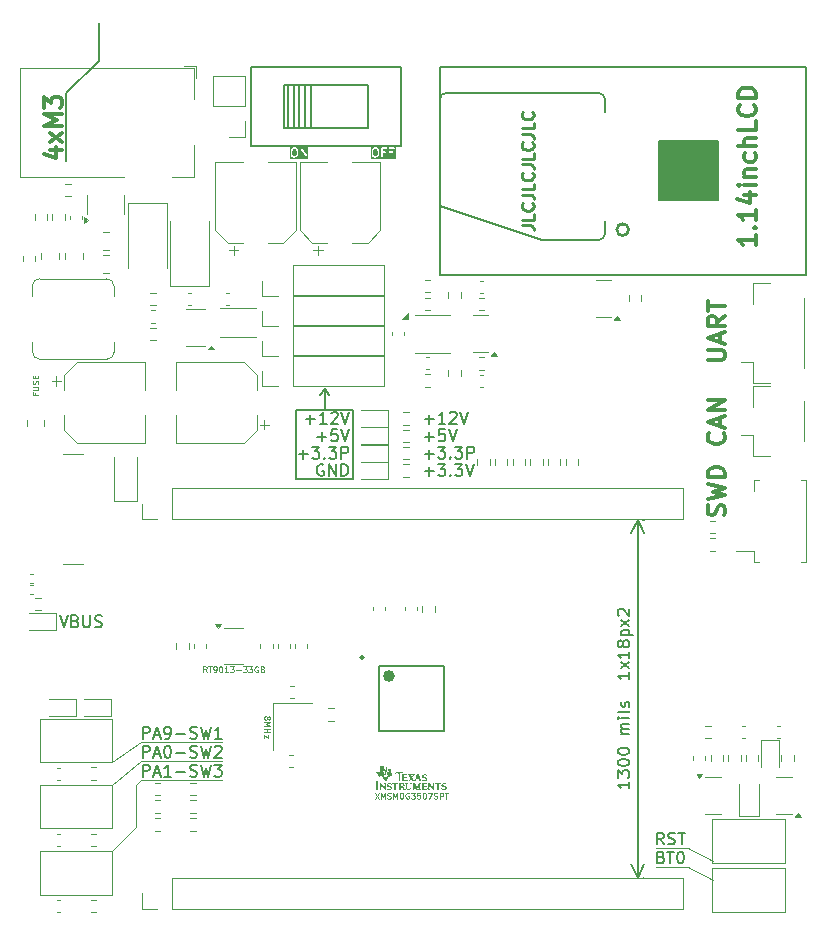
<source format=gto>
G04 Layer: BottomSilkscreenLayer*
G04 EasyEDA v6.5.25, 2024-03-20 21:11:36*
G04 Gerber Generator version 0.2*
G04 Scale: 100 percent, Rotated: No, Reflected: No *
G04 Dimensions in millimeters  *
G04 leading zeros omitted , absolute positions ,3 integer and 6 decimal *
%TF.GenerationSoftware,KiCad,Pcbnew,8.0.3*%
%TF.CreationDate,2024-07-16T23:19:00+08:00*%
%TF.ProjectId,mspm0,6d73706d-302e-46b6-9963-61645f706362,rev?*%
%TF.SameCoordinates,Original*%
%TF.FileFunction,Legend,Top*%
%TF.FilePolarity,Positive*%
%FSLAX46Y46*%
G04 Gerber Fmt 4.6, Leading zero omitted, Abs format (unit mm)*
G04 Created by KiCad (PCBNEW 8.0.3) date 2024-07-16 23:19:00*
%MOMM*%
%LPD*%
G01*
G04 APERTURE LIST*
%ADD10C,0.150000*%
%ADD11C,0.120000*%
%ADD12C,0.200000*%
%ADD13C,0.300000*%
%ADD14C,0.125000*%
%ADD15C,0.100000*%
%ADD16C,0.250000*%
%ADD17C,0.200500*%
%ADD18C,0.254000*%
%ADD19C,0.000000*%
%ADD20C,0.500000*%
G04 APERTURE END LIST*
D10*
X124150000Y-30850000D02*
X121400000Y-33600000D01*
D11*
X174000000Y-99100000D02*
X171300000Y-99100000D01*
D10*
X121400000Y-33600000D02*
X121400000Y-39300000D01*
D11*
X127700000Y-90150000D02*
X134600000Y-90150000D01*
D10*
X140850000Y-60400000D02*
X145650000Y-60400000D01*
X145650000Y-66250000D01*
X140850000Y-66250000D01*
X140850000Y-60400000D01*
D11*
X125260000Y-97750000D02*
X127300000Y-95700000D01*
X127700000Y-88550000D02*
X134600000Y-88550000D01*
D10*
X143250000Y-60400000D02*
X143250000Y-58650000D01*
D11*
X176100000Y-100200000D02*
X174000000Y-99100000D01*
D10*
X171600000Y-37650000D02*
X176600000Y-37650000D01*
X176600000Y-42650000D01*
X171600000Y-42650000D01*
X171600000Y-37650000D01*
G36*
X171600000Y-37650000D02*
G01*
X176600000Y-37650000D01*
X176600000Y-42650000D01*
X171600000Y-42650000D01*
X171600000Y-37650000D01*
G37*
D11*
X127300000Y-92150000D02*
X127700000Y-91750000D01*
X127700000Y-91750000D02*
X134600000Y-91750000D01*
X125260000Y-92150000D02*
X127700000Y-90150000D01*
X176100000Y-98600000D02*
X174000000Y-97500000D01*
X125260000Y-90250000D02*
X127700000Y-88550000D01*
X127300000Y-95700000D02*
X127300000Y-92150000D01*
D10*
X143250000Y-58650000D02*
X143650000Y-59150000D01*
D11*
X174000000Y-97500000D02*
X171300000Y-97500000D01*
D10*
X143250000Y-58650000D02*
X142850000Y-59150000D01*
X124150000Y-27650000D02*
X124150000Y-30850000D01*
D12*
X171963659Y-97197247D02*
X171630326Y-96721056D01*
X171392231Y-97197247D02*
X171392231Y-96197247D01*
X171392231Y-96197247D02*
X171773183Y-96197247D01*
X171773183Y-96197247D02*
X171868421Y-96244866D01*
X171868421Y-96244866D02*
X171916040Y-96292485D01*
X171916040Y-96292485D02*
X171963659Y-96387723D01*
X171963659Y-96387723D02*
X171963659Y-96530580D01*
X171963659Y-96530580D02*
X171916040Y-96625818D01*
X171916040Y-96625818D02*
X171868421Y-96673437D01*
X171868421Y-96673437D02*
X171773183Y-96721056D01*
X171773183Y-96721056D02*
X171392231Y-96721056D01*
X172344612Y-97149628D02*
X172487469Y-97197247D01*
X172487469Y-97197247D02*
X172725564Y-97197247D01*
X172725564Y-97197247D02*
X172820802Y-97149628D01*
X172820802Y-97149628D02*
X172868421Y-97102008D01*
X172868421Y-97102008D02*
X172916040Y-97006770D01*
X172916040Y-97006770D02*
X172916040Y-96911532D01*
X172916040Y-96911532D02*
X172868421Y-96816294D01*
X172868421Y-96816294D02*
X172820802Y-96768675D01*
X172820802Y-96768675D02*
X172725564Y-96721056D01*
X172725564Y-96721056D02*
X172535088Y-96673437D01*
X172535088Y-96673437D02*
X172439850Y-96625818D01*
X172439850Y-96625818D02*
X172392231Y-96578199D01*
X172392231Y-96578199D02*
X172344612Y-96482961D01*
X172344612Y-96482961D02*
X172344612Y-96387723D01*
X172344612Y-96387723D02*
X172392231Y-96292485D01*
X172392231Y-96292485D02*
X172439850Y-96244866D01*
X172439850Y-96244866D02*
X172535088Y-96197247D01*
X172535088Y-96197247D02*
X172773183Y-96197247D01*
X172773183Y-96197247D02*
X172916040Y-96244866D01*
X173201755Y-96197247D02*
X173773183Y-96197247D01*
X173487469Y-97197247D02*
X173487469Y-96197247D01*
X171725564Y-98283381D02*
X171868421Y-98331000D01*
X171868421Y-98331000D02*
X171916040Y-98378619D01*
X171916040Y-98378619D02*
X171963659Y-98473857D01*
X171963659Y-98473857D02*
X171963659Y-98616714D01*
X171963659Y-98616714D02*
X171916040Y-98711952D01*
X171916040Y-98711952D02*
X171868421Y-98759572D01*
X171868421Y-98759572D02*
X171773183Y-98807191D01*
X171773183Y-98807191D02*
X171392231Y-98807191D01*
X171392231Y-98807191D02*
X171392231Y-97807191D01*
X171392231Y-97807191D02*
X171725564Y-97807191D01*
X171725564Y-97807191D02*
X171820802Y-97854810D01*
X171820802Y-97854810D02*
X171868421Y-97902429D01*
X171868421Y-97902429D02*
X171916040Y-97997667D01*
X171916040Y-97997667D02*
X171916040Y-98092905D01*
X171916040Y-98092905D02*
X171868421Y-98188143D01*
X171868421Y-98188143D02*
X171820802Y-98235762D01*
X171820802Y-98235762D02*
X171725564Y-98283381D01*
X171725564Y-98283381D02*
X171392231Y-98283381D01*
X172249374Y-97807191D02*
X172820802Y-97807191D01*
X172535088Y-98807191D02*
X172535088Y-97807191D01*
X173344612Y-97807191D02*
X173439850Y-97807191D01*
X173439850Y-97807191D02*
X173535088Y-97854810D01*
X173535088Y-97854810D02*
X173582707Y-97902429D01*
X173582707Y-97902429D02*
X173630326Y-97997667D01*
X173630326Y-97997667D02*
X173677945Y-98188143D01*
X173677945Y-98188143D02*
X173677945Y-98426238D01*
X173677945Y-98426238D02*
X173630326Y-98616714D01*
X173630326Y-98616714D02*
X173582707Y-98711952D01*
X173582707Y-98711952D02*
X173535088Y-98759572D01*
X173535088Y-98759572D02*
X173439850Y-98807191D01*
X173439850Y-98807191D02*
X173344612Y-98807191D01*
X173344612Y-98807191D02*
X173249374Y-98759572D01*
X173249374Y-98759572D02*
X173201755Y-98711952D01*
X173201755Y-98711952D02*
X173154136Y-98616714D01*
X173154136Y-98616714D02*
X173106517Y-98426238D01*
X173106517Y-98426238D02*
X173106517Y-98188143D01*
X173106517Y-98188143D02*
X173154136Y-97997667D01*
X173154136Y-97997667D02*
X173201755Y-97902429D01*
X173201755Y-97902429D02*
X173249374Y-97854810D01*
X173249374Y-97854810D02*
X173344612Y-97807191D01*
X143150107Y-65057238D02*
X143054869Y-65009619D01*
X143054869Y-65009619D02*
X142912012Y-65009619D01*
X142912012Y-65009619D02*
X142769155Y-65057238D01*
X142769155Y-65057238D02*
X142673917Y-65152476D01*
X142673917Y-65152476D02*
X142626298Y-65247714D01*
X142626298Y-65247714D02*
X142578679Y-65438190D01*
X142578679Y-65438190D02*
X142578679Y-65581047D01*
X142578679Y-65581047D02*
X142626298Y-65771523D01*
X142626298Y-65771523D02*
X142673917Y-65866761D01*
X142673917Y-65866761D02*
X142769155Y-65962000D01*
X142769155Y-65962000D02*
X142912012Y-66009619D01*
X142912012Y-66009619D02*
X143007250Y-66009619D01*
X143007250Y-66009619D02*
X143150107Y-65962000D01*
X143150107Y-65962000D02*
X143197726Y-65914380D01*
X143197726Y-65914380D02*
X143197726Y-65581047D01*
X143197726Y-65581047D02*
X143007250Y-65581047D01*
X143626298Y-66009619D02*
X143626298Y-65009619D01*
X143626298Y-65009619D02*
X144197726Y-66009619D01*
X144197726Y-66009619D02*
X144197726Y-65009619D01*
X144673917Y-66009619D02*
X144673917Y-65009619D01*
X144673917Y-65009619D02*
X144912012Y-65009619D01*
X144912012Y-65009619D02*
X145054869Y-65057238D01*
X145054869Y-65057238D02*
X145150107Y-65152476D01*
X145150107Y-65152476D02*
X145197726Y-65247714D01*
X145197726Y-65247714D02*
X145245345Y-65438190D01*
X145245345Y-65438190D02*
X145245345Y-65581047D01*
X145245345Y-65581047D02*
X145197726Y-65771523D01*
X145197726Y-65771523D02*
X145150107Y-65866761D01*
X145150107Y-65866761D02*
X145054869Y-65962000D01*
X145054869Y-65962000D02*
X144912012Y-66009619D01*
X144912012Y-66009619D02*
X144673917Y-66009619D01*
D13*
X120028328Y-38392857D02*
X121028328Y-38392857D01*
X119456900Y-38749999D02*
X120528328Y-39107142D01*
X120528328Y-39107142D02*
X120528328Y-38178571D01*
X121028328Y-37750000D02*
X120028328Y-36964286D01*
X120028328Y-37750000D02*
X121028328Y-36964286D01*
X121028328Y-36392857D02*
X119528328Y-36392857D01*
X119528328Y-36392857D02*
X120599757Y-35892857D01*
X120599757Y-35892857D02*
X119528328Y-35392857D01*
X119528328Y-35392857D02*
X121028328Y-35392857D01*
X119528328Y-34821428D02*
X119528328Y-33892856D01*
X119528328Y-33892856D02*
X120099757Y-34392856D01*
X120099757Y-34392856D02*
X120099757Y-34178571D01*
X120099757Y-34178571D02*
X120171185Y-34035714D01*
X120171185Y-34035714D02*
X120242614Y-33964285D01*
X120242614Y-33964285D02*
X120385471Y-33892856D01*
X120385471Y-33892856D02*
X120742614Y-33892856D01*
X120742614Y-33892856D02*
X120885471Y-33964285D01*
X120885471Y-33964285D02*
X120956900Y-34035714D01*
X120956900Y-34035714D02*
X121028328Y-34178571D01*
X121028328Y-34178571D02*
X121028328Y-34607142D01*
X121028328Y-34607142D02*
X120956900Y-34749999D01*
X120956900Y-34749999D02*
X120885471Y-34821428D01*
X177106900Y-69335713D02*
X177178328Y-69121428D01*
X177178328Y-69121428D02*
X177178328Y-68764285D01*
X177178328Y-68764285D02*
X177106900Y-68621428D01*
X177106900Y-68621428D02*
X177035471Y-68549999D01*
X177035471Y-68549999D02*
X176892614Y-68478570D01*
X176892614Y-68478570D02*
X176749757Y-68478570D01*
X176749757Y-68478570D02*
X176606900Y-68549999D01*
X176606900Y-68549999D02*
X176535471Y-68621428D01*
X176535471Y-68621428D02*
X176464042Y-68764285D01*
X176464042Y-68764285D02*
X176392614Y-69049999D01*
X176392614Y-69049999D02*
X176321185Y-69192856D01*
X176321185Y-69192856D02*
X176249757Y-69264285D01*
X176249757Y-69264285D02*
X176106900Y-69335713D01*
X176106900Y-69335713D02*
X175964042Y-69335713D01*
X175964042Y-69335713D02*
X175821185Y-69264285D01*
X175821185Y-69264285D02*
X175749757Y-69192856D01*
X175749757Y-69192856D02*
X175678328Y-69049999D01*
X175678328Y-69049999D02*
X175678328Y-68692856D01*
X175678328Y-68692856D02*
X175749757Y-68478570D01*
X175678328Y-67978571D02*
X177178328Y-67621428D01*
X177178328Y-67621428D02*
X176106900Y-67335714D01*
X176106900Y-67335714D02*
X177178328Y-67049999D01*
X177178328Y-67049999D02*
X175678328Y-66692857D01*
X177178328Y-66121428D02*
X175678328Y-66121428D01*
X175678328Y-66121428D02*
X175678328Y-65764285D01*
X175678328Y-65764285D02*
X175749757Y-65549999D01*
X175749757Y-65549999D02*
X175892614Y-65407142D01*
X175892614Y-65407142D02*
X176035471Y-65335713D01*
X176035471Y-65335713D02*
X176321185Y-65264285D01*
X176321185Y-65264285D02*
X176535471Y-65264285D01*
X176535471Y-65264285D02*
X176821185Y-65335713D01*
X176821185Y-65335713D02*
X176964042Y-65407142D01*
X176964042Y-65407142D02*
X177106900Y-65549999D01*
X177106900Y-65549999D02*
X177178328Y-65764285D01*
X177178328Y-65764285D02*
X177178328Y-66121428D01*
D14*
G36*
X140806831Y-38310072D02*
G01*
X140864026Y-38363071D01*
X140895421Y-38475299D01*
X140894643Y-38479214D01*
X140898643Y-38709536D01*
X140896509Y-38714055D01*
X140869565Y-38836151D01*
X140821728Y-38887777D01*
X140769465Y-38916973D01*
X140656638Y-38920192D01*
X140607456Y-38898357D01*
X140550258Y-38845356D01*
X140518863Y-38733129D01*
X140519643Y-38729214D01*
X140515642Y-38498890D01*
X140517777Y-38494372D01*
X140544719Y-38372274D01*
X140592554Y-38320652D01*
X140644820Y-38291454D01*
X140757646Y-38288235D01*
X140806831Y-38310072D01*
G37*
G36*
X141852975Y-39125047D02*
G01*
X140311310Y-39125047D01*
X140311310Y-38479214D01*
X140394643Y-38479214D01*
X140398727Y-38714342D01*
X140395324Y-38720015D01*
X140396509Y-38744372D01*
X140435115Y-38882379D01*
X140435115Y-38895988D01*
X140441663Y-38905788D01*
X140442640Y-38909280D01*
X140444903Y-38910637D01*
X140448663Y-38916265D01*
X140514756Y-38977508D01*
X140517070Y-38984450D01*
X140536335Y-38999402D01*
X140540267Y-39001147D01*
X140540369Y-39001242D01*
X140540479Y-39001242D01*
X140604510Y-39029670D01*
X140611796Y-39036956D01*
X140628328Y-39040244D01*
X140631284Y-39041557D01*
X140632644Y-39041103D01*
X140635714Y-39041714D01*
X140771824Y-39037830D01*
X140783001Y-39041556D01*
X140799489Y-39037041D01*
X140802489Y-39036956D01*
X140803502Y-39035942D01*
X140806522Y-39035116D01*
X140867157Y-39001242D01*
X140873918Y-39001242D01*
X140894194Y-38987694D01*
X140897182Y-38984468D01*
X140897216Y-38984450D01*
X140897225Y-38984422D01*
X140960854Y-38915754D01*
X140971645Y-38909280D01*
X140976628Y-38898730D01*
X140979170Y-38895988D01*
X140979170Y-38893351D01*
X140982062Y-38887230D01*
X141010739Y-38757277D01*
X141014885Y-38753132D01*
X141019643Y-38729214D01*
X141015558Y-38494085D01*
X141018962Y-38488413D01*
X141017777Y-38464055D01*
X140979170Y-38326047D01*
X140979170Y-38312440D01*
X140972621Y-38302639D01*
X140971645Y-38299148D01*
X140969381Y-38297790D01*
X140965622Y-38292163D01*
X140899529Y-38230918D01*
X140898961Y-38229214D01*
X141216071Y-38229214D01*
X141220829Y-39003132D01*
X141254653Y-39036956D01*
X141302489Y-39036956D01*
X141336313Y-39003132D01*
X141341071Y-38979214D01*
X141337857Y-38456488D01*
X141649349Y-38994881D01*
X141649400Y-39003132D01*
X141660605Y-39014337D01*
X141668874Y-39028629D01*
X141677155Y-39030887D01*
X141683224Y-39036956D01*
X141699407Y-39036956D01*
X141715023Y-39041215D01*
X141722476Y-39036956D01*
X141731060Y-39036956D01*
X141742505Y-39025510D01*
X141756557Y-39017481D01*
X141758815Y-39009200D01*
X141764884Y-39003132D01*
X141769642Y-38979214D01*
X141764884Y-38205296D01*
X141731060Y-38171472D01*
X141683224Y-38171472D01*
X141649400Y-38205296D01*
X141644642Y-38229214D01*
X141647855Y-38751939D01*
X141336363Y-38213547D01*
X141336313Y-38205296D01*
X141325105Y-38194088D01*
X141316838Y-38179799D01*
X141308557Y-38177540D01*
X141302489Y-38171472D01*
X141286306Y-38171472D01*
X141270690Y-38167213D01*
X141263237Y-38171472D01*
X141254653Y-38171472D01*
X141243207Y-38182917D01*
X141229156Y-38190947D01*
X141226897Y-38199227D01*
X141220829Y-38205296D01*
X141216071Y-38229214D01*
X140898961Y-38229214D01*
X140897216Y-38223978D01*
X140877951Y-38209026D01*
X140874020Y-38207281D01*
X140873918Y-38207186D01*
X140873806Y-38207185D01*
X140809776Y-38178759D01*
X140802489Y-38171472D01*
X140785952Y-38168182D01*
X140783001Y-38166872D01*
X140781642Y-38167324D01*
X140778571Y-38166714D01*
X140642462Y-38170597D01*
X140631284Y-38166871D01*
X140614794Y-38171386D01*
X140611796Y-38171472D01*
X140610782Y-38172485D01*
X140607763Y-38173312D01*
X140547128Y-38207186D01*
X140540369Y-38207186D01*
X140520092Y-38220734D01*
X140517103Y-38223959D01*
X140517070Y-38223978D01*
X140517060Y-38224005D01*
X140453431Y-38292673D01*
X140442640Y-38299148D01*
X140437656Y-38309697D01*
X140435115Y-38312440D01*
X140435115Y-38315076D01*
X140432223Y-38321198D01*
X140403546Y-38451150D01*
X140399401Y-38455296D01*
X140394643Y-38479214D01*
X140311310Y-38479214D01*
X140311310Y-38083381D01*
X141852975Y-38083381D01*
X141852975Y-39125047D01*
G37*
D15*
X138417104Y-86452381D02*
X138440914Y-86404762D01*
X138440914Y-86404762D02*
X138464723Y-86380952D01*
X138464723Y-86380952D02*
X138512342Y-86357143D01*
X138512342Y-86357143D02*
X138536152Y-86357143D01*
X138536152Y-86357143D02*
X138583771Y-86380952D01*
X138583771Y-86380952D02*
X138607580Y-86404762D01*
X138607580Y-86404762D02*
X138631390Y-86452381D01*
X138631390Y-86452381D02*
X138631390Y-86547619D01*
X138631390Y-86547619D02*
X138607580Y-86595238D01*
X138607580Y-86595238D02*
X138583771Y-86619047D01*
X138583771Y-86619047D02*
X138536152Y-86642857D01*
X138536152Y-86642857D02*
X138512342Y-86642857D01*
X138512342Y-86642857D02*
X138464723Y-86619047D01*
X138464723Y-86619047D02*
X138440914Y-86595238D01*
X138440914Y-86595238D02*
X138417104Y-86547619D01*
X138417104Y-86547619D02*
X138417104Y-86452381D01*
X138417104Y-86452381D02*
X138393295Y-86404762D01*
X138393295Y-86404762D02*
X138369485Y-86380952D01*
X138369485Y-86380952D02*
X138321866Y-86357143D01*
X138321866Y-86357143D02*
X138226628Y-86357143D01*
X138226628Y-86357143D02*
X138179009Y-86380952D01*
X138179009Y-86380952D02*
X138155200Y-86404762D01*
X138155200Y-86404762D02*
X138131390Y-86452381D01*
X138131390Y-86452381D02*
X138131390Y-86547619D01*
X138131390Y-86547619D02*
X138155200Y-86595238D01*
X138155200Y-86595238D02*
X138179009Y-86619047D01*
X138179009Y-86619047D02*
X138226628Y-86642857D01*
X138226628Y-86642857D02*
X138321866Y-86642857D01*
X138321866Y-86642857D02*
X138369485Y-86619047D01*
X138369485Y-86619047D02*
X138393295Y-86595238D01*
X138393295Y-86595238D02*
X138417104Y-86547619D01*
X138131390Y-86857142D02*
X138631390Y-86857142D01*
X138631390Y-86857142D02*
X138274247Y-87023809D01*
X138274247Y-87023809D02*
X138631390Y-87190475D01*
X138631390Y-87190475D02*
X138131390Y-87190475D01*
X138131390Y-87428571D02*
X138631390Y-87428571D01*
X138393295Y-87428571D02*
X138393295Y-87714285D01*
X138131390Y-87714285D02*
X138631390Y-87714285D01*
X138464723Y-87904762D02*
X138464723Y-88166667D01*
X138464723Y-88166667D02*
X138131390Y-87904762D01*
X138131390Y-87904762D02*
X138131390Y-88166667D01*
X133263691Y-82618609D02*
X133097025Y-82380514D01*
X132977977Y-82618609D02*
X132977977Y-82118609D01*
X132977977Y-82118609D02*
X133168453Y-82118609D01*
X133168453Y-82118609D02*
X133216072Y-82142419D01*
X133216072Y-82142419D02*
X133239882Y-82166228D01*
X133239882Y-82166228D02*
X133263691Y-82213847D01*
X133263691Y-82213847D02*
X133263691Y-82285276D01*
X133263691Y-82285276D02*
X133239882Y-82332895D01*
X133239882Y-82332895D02*
X133216072Y-82356704D01*
X133216072Y-82356704D02*
X133168453Y-82380514D01*
X133168453Y-82380514D02*
X132977977Y-82380514D01*
X133406549Y-82118609D02*
X133692263Y-82118609D01*
X133549406Y-82618609D02*
X133549406Y-82118609D01*
X133882739Y-82618609D02*
X133977977Y-82618609D01*
X133977977Y-82618609D02*
X134025596Y-82594800D01*
X134025596Y-82594800D02*
X134049405Y-82570990D01*
X134049405Y-82570990D02*
X134097024Y-82499561D01*
X134097024Y-82499561D02*
X134120834Y-82404323D01*
X134120834Y-82404323D02*
X134120834Y-82213847D01*
X134120834Y-82213847D02*
X134097024Y-82166228D01*
X134097024Y-82166228D02*
X134073215Y-82142419D01*
X134073215Y-82142419D02*
X134025596Y-82118609D01*
X134025596Y-82118609D02*
X133930358Y-82118609D01*
X133930358Y-82118609D02*
X133882739Y-82142419D01*
X133882739Y-82142419D02*
X133858929Y-82166228D01*
X133858929Y-82166228D02*
X133835120Y-82213847D01*
X133835120Y-82213847D02*
X133835120Y-82332895D01*
X133835120Y-82332895D02*
X133858929Y-82380514D01*
X133858929Y-82380514D02*
X133882739Y-82404323D01*
X133882739Y-82404323D02*
X133930358Y-82428133D01*
X133930358Y-82428133D02*
X134025596Y-82428133D01*
X134025596Y-82428133D02*
X134073215Y-82404323D01*
X134073215Y-82404323D02*
X134097024Y-82380514D01*
X134097024Y-82380514D02*
X134120834Y-82332895D01*
X134430357Y-82118609D02*
X134477976Y-82118609D01*
X134477976Y-82118609D02*
X134525595Y-82142419D01*
X134525595Y-82142419D02*
X134549405Y-82166228D01*
X134549405Y-82166228D02*
X134573214Y-82213847D01*
X134573214Y-82213847D02*
X134597024Y-82309085D01*
X134597024Y-82309085D02*
X134597024Y-82428133D01*
X134597024Y-82428133D02*
X134573214Y-82523371D01*
X134573214Y-82523371D02*
X134549405Y-82570990D01*
X134549405Y-82570990D02*
X134525595Y-82594800D01*
X134525595Y-82594800D02*
X134477976Y-82618609D01*
X134477976Y-82618609D02*
X134430357Y-82618609D01*
X134430357Y-82618609D02*
X134382738Y-82594800D01*
X134382738Y-82594800D02*
X134358929Y-82570990D01*
X134358929Y-82570990D02*
X134335119Y-82523371D01*
X134335119Y-82523371D02*
X134311310Y-82428133D01*
X134311310Y-82428133D02*
X134311310Y-82309085D01*
X134311310Y-82309085D02*
X134335119Y-82213847D01*
X134335119Y-82213847D02*
X134358929Y-82166228D01*
X134358929Y-82166228D02*
X134382738Y-82142419D01*
X134382738Y-82142419D02*
X134430357Y-82118609D01*
X135073214Y-82618609D02*
X134787500Y-82618609D01*
X134930357Y-82618609D02*
X134930357Y-82118609D01*
X134930357Y-82118609D02*
X134882738Y-82190038D01*
X134882738Y-82190038D02*
X134835119Y-82237657D01*
X134835119Y-82237657D02*
X134787500Y-82261466D01*
X135239880Y-82118609D02*
X135549404Y-82118609D01*
X135549404Y-82118609D02*
X135382737Y-82309085D01*
X135382737Y-82309085D02*
X135454166Y-82309085D01*
X135454166Y-82309085D02*
X135501785Y-82332895D01*
X135501785Y-82332895D02*
X135525594Y-82356704D01*
X135525594Y-82356704D02*
X135549404Y-82404323D01*
X135549404Y-82404323D02*
X135549404Y-82523371D01*
X135549404Y-82523371D02*
X135525594Y-82570990D01*
X135525594Y-82570990D02*
X135501785Y-82594800D01*
X135501785Y-82594800D02*
X135454166Y-82618609D01*
X135454166Y-82618609D02*
X135311309Y-82618609D01*
X135311309Y-82618609D02*
X135263690Y-82594800D01*
X135263690Y-82594800D02*
X135239880Y-82570990D01*
X135763689Y-82428133D02*
X136144642Y-82428133D01*
X136335118Y-82118609D02*
X136644642Y-82118609D01*
X136644642Y-82118609D02*
X136477975Y-82309085D01*
X136477975Y-82309085D02*
X136549404Y-82309085D01*
X136549404Y-82309085D02*
X136597023Y-82332895D01*
X136597023Y-82332895D02*
X136620832Y-82356704D01*
X136620832Y-82356704D02*
X136644642Y-82404323D01*
X136644642Y-82404323D02*
X136644642Y-82523371D01*
X136644642Y-82523371D02*
X136620832Y-82570990D01*
X136620832Y-82570990D02*
X136597023Y-82594800D01*
X136597023Y-82594800D02*
X136549404Y-82618609D01*
X136549404Y-82618609D02*
X136406547Y-82618609D01*
X136406547Y-82618609D02*
X136358928Y-82594800D01*
X136358928Y-82594800D02*
X136335118Y-82570990D01*
X136811308Y-82118609D02*
X137120832Y-82118609D01*
X137120832Y-82118609D02*
X136954165Y-82309085D01*
X136954165Y-82309085D02*
X137025594Y-82309085D01*
X137025594Y-82309085D02*
X137073213Y-82332895D01*
X137073213Y-82332895D02*
X137097022Y-82356704D01*
X137097022Y-82356704D02*
X137120832Y-82404323D01*
X137120832Y-82404323D02*
X137120832Y-82523371D01*
X137120832Y-82523371D02*
X137097022Y-82570990D01*
X137097022Y-82570990D02*
X137073213Y-82594800D01*
X137073213Y-82594800D02*
X137025594Y-82618609D01*
X137025594Y-82618609D02*
X136882737Y-82618609D01*
X136882737Y-82618609D02*
X136835118Y-82594800D01*
X136835118Y-82594800D02*
X136811308Y-82570990D01*
X137597022Y-82142419D02*
X137549403Y-82118609D01*
X137549403Y-82118609D02*
X137477974Y-82118609D01*
X137477974Y-82118609D02*
X137406546Y-82142419D01*
X137406546Y-82142419D02*
X137358927Y-82190038D01*
X137358927Y-82190038D02*
X137335117Y-82237657D01*
X137335117Y-82237657D02*
X137311308Y-82332895D01*
X137311308Y-82332895D02*
X137311308Y-82404323D01*
X137311308Y-82404323D02*
X137335117Y-82499561D01*
X137335117Y-82499561D02*
X137358927Y-82547180D01*
X137358927Y-82547180D02*
X137406546Y-82594800D01*
X137406546Y-82594800D02*
X137477974Y-82618609D01*
X137477974Y-82618609D02*
X137525593Y-82618609D01*
X137525593Y-82618609D02*
X137597022Y-82594800D01*
X137597022Y-82594800D02*
X137620831Y-82570990D01*
X137620831Y-82570990D02*
X137620831Y-82404323D01*
X137620831Y-82404323D02*
X137525593Y-82404323D01*
X138001784Y-82356704D02*
X138073212Y-82380514D01*
X138073212Y-82380514D02*
X138097022Y-82404323D01*
X138097022Y-82404323D02*
X138120831Y-82451942D01*
X138120831Y-82451942D02*
X138120831Y-82523371D01*
X138120831Y-82523371D02*
X138097022Y-82570990D01*
X138097022Y-82570990D02*
X138073212Y-82594800D01*
X138073212Y-82594800D02*
X138025593Y-82618609D01*
X138025593Y-82618609D02*
X137835117Y-82618609D01*
X137835117Y-82618609D02*
X137835117Y-82118609D01*
X137835117Y-82118609D02*
X138001784Y-82118609D01*
X138001784Y-82118609D02*
X138049403Y-82142419D01*
X138049403Y-82142419D02*
X138073212Y-82166228D01*
X138073212Y-82166228D02*
X138097022Y-82213847D01*
X138097022Y-82213847D02*
X138097022Y-82261466D01*
X138097022Y-82261466D02*
X138073212Y-82309085D01*
X138073212Y-82309085D02*
X138049403Y-82332895D01*
X138049403Y-82332895D02*
X138001784Y-82356704D01*
X138001784Y-82356704D02*
X137835117Y-82356704D01*
D13*
X175678328Y-56192857D02*
X176892614Y-56192857D01*
X176892614Y-56192857D02*
X177035471Y-56121428D01*
X177035471Y-56121428D02*
X177106900Y-56050000D01*
X177106900Y-56050000D02*
X177178328Y-55907142D01*
X177178328Y-55907142D02*
X177178328Y-55621428D01*
X177178328Y-55621428D02*
X177106900Y-55478571D01*
X177106900Y-55478571D02*
X177035471Y-55407142D01*
X177035471Y-55407142D02*
X176892614Y-55335714D01*
X176892614Y-55335714D02*
X175678328Y-55335714D01*
X176749757Y-54692856D02*
X176749757Y-53978571D01*
X177178328Y-54835713D02*
X175678328Y-54335713D01*
X175678328Y-54335713D02*
X177178328Y-53835713D01*
X177178328Y-52478571D02*
X176464042Y-52978571D01*
X177178328Y-53335714D02*
X175678328Y-53335714D01*
X175678328Y-53335714D02*
X175678328Y-52764285D01*
X175678328Y-52764285D02*
X175749757Y-52621428D01*
X175749757Y-52621428D02*
X175821185Y-52549999D01*
X175821185Y-52549999D02*
X175964042Y-52478571D01*
X175964042Y-52478571D02*
X176178328Y-52478571D01*
X176178328Y-52478571D02*
X176321185Y-52549999D01*
X176321185Y-52549999D02*
X176392614Y-52621428D01*
X176392614Y-52621428D02*
X176464042Y-52764285D01*
X176464042Y-52764285D02*
X176464042Y-53335714D01*
X175678328Y-52049999D02*
X175678328Y-51192857D01*
X177178328Y-51621428D02*
X175678328Y-51621428D01*
D15*
X147501363Y-92830209D02*
X147834696Y-93330209D01*
X147834696Y-92830209D02*
X147501363Y-93330209D01*
X148025172Y-93330209D02*
X148025172Y-92830209D01*
X148025172Y-92830209D02*
X148191839Y-93187352D01*
X148191839Y-93187352D02*
X148358505Y-92830209D01*
X148358505Y-92830209D02*
X148358505Y-93330209D01*
X148572792Y-93306400D02*
X148644220Y-93330209D01*
X148644220Y-93330209D02*
X148763268Y-93330209D01*
X148763268Y-93330209D02*
X148810887Y-93306400D01*
X148810887Y-93306400D02*
X148834696Y-93282590D01*
X148834696Y-93282590D02*
X148858506Y-93234971D01*
X148858506Y-93234971D02*
X148858506Y-93187352D01*
X148858506Y-93187352D02*
X148834696Y-93139733D01*
X148834696Y-93139733D02*
X148810887Y-93115923D01*
X148810887Y-93115923D02*
X148763268Y-93092114D01*
X148763268Y-93092114D02*
X148668030Y-93068304D01*
X148668030Y-93068304D02*
X148620411Y-93044495D01*
X148620411Y-93044495D02*
X148596601Y-93020685D01*
X148596601Y-93020685D02*
X148572792Y-92973066D01*
X148572792Y-92973066D02*
X148572792Y-92925447D01*
X148572792Y-92925447D02*
X148596601Y-92877828D01*
X148596601Y-92877828D02*
X148620411Y-92854019D01*
X148620411Y-92854019D02*
X148668030Y-92830209D01*
X148668030Y-92830209D02*
X148787077Y-92830209D01*
X148787077Y-92830209D02*
X148858506Y-92854019D01*
X149072791Y-93330209D02*
X149072791Y-92830209D01*
X149072791Y-92830209D02*
X149239458Y-93187352D01*
X149239458Y-93187352D02*
X149406124Y-92830209D01*
X149406124Y-92830209D02*
X149406124Y-93330209D01*
X149739458Y-92830209D02*
X149787077Y-92830209D01*
X149787077Y-92830209D02*
X149834696Y-92854019D01*
X149834696Y-92854019D02*
X149858506Y-92877828D01*
X149858506Y-92877828D02*
X149882315Y-92925447D01*
X149882315Y-92925447D02*
X149906125Y-93020685D01*
X149906125Y-93020685D02*
X149906125Y-93139733D01*
X149906125Y-93139733D02*
X149882315Y-93234971D01*
X149882315Y-93234971D02*
X149858506Y-93282590D01*
X149858506Y-93282590D02*
X149834696Y-93306400D01*
X149834696Y-93306400D02*
X149787077Y-93330209D01*
X149787077Y-93330209D02*
X149739458Y-93330209D01*
X149739458Y-93330209D02*
X149691839Y-93306400D01*
X149691839Y-93306400D02*
X149668030Y-93282590D01*
X149668030Y-93282590D02*
X149644220Y-93234971D01*
X149644220Y-93234971D02*
X149620411Y-93139733D01*
X149620411Y-93139733D02*
X149620411Y-93020685D01*
X149620411Y-93020685D02*
X149644220Y-92925447D01*
X149644220Y-92925447D02*
X149668030Y-92877828D01*
X149668030Y-92877828D02*
X149691839Y-92854019D01*
X149691839Y-92854019D02*
X149739458Y-92830209D01*
X150382315Y-92854019D02*
X150334696Y-92830209D01*
X150334696Y-92830209D02*
X150263267Y-92830209D01*
X150263267Y-92830209D02*
X150191839Y-92854019D01*
X150191839Y-92854019D02*
X150144220Y-92901638D01*
X150144220Y-92901638D02*
X150120410Y-92949257D01*
X150120410Y-92949257D02*
X150096601Y-93044495D01*
X150096601Y-93044495D02*
X150096601Y-93115923D01*
X150096601Y-93115923D02*
X150120410Y-93211161D01*
X150120410Y-93211161D02*
X150144220Y-93258780D01*
X150144220Y-93258780D02*
X150191839Y-93306400D01*
X150191839Y-93306400D02*
X150263267Y-93330209D01*
X150263267Y-93330209D02*
X150310886Y-93330209D01*
X150310886Y-93330209D02*
X150382315Y-93306400D01*
X150382315Y-93306400D02*
X150406124Y-93282590D01*
X150406124Y-93282590D02*
X150406124Y-93115923D01*
X150406124Y-93115923D02*
X150310886Y-93115923D01*
X150572791Y-92830209D02*
X150882315Y-92830209D01*
X150882315Y-92830209D02*
X150715648Y-93020685D01*
X150715648Y-93020685D02*
X150787077Y-93020685D01*
X150787077Y-93020685D02*
X150834696Y-93044495D01*
X150834696Y-93044495D02*
X150858505Y-93068304D01*
X150858505Y-93068304D02*
X150882315Y-93115923D01*
X150882315Y-93115923D02*
X150882315Y-93234971D01*
X150882315Y-93234971D02*
X150858505Y-93282590D01*
X150858505Y-93282590D02*
X150834696Y-93306400D01*
X150834696Y-93306400D02*
X150787077Y-93330209D01*
X150787077Y-93330209D02*
X150644220Y-93330209D01*
X150644220Y-93330209D02*
X150596601Y-93306400D01*
X150596601Y-93306400D02*
X150572791Y-93282590D01*
X151334695Y-92830209D02*
X151096600Y-92830209D01*
X151096600Y-92830209D02*
X151072791Y-93068304D01*
X151072791Y-93068304D02*
X151096600Y-93044495D01*
X151096600Y-93044495D02*
X151144219Y-93020685D01*
X151144219Y-93020685D02*
X151263267Y-93020685D01*
X151263267Y-93020685D02*
X151310886Y-93044495D01*
X151310886Y-93044495D02*
X151334695Y-93068304D01*
X151334695Y-93068304D02*
X151358505Y-93115923D01*
X151358505Y-93115923D02*
X151358505Y-93234971D01*
X151358505Y-93234971D02*
X151334695Y-93282590D01*
X151334695Y-93282590D02*
X151310886Y-93306400D01*
X151310886Y-93306400D02*
X151263267Y-93330209D01*
X151263267Y-93330209D02*
X151144219Y-93330209D01*
X151144219Y-93330209D02*
X151096600Y-93306400D01*
X151096600Y-93306400D02*
X151072791Y-93282590D01*
X151668028Y-92830209D02*
X151715647Y-92830209D01*
X151715647Y-92830209D02*
X151763266Y-92854019D01*
X151763266Y-92854019D02*
X151787076Y-92877828D01*
X151787076Y-92877828D02*
X151810885Y-92925447D01*
X151810885Y-92925447D02*
X151834695Y-93020685D01*
X151834695Y-93020685D02*
X151834695Y-93139733D01*
X151834695Y-93139733D02*
X151810885Y-93234971D01*
X151810885Y-93234971D02*
X151787076Y-93282590D01*
X151787076Y-93282590D02*
X151763266Y-93306400D01*
X151763266Y-93306400D02*
X151715647Y-93330209D01*
X151715647Y-93330209D02*
X151668028Y-93330209D01*
X151668028Y-93330209D02*
X151620409Y-93306400D01*
X151620409Y-93306400D02*
X151596600Y-93282590D01*
X151596600Y-93282590D02*
X151572790Y-93234971D01*
X151572790Y-93234971D02*
X151548981Y-93139733D01*
X151548981Y-93139733D02*
X151548981Y-93020685D01*
X151548981Y-93020685D02*
X151572790Y-92925447D01*
X151572790Y-92925447D02*
X151596600Y-92877828D01*
X151596600Y-92877828D02*
X151620409Y-92854019D01*
X151620409Y-92854019D02*
X151668028Y-92830209D01*
X152001361Y-92830209D02*
X152334694Y-92830209D01*
X152334694Y-92830209D02*
X152120409Y-93330209D01*
X152501361Y-93306400D02*
X152572789Y-93330209D01*
X152572789Y-93330209D02*
X152691837Y-93330209D01*
X152691837Y-93330209D02*
X152739456Y-93306400D01*
X152739456Y-93306400D02*
X152763265Y-93282590D01*
X152763265Y-93282590D02*
X152787075Y-93234971D01*
X152787075Y-93234971D02*
X152787075Y-93187352D01*
X152787075Y-93187352D02*
X152763265Y-93139733D01*
X152763265Y-93139733D02*
X152739456Y-93115923D01*
X152739456Y-93115923D02*
X152691837Y-93092114D01*
X152691837Y-93092114D02*
X152596599Y-93068304D01*
X152596599Y-93068304D02*
X152548980Y-93044495D01*
X152548980Y-93044495D02*
X152525170Y-93020685D01*
X152525170Y-93020685D02*
X152501361Y-92973066D01*
X152501361Y-92973066D02*
X152501361Y-92925447D01*
X152501361Y-92925447D02*
X152525170Y-92877828D01*
X152525170Y-92877828D02*
X152548980Y-92854019D01*
X152548980Y-92854019D02*
X152596599Y-92830209D01*
X152596599Y-92830209D02*
X152715646Y-92830209D01*
X152715646Y-92830209D02*
X152787075Y-92854019D01*
X153001360Y-93330209D02*
X153001360Y-92830209D01*
X153001360Y-92830209D02*
X153191836Y-92830209D01*
X153191836Y-92830209D02*
X153239455Y-92854019D01*
X153239455Y-92854019D02*
X153263265Y-92877828D01*
X153263265Y-92877828D02*
X153287074Y-92925447D01*
X153287074Y-92925447D02*
X153287074Y-92996876D01*
X153287074Y-92996876D02*
X153263265Y-93044495D01*
X153263265Y-93044495D02*
X153239455Y-93068304D01*
X153239455Y-93068304D02*
X153191836Y-93092114D01*
X153191836Y-93092114D02*
X153001360Y-93092114D01*
X153429932Y-92830209D02*
X153715646Y-92830209D01*
X153572789Y-93330209D02*
X153572789Y-92830209D01*
D14*
G36*
X147656831Y-38310072D02*
G01*
X147714026Y-38363071D01*
X147745421Y-38475299D01*
X147744643Y-38479214D01*
X147748643Y-38709536D01*
X147746509Y-38714055D01*
X147719565Y-38836151D01*
X147671728Y-38887777D01*
X147619465Y-38916973D01*
X147506638Y-38920192D01*
X147457456Y-38898357D01*
X147400258Y-38845356D01*
X147368863Y-38733129D01*
X147369643Y-38729214D01*
X147365642Y-38498890D01*
X147367777Y-38494372D01*
X147394719Y-38372274D01*
X147442554Y-38320652D01*
X147494820Y-38291454D01*
X147607646Y-38288235D01*
X147656831Y-38310072D01*
G37*
G36*
X149269646Y-39125047D02*
G01*
X147161310Y-39125047D01*
X147161310Y-38479214D01*
X147244643Y-38479214D01*
X147248727Y-38714342D01*
X147245324Y-38720015D01*
X147246509Y-38744372D01*
X147285115Y-38882379D01*
X147285115Y-38895988D01*
X147291663Y-38905788D01*
X147292640Y-38909280D01*
X147294903Y-38910637D01*
X147298663Y-38916265D01*
X147364756Y-38977508D01*
X147367070Y-38984450D01*
X147386335Y-38999402D01*
X147390267Y-39001147D01*
X147390369Y-39001242D01*
X147390479Y-39001242D01*
X147454510Y-39029670D01*
X147461796Y-39036956D01*
X147478328Y-39040244D01*
X147481284Y-39041557D01*
X147482644Y-39041103D01*
X147485714Y-39041714D01*
X147621824Y-39037830D01*
X147633001Y-39041556D01*
X147649489Y-39037041D01*
X147652489Y-39036956D01*
X147653502Y-39035942D01*
X147656522Y-39035116D01*
X147717157Y-39001242D01*
X147723918Y-39001242D01*
X147744194Y-38987694D01*
X147747182Y-38984468D01*
X147747216Y-38984450D01*
X147747225Y-38984422D01*
X147810854Y-38915754D01*
X147821645Y-38909280D01*
X147826628Y-38898730D01*
X147829170Y-38895988D01*
X147829170Y-38893351D01*
X147832062Y-38887230D01*
X147860739Y-38757277D01*
X147864885Y-38753132D01*
X147869643Y-38729214D01*
X147865558Y-38494085D01*
X147868962Y-38488413D01*
X147867777Y-38464055D01*
X147829170Y-38326047D01*
X147829170Y-38312440D01*
X147822621Y-38302639D01*
X147821645Y-38299148D01*
X147819381Y-38297790D01*
X147815622Y-38292163D01*
X147749529Y-38230918D01*
X147748961Y-38229214D01*
X148066071Y-38229214D01*
X148070829Y-39003132D01*
X148104653Y-39036956D01*
X148152489Y-39036956D01*
X148186313Y-39003132D01*
X148191071Y-38979214D01*
X148189033Y-38647806D01*
X148402489Y-38644099D01*
X148436313Y-38610275D01*
X148436313Y-38562439D01*
X148402489Y-38528615D01*
X148378571Y-38523857D01*
X148188291Y-38527162D01*
X148186839Y-38290986D01*
X148509632Y-38286956D01*
X148543456Y-38253132D01*
X148543456Y-38229214D01*
X148708928Y-38229214D01*
X148713686Y-39003132D01*
X148747510Y-39036956D01*
X148795346Y-39036956D01*
X148829170Y-39003132D01*
X148833928Y-38979214D01*
X148831890Y-38647806D01*
X149045346Y-38644099D01*
X149079170Y-38610275D01*
X149079170Y-38562439D01*
X149045346Y-38528615D01*
X149021428Y-38523857D01*
X148831148Y-38527162D01*
X148829696Y-38290986D01*
X149152489Y-38286956D01*
X149186313Y-38253132D01*
X149186313Y-38205296D01*
X149152489Y-38171472D01*
X149128571Y-38166714D01*
X148747510Y-38171472D01*
X148713686Y-38205296D01*
X148708928Y-38229214D01*
X148543456Y-38229214D01*
X148543456Y-38205296D01*
X148509632Y-38171472D01*
X148485714Y-38166714D01*
X148104653Y-38171472D01*
X148070829Y-38205296D01*
X148066071Y-38229214D01*
X147748961Y-38229214D01*
X147747216Y-38223978D01*
X147727951Y-38209026D01*
X147724020Y-38207281D01*
X147723918Y-38207186D01*
X147723806Y-38207185D01*
X147659776Y-38178759D01*
X147652489Y-38171472D01*
X147635952Y-38168182D01*
X147633001Y-38166872D01*
X147631642Y-38167324D01*
X147628571Y-38166714D01*
X147492462Y-38170597D01*
X147481284Y-38166871D01*
X147464794Y-38171386D01*
X147461796Y-38171472D01*
X147460782Y-38172485D01*
X147457763Y-38173312D01*
X147397128Y-38207186D01*
X147390369Y-38207186D01*
X147370092Y-38220734D01*
X147367103Y-38223959D01*
X147367070Y-38223978D01*
X147367060Y-38224005D01*
X147303431Y-38292673D01*
X147292640Y-38299148D01*
X147287656Y-38309697D01*
X147285115Y-38312440D01*
X147285115Y-38315076D01*
X147282223Y-38321198D01*
X147253546Y-38451150D01*
X147249401Y-38455296D01*
X147244643Y-38479214D01*
X147161310Y-38479214D01*
X147161310Y-38083381D01*
X149269646Y-38083381D01*
X149269646Y-39125047D01*
G37*
D12*
X120826016Y-77802219D02*
X121159349Y-78802219D01*
X121159349Y-78802219D02*
X121492682Y-77802219D01*
X122159349Y-78278409D02*
X122302206Y-78326028D01*
X122302206Y-78326028D02*
X122349825Y-78373647D01*
X122349825Y-78373647D02*
X122397444Y-78468885D01*
X122397444Y-78468885D02*
X122397444Y-78611742D01*
X122397444Y-78611742D02*
X122349825Y-78706980D01*
X122349825Y-78706980D02*
X122302206Y-78754600D01*
X122302206Y-78754600D02*
X122206968Y-78802219D01*
X122206968Y-78802219D02*
X121826016Y-78802219D01*
X121826016Y-78802219D02*
X121826016Y-77802219D01*
X121826016Y-77802219D02*
X122159349Y-77802219D01*
X122159349Y-77802219D02*
X122254587Y-77849838D01*
X122254587Y-77849838D02*
X122302206Y-77897457D01*
X122302206Y-77897457D02*
X122349825Y-77992695D01*
X122349825Y-77992695D02*
X122349825Y-78087933D01*
X122349825Y-78087933D02*
X122302206Y-78183171D01*
X122302206Y-78183171D02*
X122254587Y-78230790D01*
X122254587Y-78230790D02*
X122159349Y-78278409D01*
X122159349Y-78278409D02*
X121826016Y-78278409D01*
X122826016Y-77802219D02*
X122826016Y-78611742D01*
X122826016Y-78611742D02*
X122873635Y-78706980D01*
X122873635Y-78706980D02*
X122921254Y-78754600D01*
X122921254Y-78754600D02*
X123016492Y-78802219D01*
X123016492Y-78802219D02*
X123206968Y-78802219D01*
X123206968Y-78802219D02*
X123302206Y-78754600D01*
X123302206Y-78754600D02*
X123349825Y-78706980D01*
X123349825Y-78706980D02*
X123397444Y-78611742D01*
X123397444Y-78611742D02*
X123397444Y-77802219D01*
X123826016Y-78754600D02*
X123968873Y-78802219D01*
X123968873Y-78802219D02*
X124206968Y-78802219D01*
X124206968Y-78802219D02*
X124302206Y-78754600D01*
X124302206Y-78754600D02*
X124349825Y-78706980D01*
X124349825Y-78706980D02*
X124397444Y-78611742D01*
X124397444Y-78611742D02*
X124397444Y-78516504D01*
X124397444Y-78516504D02*
X124349825Y-78421266D01*
X124349825Y-78421266D02*
X124302206Y-78373647D01*
X124302206Y-78373647D02*
X124206968Y-78326028D01*
X124206968Y-78326028D02*
X124016492Y-78278409D01*
X124016492Y-78278409D02*
X123921254Y-78230790D01*
X123921254Y-78230790D02*
X123873635Y-78183171D01*
X123873635Y-78183171D02*
X123826016Y-78087933D01*
X123826016Y-78087933D02*
X123826016Y-77992695D01*
X123826016Y-77992695D02*
X123873635Y-77897457D01*
X123873635Y-77897457D02*
X123921254Y-77849838D01*
X123921254Y-77849838D02*
X124016492Y-77802219D01*
X124016492Y-77802219D02*
X124254587Y-77802219D01*
X124254587Y-77802219D02*
X124397444Y-77849838D01*
D13*
X177035471Y-62364285D02*
X177106900Y-62435713D01*
X177106900Y-62435713D02*
X177178328Y-62649999D01*
X177178328Y-62649999D02*
X177178328Y-62792856D01*
X177178328Y-62792856D02*
X177106900Y-63007142D01*
X177106900Y-63007142D02*
X176964042Y-63149999D01*
X176964042Y-63149999D02*
X176821185Y-63221428D01*
X176821185Y-63221428D02*
X176535471Y-63292856D01*
X176535471Y-63292856D02*
X176321185Y-63292856D01*
X176321185Y-63292856D02*
X176035471Y-63221428D01*
X176035471Y-63221428D02*
X175892614Y-63149999D01*
X175892614Y-63149999D02*
X175749757Y-63007142D01*
X175749757Y-63007142D02*
X175678328Y-62792856D01*
X175678328Y-62792856D02*
X175678328Y-62649999D01*
X175678328Y-62649999D02*
X175749757Y-62435713D01*
X175749757Y-62435713D02*
X175821185Y-62364285D01*
X176749757Y-61792856D02*
X176749757Y-61078571D01*
X177178328Y-61935713D02*
X175678328Y-61435713D01*
X175678328Y-61435713D02*
X177178328Y-60935713D01*
X177178328Y-60435714D02*
X175678328Y-60435714D01*
X175678328Y-60435714D02*
X177178328Y-59578571D01*
X177178328Y-59578571D02*
X175678328Y-59578571D01*
D12*
X141054870Y-64155466D02*
X141816775Y-64155466D01*
X141435822Y-64536419D02*
X141435822Y-63774514D01*
X142197727Y-63536419D02*
X142816774Y-63536419D01*
X142816774Y-63536419D02*
X142483441Y-63917371D01*
X142483441Y-63917371D02*
X142626298Y-63917371D01*
X142626298Y-63917371D02*
X142721536Y-63964990D01*
X142721536Y-63964990D02*
X142769155Y-64012609D01*
X142769155Y-64012609D02*
X142816774Y-64107847D01*
X142816774Y-64107847D02*
X142816774Y-64345942D01*
X142816774Y-64345942D02*
X142769155Y-64441180D01*
X142769155Y-64441180D02*
X142721536Y-64488800D01*
X142721536Y-64488800D02*
X142626298Y-64536419D01*
X142626298Y-64536419D02*
X142340584Y-64536419D01*
X142340584Y-64536419D02*
X142245346Y-64488800D01*
X142245346Y-64488800D02*
X142197727Y-64441180D01*
X143245346Y-64441180D02*
X143292965Y-64488800D01*
X143292965Y-64488800D02*
X143245346Y-64536419D01*
X143245346Y-64536419D02*
X143197727Y-64488800D01*
X143197727Y-64488800D02*
X143245346Y-64441180D01*
X143245346Y-64441180D02*
X143245346Y-64536419D01*
X143626298Y-63536419D02*
X144245345Y-63536419D01*
X144245345Y-63536419D02*
X143912012Y-63917371D01*
X143912012Y-63917371D02*
X144054869Y-63917371D01*
X144054869Y-63917371D02*
X144150107Y-63964990D01*
X144150107Y-63964990D02*
X144197726Y-64012609D01*
X144197726Y-64012609D02*
X144245345Y-64107847D01*
X144245345Y-64107847D02*
X144245345Y-64345942D01*
X144245345Y-64345942D02*
X144197726Y-64441180D01*
X144197726Y-64441180D02*
X144150107Y-64488800D01*
X144150107Y-64488800D02*
X144054869Y-64536419D01*
X144054869Y-64536419D02*
X143769155Y-64536419D01*
X143769155Y-64536419D02*
X143673917Y-64488800D01*
X143673917Y-64488800D02*
X143626298Y-64441180D01*
X144673917Y-64536419D02*
X144673917Y-63536419D01*
X144673917Y-63536419D02*
X145054869Y-63536419D01*
X145054869Y-63536419D02*
X145150107Y-63584038D01*
X145150107Y-63584038D02*
X145197726Y-63631657D01*
X145197726Y-63631657D02*
X145245345Y-63726895D01*
X145245345Y-63726895D02*
X145245345Y-63869752D01*
X145245345Y-63869752D02*
X145197726Y-63964990D01*
X145197726Y-63964990D02*
X145150107Y-64012609D01*
X145150107Y-64012609D02*
X145054869Y-64060228D01*
X145054869Y-64060228D02*
X144673917Y-64060228D01*
X151719673Y-61198066D02*
X152481578Y-61198066D01*
X152100625Y-61579019D02*
X152100625Y-60817114D01*
X153481577Y-61579019D02*
X152910149Y-61579019D01*
X153195863Y-61579019D02*
X153195863Y-60579019D01*
X153195863Y-60579019D02*
X153100625Y-60721876D01*
X153100625Y-60721876D02*
X153005387Y-60817114D01*
X153005387Y-60817114D02*
X152910149Y-60864733D01*
X153862530Y-60674257D02*
X153910149Y-60626638D01*
X153910149Y-60626638D02*
X154005387Y-60579019D01*
X154005387Y-60579019D02*
X154243482Y-60579019D01*
X154243482Y-60579019D02*
X154338720Y-60626638D01*
X154338720Y-60626638D02*
X154386339Y-60674257D01*
X154386339Y-60674257D02*
X154433958Y-60769495D01*
X154433958Y-60769495D02*
X154433958Y-60864733D01*
X154433958Y-60864733D02*
X154386339Y-61007590D01*
X154386339Y-61007590D02*
X153814911Y-61579019D01*
X153814911Y-61579019D02*
X154433958Y-61579019D01*
X154719673Y-60579019D02*
X155053006Y-61579019D01*
X155053006Y-61579019D02*
X155386339Y-60579019D01*
X127869673Y-88242275D02*
X127869673Y-87242275D01*
X127869673Y-87242275D02*
X128250625Y-87242275D01*
X128250625Y-87242275D02*
X128345863Y-87289894D01*
X128345863Y-87289894D02*
X128393482Y-87337513D01*
X128393482Y-87337513D02*
X128441101Y-87432751D01*
X128441101Y-87432751D02*
X128441101Y-87575608D01*
X128441101Y-87575608D02*
X128393482Y-87670846D01*
X128393482Y-87670846D02*
X128345863Y-87718465D01*
X128345863Y-87718465D02*
X128250625Y-87766084D01*
X128250625Y-87766084D02*
X127869673Y-87766084D01*
X128822054Y-87956560D02*
X129298244Y-87956560D01*
X128726816Y-88242275D02*
X129060149Y-87242275D01*
X129060149Y-87242275D02*
X129393482Y-88242275D01*
X129774435Y-88242275D02*
X129964911Y-88242275D01*
X129964911Y-88242275D02*
X130060149Y-88194656D01*
X130060149Y-88194656D02*
X130107768Y-88147036D01*
X130107768Y-88147036D02*
X130203006Y-88004179D01*
X130203006Y-88004179D02*
X130250625Y-87813703D01*
X130250625Y-87813703D02*
X130250625Y-87432751D01*
X130250625Y-87432751D02*
X130203006Y-87337513D01*
X130203006Y-87337513D02*
X130155387Y-87289894D01*
X130155387Y-87289894D02*
X130060149Y-87242275D01*
X130060149Y-87242275D02*
X129869673Y-87242275D01*
X129869673Y-87242275D02*
X129774435Y-87289894D01*
X129774435Y-87289894D02*
X129726816Y-87337513D01*
X129726816Y-87337513D02*
X129679197Y-87432751D01*
X129679197Y-87432751D02*
X129679197Y-87670846D01*
X129679197Y-87670846D02*
X129726816Y-87766084D01*
X129726816Y-87766084D02*
X129774435Y-87813703D01*
X129774435Y-87813703D02*
X129869673Y-87861322D01*
X129869673Y-87861322D02*
X130060149Y-87861322D01*
X130060149Y-87861322D02*
X130155387Y-87813703D01*
X130155387Y-87813703D02*
X130203006Y-87766084D01*
X130203006Y-87766084D02*
X130250625Y-87670846D01*
X130679197Y-87861322D02*
X131441102Y-87861322D01*
X131869673Y-88194656D02*
X132012530Y-88242275D01*
X132012530Y-88242275D02*
X132250625Y-88242275D01*
X132250625Y-88242275D02*
X132345863Y-88194656D01*
X132345863Y-88194656D02*
X132393482Y-88147036D01*
X132393482Y-88147036D02*
X132441101Y-88051798D01*
X132441101Y-88051798D02*
X132441101Y-87956560D01*
X132441101Y-87956560D02*
X132393482Y-87861322D01*
X132393482Y-87861322D02*
X132345863Y-87813703D01*
X132345863Y-87813703D02*
X132250625Y-87766084D01*
X132250625Y-87766084D02*
X132060149Y-87718465D01*
X132060149Y-87718465D02*
X131964911Y-87670846D01*
X131964911Y-87670846D02*
X131917292Y-87623227D01*
X131917292Y-87623227D02*
X131869673Y-87527989D01*
X131869673Y-87527989D02*
X131869673Y-87432751D01*
X131869673Y-87432751D02*
X131917292Y-87337513D01*
X131917292Y-87337513D02*
X131964911Y-87289894D01*
X131964911Y-87289894D02*
X132060149Y-87242275D01*
X132060149Y-87242275D02*
X132298244Y-87242275D01*
X132298244Y-87242275D02*
X132441101Y-87289894D01*
X132774435Y-87242275D02*
X133012530Y-88242275D01*
X133012530Y-88242275D02*
X133203006Y-87527989D01*
X133203006Y-87527989D02*
X133393482Y-88242275D01*
X133393482Y-88242275D02*
X133631578Y-87242275D01*
X134536339Y-88242275D02*
X133964911Y-88242275D01*
X134250625Y-88242275D02*
X134250625Y-87242275D01*
X134250625Y-87242275D02*
X134155387Y-87385132D01*
X134155387Y-87385132D02*
X134060149Y-87480370D01*
X134060149Y-87480370D02*
X133964911Y-87527989D01*
X127869673Y-89852219D02*
X127869673Y-88852219D01*
X127869673Y-88852219D02*
X128250625Y-88852219D01*
X128250625Y-88852219D02*
X128345863Y-88899838D01*
X128345863Y-88899838D02*
X128393482Y-88947457D01*
X128393482Y-88947457D02*
X128441101Y-89042695D01*
X128441101Y-89042695D02*
X128441101Y-89185552D01*
X128441101Y-89185552D02*
X128393482Y-89280790D01*
X128393482Y-89280790D02*
X128345863Y-89328409D01*
X128345863Y-89328409D02*
X128250625Y-89376028D01*
X128250625Y-89376028D02*
X127869673Y-89376028D01*
X128822054Y-89566504D02*
X129298244Y-89566504D01*
X128726816Y-89852219D02*
X129060149Y-88852219D01*
X129060149Y-88852219D02*
X129393482Y-89852219D01*
X129917292Y-88852219D02*
X130012530Y-88852219D01*
X130012530Y-88852219D02*
X130107768Y-88899838D01*
X130107768Y-88899838D02*
X130155387Y-88947457D01*
X130155387Y-88947457D02*
X130203006Y-89042695D01*
X130203006Y-89042695D02*
X130250625Y-89233171D01*
X130250625Y-89233171D02*
X130250625Y-89471266D01*
X130250625Y-89471266D02*
X130203006Y-89661742D01*
X130203006Y-89661742D02*
X130155387Y-89756980D01*
X130155387Y-89756980D02*
X130107768Y-89804600D01*
X130107768Y-89804600D02*
X130012530Y-89852219D01*
X130012530Y-89852219D02*
X129917292Y-89852219D01*
X129917292Y-89852219D02*
X129822054Y-89804600D01*
X129822054Y-89804600D02*
X129774435Y-89756980D01*
X129774435Y-89756980D02*
X129726816Y-89661742D01*
X129726816Y-89661742D02*
X129679197Y-89471266D01*
X129679197Y-89471266D02*
X129679197Y-89233171D01*
X129679197Y-89233171D02*
X129726816Y-89042695D01*
X129726816Y-89042695D02*
X129774435Y-88947457D01*
X129774435Y-88947457D02*
X129822054Y-88899838D01*
X129822054Y-88899838D02*
X129917292Y-88852219D01*
X130679197Y-89471266D02*
X131441102Y-89471266D01*
X131869673Y-89804600D02*
X132012530Y-89852219D01*
X132012530Y-89852219D02*
X132250625Y-89852219D01*
X132250625Y-89852219D02*
X132345863Y-89804600D01*
X132345863Y-89804600D02*
X132393482Y-89756980D01*
X132393482Y-89756980D02*
X132441101Y-89661742D01*
X132441101Y-89661742D02*
X132441101Y-89566504D01*
X132441101Y-89566504D02*
X132393482Y-89471266D01*
X132393482Y-89471266D02*
X132345863Y-89423647D01*
X132345863Y-89423647D02*
X132250625Y-89376028D01*
X132250625Y-89376028D02*
X132060149Y-89328409D01*
X132060149Y-89328409D02*
X131964911Y-89280790D01*
X131964911Y-89280790D02*
X131917292Y-89233171D01*
X131917292Y-89233171D02*
X131869673Y-89137933D01*
X131869673Y-89137933D02*
X131869673Y-89042695D01*
X131869673Y-89042695D02*
X131917292Y-88947457D01*
X131917292Y-88947457D02*
X131964911Y-88899838D01*
X131964911Y-88899838D02*
X132060149Y-88852219D01*
X132060149Y-88852219D02*
X132298244Y-88852219D01*
X132298244Y-88852219D02*
X132441101Y-88899838D01*
X132774435Y-88852219D02*
X133012530Y-89852219D01*
X133012530Y-89852219D02*
X133203006Y-89137933D01*
X133203006Y-89137933D02*
X133393482Y-89852219D01*
X133393482Y-89852219D02*
X133631578Y-88852219D01*
X133964911Y-88947457D02*
X134012530Y-88899838D01*
X134012530Y-88899838D02*
X134107768Y-88852219D01*
X134107768Y-88852219D02*
X134345863Y-88852219D01*
X134345863Y-88852219D02*
X134441101Y-88899838D01*
X134441101Y-88899838D02*
X134488720Y-88947457D01*
X134488720Y-88947457D02*
X134536339Y-89042695D01*
X134536339Y-89042695D02*
X134536339Y-89137933D01*
X134536339Y-89137933D02*
X134488720Y-89280790D01*
X134488720Y-89280790D02*
X133917292Y-89852219D01*
X133917292Y-89852219D02*
X134536339Y-89852219D01*
X127869673Y-91462163D02*
X127869673Y-90462163D01*
X127869673Y-90462163D02*
X128250625Y-90462163D01*
X128250625Y-90462163D02*
X128345863Y-90509782D01*
X128345863Y-90509782D02*
X128393482Y-90557401D01*
X128393482Y-90557401D02*
X128441101Y-90652639D01*
X128441101Y-90652639D02*
X128441101Y-90795496D01*
X128441101Y-90795496D02*
X128393482Y-90890734D01*
X128393482Y-90890734D02*
X128345863Y-90938353D01*
X128345863Y-90938353D02*
X128250625Y-90985972D01*
X128250625Y-90985972D02*
X127869673Y-90985972D01*
X128822054Y-91176448D02*
X129298244Y-91176448D01*
X128726816Y-91462163D02*
X129060149Y-90462163D01*
X129060149Y-90462163D02*
X129393482Y-91462163D01*
X130250625Y-91462163D02*
X129679197Y-91462163D01*
X129964911Y-91462163D02*
X129964911Y-90462163D01*
X129964911Y-90462163D02*
X129869673Y-90605020D01*
X129869673Y-90605020D02*
X129774435Y-90700258D01*
X129774435Y-90700258D02*
X129679197Y-90747877D01*
X130679197Y-91081210D02*
X131441102Y-91081210D01*
X131869673Y-91414544D02*
X132012530Y-91462163D01*
X132012530Y-91462163D02*
X132250625Y-91462163D01*
X132250625Y-91462163D02*
X132345863Y-91414544D01*
X132345863Y-91414544D02*
X132393482Y-91366924D01*
X132393482Y-91366924D02*
X132441101Y-91271686D01*
X132441101Y-91271686D02*
X132441101Y-91176448D01*
X132441101Y-91176448D02*
X132393482Y-91081210D01*
X132393482Y-91081210D02*
X132345863Y-91033591D01*
X132345863Y-91033591D02*
X132250625Y-90985972D01*
X132250625Y-90985972D02*
X132060149Y-90938353D01*
X132060149Y-90938353D02*
X131964911Y-90890734D01*
X131964911Y-90890734D02*
X131917292Y-90843115D01*
X131917292Y-90843115D02*
X131869673Y-90747877D01*
X131869673Y-90747877D02*
X131869673Y-90652639D01*
X131869673Y-90652639D02*
X131917292Y-90557401D01*
X131917292Y-90557401D02*
X131964911Y-90509782D01*
X131964911Y-90509782D02*
X132060149Y-90462163D01*
X132060149Y-90462163D02*
X132298244Y-90462163D01*
X132298244Y-90462163D02*
X132441101Y-90509782D01*
X132774435Y-90462163D02*
X133012530Y-91462163D01*
X133012530Y-91462163D02*
X133203006Y-90747877D01*
X133203006Y-90747877D02*
X133393482Y-91462163D01*
X133393482Y-91462163D02*
X133631578Y-90462163D01*
X133917292Y-90462163D02*
X134536339Y-90462163D01*
X134536339Y-90462163D02*
X134203006Y-90843115D01*
X134203006Y-90843115D02*
X134345863Y-90843115D01*
X134345863Y-90843115D02*
X134441101Y-90890734D01*
X134441101Y-90890734D02*
X134488720Y-90938353D01*
X134488720Y-90938353D02*
X134536339Y-91033591D01*
X134536339Y-91033591D02*
X134536339Y-91271686D01*
X134536339Y-91271686D02*
X134488720Y-91366924D01*
X134488720Y-91366924D02*
X134441101Y-91414544D01*
X134441101Y-91414544D02*
X134345863Y-91462163D01*
X134345863Y-91462163D02*
X134060149Y-91462163D01*
X134060149Y-91462163D02*
X133964911Y-91414544D01*
X133964911Y-91414544D02*
X133917292Y-91366924D01*
D16*
X159949619Y-44769048D02*
X160663904Y-44769048D01*
X160663904Y-44769048D02*
X160806761Y-44816667D01*
X160806761Y-44816667D02*
X160902000Y-44911905D01*
X160902000Y-44911905D02*
X160949619Y-45054762D01*
X160949619Y-45054762D02*
X160949619Y-45150000D01*
X160949619Y-43816667D02*
X160949619Y-44292857D01*
X160949619Y-44292857D02*
X159949619Y-44292857D01*
X160854380Y-42911905D02*
X160902000Y-42959524D01*
X160902000Y-42959524D02*
X160949619Y-43102381D01*
X160949619Y-43102381D02*
X160949619Y-43197619D01*
X160949619Y-43197619D02*
X160902000Y-43340476D01*
X160902000Y-43340476D02*
X160806761Y-43435714D01*
X160806761Y-43435714D02*
X160711523Y-43483333D01*
X160711523Y-43483333D02*
X160521047Y-43530952D01*
X160521047Y-43530952D02*
X160378190Y-43530952D01*
X160378190Y-43530952D02*
X160187714Y-43483333D01*
X160187714Y-43483333D02*
X160092476Y-43435714D01*
X160092476Y-43435714D02*
X159997238Y-43340476D01*
X159997238Y-43340476D02*
X159949619Y-43197619D01*
X159949619Y-43197619D02*
X159949619Y-43102381D01*
X159949619Y-43102381D02*
X159997238Y-42959524D01*
X159997238Y-42959524D02*
X160044857Y-42911905D01*
X159949619Y-42197619D02*
X160663904Y-42197619D01*
X160663904Y-42197619D02*
X160806761Y-42245238D01*
X160806761Y-42245238D02*
X160902000Y-42340476D01*
X160902000Y-42340476D02*
X160949619Y-42483333D01*
X160949619Y-42483333D02*
X160949619Y-42578571D01*
X160949619Y-41245238D02*
X160949619Y-41721428D01*
X160949619Y-41721428D02*
X159949619Y-41721428D01*
X160854380Y-40340476D02*
X160902000Y-40388095D01*
X160902000Y-40388095D02*
X160949619Y-40530952D01*
X160949619Y-40530952D02*
X160949619Y-40626190D01*
X160949619Y-40626190D02*
X160902000Y-40769047D01*
X160902000Y-40769047D02*
X160806761Y-40864285D01*
X160806761Y-40864285D02*
X160711523Y-40911904D01*
X160711523Y-40911904D02*
X160521047Y-40959523D01*
X160521047Y-40959523D02*
X160378190Y-40959523D01*
X160378190Y-40959523D02*
X160187714Y-40911904D01*
X160187714Y-40911904D02*
X160092476Y-40864285D01*
X160092476Y-40864285D02*
X159997238Y-40769047D01*
X159997238Y-40769047D02*
X159949619Y-40626190D01*
X159949619Y-40626190D02*
X159949619Y-40530952D01*
X159949619Y-40530952D02*
X159997238Y-40388095D01*
X159997238Y-40388095D02*
X160044857Y-40340476D01*
X159949619Y-39626190D02*
X160663904Y-39626190D01*
X160663904Y-39626190D02*
X160806761Y-39673809D01*
X160806761Y-39673809D02*
X160902000Y-39769047D01*
X160902000Y-39769047D02*
X160949619Y-39911904D01*
X160949619Y-39911904D02*
X160949619Y-40007142D01*
X160949619Y-38673809D02*
X160949619Y-39149999D01*
X160949619Y-39149999D02*
X159949619Y-39149999D01*
X160854380Y-37769047D02*
X160902000Y-37816666D01*
X160902000Y-37816666D02*
X160949619Y-37959523D01*
X160949619Y-37959523D02*
X160949619Y-38054761D01*
X160949619Y-38054761D02*
X160902000Y-38197618D01*
X160902000Y-38197618D02*
X160806761Y-38292856D01*
X160806761Y-38292856D02*
X160711523Y-38340475D01*
X160711523Y-38340475D02*
X160521047Y-38388094D01*
X160521047Y-38388094D02*
X160378190Y-38388094D01*
X160378190Y-38388094D02*
X160187714Y-38340475D01*
X160187714Y-38340475D02*
X160092476Y-38292856D01*
X160092476Y-38292856D02*
X159997238Y-38197618D01*
X159997238Y-38197618D02*
X159949619Y-38054761D01*
X159949619Y-38054761D02*
X159949619Y-37959523D01*
X159949619Y-37959523D02*
X159997238Y-37816666D01*
X159997238Y-37816666D02*
X160044857Y-37769047D01*
X159949619Y-37054761D02*
X160663904Y-37054761D01*
X160663904Y-37054761D02*
X160806761Y-37102380D01*
X160806761Y-37102380D02*
X160902000Y-37197618D01*
X160902000Y-37197618D02*
X160949619Y-37340475D01*
X160949619Y-37340475D02*
X160949619Y-37435713D01*
X160949619Y-36102380D02*
X160949619Y-36578570D01*
X160949619Y-36578570D02*
X159949619Y-36578570D01*
X160854380Y-35197618D02*
X160902000Y-35245237D01*
X160902000Y-35245237D02*
X160949619Y-35388094D01*
X160949619Y-35388094D02*
X160949619Y-35483332D01*
X160949619Y-35483332D02*
X160902000Y-35626189D01*
X160902000Y-35626189D02*
X160806761Y-35721427D01*
X160806761Y-35721427D02*
X160711523Y-35769046D01*
X160711523Y-35769046D02*
X160521047Y-35816665D01*
X160521047Y-35816665D02*
X160378190Y-35816665D01*
X160378190Y-35816665D02*
X160187714Y-35769046D01*
X160187714Y-35769046D02*
X160092476Y-35721427D01*
X160092476Y-35721427D02*
X159997238Y-35626189D01*
X159997238Y-35626189D02*
X159949619Y-35483332D01*
X159949619Y-35483332D02*
X159949619Y-35388094D01*
X159949619Y-35388094D02*
X159997238Y-35245237D01*
X159997238Y-35245237D02*
X160044857Y-35197618D01*
D12*
X151719673Y-64144466D02*
X152481578Y-64144466D01*
X152100625Y-64525419D02*
X152100625Y-63763514D01*
X152862530Y-63525419D02*
X153481577Y-63525419D01*
X153481577Y-63525419D02*
X153148244Y-63906371D01*
X153148244Y-63906371D02*
X153291101Y-63906371D01*
X153291101Y-63906371D02*
X153386339Y-63953990D01*
X153386339Y-63953990D02*
X153433958Y-64001609D01*
X153433958Y-64001609D02*
X153481577Y-64096847D01*
X153481577Y-64096847D02*
X153481577Y-64334942D01*
X153481577Y-64334942D02*
X153433958Y-64430180D01*
X153433958Y-64430180D02*
X153386339Y-64477800D01*
X153386339Y-64477800D02*
X153291101Y-64525419D01*
X153291101Y-64525419D02*
X153005387Y-64525419D01*
X153005387Y-64525419D02*
X152910149Y-64477800D01*
X152910149Y-64477800D02*
X152862530Y-64430180D01*
X153910149Y-64430180D02*
X153957768Y-64477800D01*
X153957768Y-64477800D02*
X153910149Y-64525419D01*
X153910149Y-64525419D02*
X153862530Y-64477800D01*
X153862530Y-64477800D02*
X153910149Y-64430180D01*
X153910149Y-64430180D02*
X153910149Y-64525419D01*
X154291101Y-63525419D02*
X154910148Y-63525419D01*
X154910148Y-63525419D02*
X154576815Y-63906371D01*
X154576815Y-63906371D02*
X154719672Y-63906371D01*
X154719672Y-63906371D02*
X154814910Y-63953990D01*
X154814910Y-63953990D02*
X154862529Y-64001609D01*
X154862529Y-64001609D02*
X154910148Y-64096847D01*
X154910148Y-64096847D02*
X154910148Y-64334942D01*
X154910148Y-64334942D02*
X154862529Y-64430180D01*
X154862529Y-64430180D02*
X154814910Y-64477800D01*
X154814910Y-64477800D02*
X154719672Y-64525419D01*
X154719672Y-64525419D02*
X154433958Y-64525419D01*
X154433958Y-64525419D02*
X154338720Y-64477800D01*
X154338720Y-64477800D02*
X154291101Y-64430180D01*
X155338720Y-64525419D02*
X155338720Y-63525419D01*
X155338720Y-63525419D02*
X155719672Y-63525419D01*
X155719672Y-63525419D02*
X155814910Y-63573038D01*
X155814910Y-63573038D02*
X155862529Y-63620657D01*
X155862529Y-63620657D02*
X155910148Y-63715895D01*
X155910148Y-63715895D02*
X155910148Y-63858752D01*
X155910148Y-63858752D02*
X155862529Y-63953990D01*
X155862529Y-63953990D02*
X155814910Y-64001609D01*
X155814910Y-64001609D02*
X155719672Y-64049228D01*
X155719672Y-64049228D02*
X155338720Y-64049228D01*
D13*
X179778328Y-45621427D02*
X179778328Y-46478570D01*
X179778328Y-46049999D02*
X178278328Y-46049999D01*
X178278328Y-46049999D02*
X178492614Y-46192856D01*
X178492614Y-46192856D02*
X178635471Y-46335713D01*
X178635471Y-46335713D02*
X178706900Y-46478570D01*
X179635471Y-44978571D02*
X179706900Y-44907142D01*
X179706900Y-44907142D02*
X179778328Y-44978571D01*
X179778328Y-44978571D02*
X179706900Y-45049999D01*
X179706900Y-45049999D02*
X179635471Y-44978571D01*
X179635471Y-44978571D02*
X179778328Y-44978571D01*
X179778328Y-43478570D02*
X179778328Y-44335713D01*
X179778328Y-43907142D02*
X178278328Y-43907142D01*
X178278328Y-43907142D02*
X178492614Y-44049999D01*
X178492614Y-44049999D02*
X178635471Y-44192856D01*
X178635471Y-44192856D02*
X178706900Y-44335713D01*
X178778328Y-42192857D02*
X179778328Y-42192857D01*
X178206900Y-42549999D02*
X179278328Y-42907142D01*
X179278328Y-42907142D02*
X179278328Y-41978571D01*
X179778328Y-41407143D02*
X178778328Y-41407143D01*
X178278328Y-41407143D02*
X178349757Y-41478571D01*
X178349757Y-41478571D02*
X178421185Y-41407143D01*
X178421185Y-41407143D02*
X178349757Y-41335714D01*
X178349757Y-41335714D02*
X178278328Y-41407143D01*
X178278328Y-41407143D02*
X178421185Y-41407143D01*
X178778328Y-40692857D02*
X179778328Y-40692857D01*
X178921185Y-40692857D02*
X178849757Y-40621428D01*
X178849757Y-40621428D02*
X178778328Y-40478571D01*
X178778328Y-40478571D02*
X178778328Y-40264285D01*
X178778328Y-40264285D02*
X178849757Y-40121428D01*
X178849757Y-40121428D02*
X178992614Y-40050000D01*
X178992614Y-40050000D02*
X179778328Y-40050000D01*
X179706900Y-38692857D02*
X179778328Y-38835714D01*
X179778328Y-38835714D02*
X179778328Y-39121428D01*
X179778328Y-39121428D02*
X179706900Y-39264285D01*
X179706900Y-39264285D02*
X179635471Y-39335714D01*
X179635471Y-39335714D02*
X179492614Y-39407142D01*
X179492614Y-39407142D02*
X179064042Y-39407142D01*
X179064042Y-39407142D02*
X178921185Y-39335714D01*
X178921185Y-39335714D02*
X178849757Y-39264285D01*
X178849757Y-39264285D02*
X178778328Y-39121428D01*
X178778328Y-39121428D02*
X178778328Y-38835714D01*
X178778328Y-38835714D02*
X178849757Y-38692857D01*
X179778328Y-38050000D02*
X178278328Y-38050000D01*
X179778328Y-37407143D02*
X178992614Y-37407143D01*
X178992614Y-37407143D02*
X178849757Y-37478571D01*
X178849757Y-37478571D02*
X178778328Y-37621428D01*
X178778328Y-37621428D02*
X178778328Y-37835714D01*
X178778328Y-37835714D02*
X178849757Y-37978571D01*
X178849757Y-37978571D02*
X178921185Y-38050000D01*
X179778328Y-35978571D02*
X179778328Y-36692857D01*
X179778328Y-36692857D02*
X178278328Y-36692857D01*
X179635471Y-34621428D02*
X179706900Y-34692856D01*
X179706900Y-34692856D02*
X179778328Y-34907142D01*
X179778328Y-34907142D02*
X179778328Y-35049999D01*
X179778328Y-35049999D02*
X179706900Y-35264285D01*
X179706900Y-35264285D02*
X179564042Y-35407142D01*
X179564042Y-35407142D02*
X179421185Y-35478571D01*
X179421185Y-35478571D02*
X179135471Y-35549999D01*
X179135471Y-35549999D02*
X178921185Y-35549999D01*
X178921185Y-35549999D02*
X178635471Y-35478571D01*
X178635471Y-35478571D02*
X178492614Y-35407142D01*
X178492614Y-35407142D02*
X178349757Y-35264285D01*
X178349757Y-35264285D02*
X178278328Y-35049999D01*
X178278328Y-35049999D02*
X178278328Y-34907142D01*
X178278328Y-34907142D02*
X178349757Y-34692856D01*
X178349757Y-34692856D02*
X178421185Y-34621428D01*
X179778328Y-33978571D02*
X178278328Y-33978571D01*
X178278328Y-33978571D02*
X178278328Y-33621428D01*
X178278328Y-33621428D02*
X178349757Y-33407142D01*
X178349757Y-33407142D02*
X178492614Y-33264285D01*
X178492614Y-33264285D02*
X178635471Y-33192856D01*
X178635471Y-33192856D02*
X178921185Y-33121428D01*
X178921185Y-33121428D02*
X179135471Y-33121428D01*
X179135471Y-33121428D02*
X179421185Y-33192856D01*
X179421185Y-33192856D02*
X179564042Y-33264285D01*
X179564042Y-33264285D02*
X179706900Y-33407142D01*
X179706900Y-33407142D02*
X179778328Y-33621428D01*
X179778328Y-33621428D02*
X179778328Y-33978571D01*
D12*
X142626298Y-62682266D02*
X143388203Y-62682266D01*
X143007250Y-63063219D02*
X143007250Y-62301314D01*
X144340583Y-62063219D02*
X143864393Y-62063219D01*
X143864393Y-62063219D02*
X143816774Y-62539409D01*
X143816774Y-62539409D02*
X143864393Y-62491790D01*
X143864393Y-62491790D02*
X143959631Y-62444171D01*
X143959631Y-62444171D02*
X144197726Y-62444171D01*
X144197726Y-62444171D02*
X144292964Y-62491790D01*
X144292964Y-62491790D02*
X144340583Y-62539409D01*
X144340583Y-62539409D02*
X144388202Y-62634647D01*
X144388202Y-62634647D02*
X144388202Y-62872742D01*
X144388202Y-62872742D02*
X144340583Y-62967980D01*
X144340583Y-62967980D02*
X144292964Y-63015600D01*
X144292964Y-63015600D02*
X144197726Y-63063219D01*
X144197726Y-63063219D02*
X143959631Y-63063219D01*
X143959631Y-63063219D02*
X143864393Y-63015600D01*
X143864393Y-63015600D02*
X143816774Y-62967980D01*
X144673917Y-62063219D02*
X145007250Y-63063219D01*
X145007250Y-63063219D02*
X145340583Y-62063219D01*
D14*
X118762904Y-59004761D02*
X118762904Y-59171428D01*
X119024809Y-59171428D02*
X118524809Y-59171428D01*
X118524809Y-59171428D02*
X118524809Y-58933333D01*
X118524809Y-58742857D02*
X118929571Y-58742857D01*
X118929571Y-58742857D02*
X118977190Y-58719047D01*
X118977190Y-58719047D02*
X119001000Y-58695238D01*
X119001000Y-58695238D02*
X119024809Y-58647619D01*
X119024809Y-58647619D02*
X119024809Y-58552381D01*
X119024809Y-58552381D02*
X119001000Y-58504762D01*
X119001000Y-58504762D02*
X118977190Y-58480952D01*
X118977190Y-58480952D02*
X118929571Y-58457143D01*
X118929571Y-58457143D02*
X118524809Y-58457143D01*
X119001000Y-58242856D02*
X119024809Y-58171428D01*
X119024809Y-58171428D02*
X119024809Y-58052380D01*
X119024809Y-58052380D02*
X119001000Y-58004761D01*
X119001000Y-58004761D02*
X118977190Y-57980952D01*
X118977190Y-57980952D02*
X118929571Y-57957142D01*
X118929571Y-57957142D02*
X118881952Y-57957142D01*
X118881952Y-57957142D02*
X118834333Y-57980952D01*
X118834333Y-57980952D02*
X118810523Y-58004761D01*
X118810523Y-58004761D02*
X118786714Y-58052380D01*
X118786714Y-58052380D02*
X118762904Y-58147618D01*
X118762904Y-58147618D02*
X118739095Y-58195237D01*
X118739095Y-58195237D02*
X118715285Y-58219047D01*
X118715285Y-58219047D02*
X118667666Y-58242856D01*
X118667666Y-58242856D02*
X118620047Y-58242856D01*
X118620047Y-58242856D02*
X118572428Y-58219047D01*
X118572428Y-58219047D02*
X118548619Y-58195237D01*
X118548619Y-58195237D02*
X118524809Y-58147618D01*
X118524809Y-58147618D02*
X118524809Y-58028571D01*
X118524809Y-58028571D02*
X118548619Y-57957142D01*
X118762904Y-57742857D02*
X118762904Y-57576190D01*
X119024809Y-57504762D02*
X119024809Y-57742857D01*
X119024809Y-57742857D02*
X118524809Y-57742857D01*
X118524809Y-57742857D02*
X118524809Y-57504762D01*
D12*
X141673917Y-61209066D02*
X142435822Y-61209066D01*
X142054869Y-61590019D02*
X142054869Y-60828114D01*
X143435821Y-61590019D02*
X142864393Y-61590019D01*
X143150107Y-61590019D02*
X143150107Y-60590019D01*
X143150107Y-60590019D02*
X143054869Y-60732876D01*
X143054869Y-60732876D02*
X142959631Y-60828114D01*
X142959631Y-60828114D02*
X142864393Y-60875733D01*
X143816774Y-60685257D02*
X143864393Y-60637638D01*
X143864393Y-60637638D02*
X143959631Y-60590019D01*
X143959631Y-60590019D02*
X144197726Y-60590019D01*
X144197726Y-60590019D02*
X144292964Y-60637638D01*
X144292964Y-60637638D02*
X144340583Y-60685257D01*
X144340583Y-60685257D02*
X144388202Y-60780495D01*
X144388202Y-60780495D02*
X144388202Y-60875733D01*
X144388202Y-60875733D02*
X144340583Y-61018590D01*
X144340583Y-61018590D02*
X143769155Y-61590019D01*
X143769155Y-61590019D02*
X144388202Y-61590019D01*
X144673917Y-60590019D02*
X145007250Y-61590019D01*
X145007250Y-61590019D02*
X145340583Y-60590019D01*
X151719673Y-62671266D02*
X152481578Y-62671266D01*
X152100625Y-63052219D02*
X152100625Y-62290314D01*
X153433958Y-62052219D02*
X152957768Y-62052219D01*
X152957768Y-62052219D02*
X152910149Y-62528409D01*
X152910149Y-62528409D02*
X152957768Y-62480790D01*
X152957768Y-62480790D02*
X153053006Y-62433171D01*
X153053006Y-62433171D02*
X153291101Y-62433171D01*
X153291101Y-62433171D02*
X153386339Y-62480790D01*
X153386339Y-62480790D02*
X153433958Y-62528409D01*
X153433958Y-62528409D02*
X153481577Y-62623647D01*
X153481577Y-62623647D02*
X153481577Y-62861742D01*
X153481577Y-62861742D02*
X153433958Y-62956980D01*
X153433958Y-62956980D02*
X153386339Y-63004600D01*
X153386339Y-63004600D02*
X153291101Y-63052219D01*
X153291101Y-63052219D02*
X153053006Y-63052219D01*
X153053006Y-63052219D02*
X152957768Y-63004600D01*
X152957768Y-63004600D02*
X152910149Y-62956980D01*
X153767292Y-62052219D02*
X154100625Y-63052219D01*
X154100625Y-63052219D02*
X154433958Y-62052219D01*
X151719673Y-65621266D02*
X152481578Y-65621266D01*
X152100625Y-66002219D02*
X152100625Y-65240314D01*
X152862530Y-65002219D02*
X153481577Y-65002219D01*
X153481577Y-65002219D02*
X153148244Y-65383171D01*
X153148244Y-65383171D02*
X153291101Y-65383171D01*
X153291101Y-65383171D02*
X153386339Y-65430790D01*
X153386339Y-65430790D02*
X153433958Y-65478409D01*
X153433958Y-65478409D02*
X153481577Y-65573647D01*
X153481577Y-65573647D02*
X153481577Y-65811742D01*
X153481577Y-65811742D02*
X153433958Y-65906980D01*
X153433958Y-65906980D02*
X153386339Y-65954600D01*
X153386339Y-65954600D02*
X153291101Y-66002219D01*
X153291101Y-66002219D02*
X153005387Y-66002219D01*
X153005387Y-66002219D02*
X152910149Y-65954600D01*
X152910149Y-65954600D02*
X152862530Y-65906980D01*
X153910149Y-65906980D02*
X153957768Y-65954600D01*
X153957768Y-65954600D02*
X153910149Y-66002219D01*
X153910149Y-66002219D02*
X153862530Y-65954600D01*
X153862530Y-65954600D02*
X153910149Y-65906980D01*
X153910149Y-65906980D02*
X153910149Y-66002219D01*
X154291101Y-65002219D02*
X154910148Y-65002219D01*
X154910148Y-65002219D02*
X154576815Y-65383171D01*
X154576815Y-65383171D02*
X154719672Y-65383171D01*
X154719672Y-65383171D02*
X154814910Y-65430790D01*
X154814910Y-65430790D02*
X154862529Y-65478409D01*
X154862529Y-65478409D02*
X154910148Y-65573647D01*
X154910148Y-65573647D02*
X154910148Y-65811742D01*
X154910148Y-65811742D02*
X154862529Y-65906980D01*
X154862529Y-65906980D02*
X154814910Y-65954600D01*
X154814910Y-65954600D02*
X154719672Y-66002219D01*
X154719672Y-66002219D02*
X154433958Y-66002219D01*
X154433958Y-66002219D02*
X154338720Y-65954600D01*
X154338720Y-65954600D02*
X154291101Y-65906980D01*
X155195863Y-65002219D02*
X155529196Y-66002219D01*
X155529196Y-66002219D02*
X155862529Y-65002219D01*
D10*
X169054819Y-91873810D02*
X169054819Y-92445238D01*
X169054819Y-92159524D02*
X168054819Y-92159524D01*
X168054819Y-92159524D02*
X168197676Y-92254762D01*
X168197676Y-92254762D02*
X168292914Y-92350000D01*
X168292914Y-92350000D02*
X168340533Y-92445238D01*
X168054819Y-91540476D02*
X168054819Y-90921429D01*
X168054819Y-90921429D02*
X168435771Y-91254762D01*
X168435771Y-91254762D02*
X168435771Y-91111905D01*
X168435771Y-91111905D02*
X168483390Y-91016667D01*
X168483390Y-91016667D02*
X168531009Y-90969048D01*
X168531009Y-90969048D02*
X168626247Y-90921429D01*
X168626247Y-90921429D02*
X168864342Y-90921429D01*
X168864342Y-90921429D02*
X168959580Y-90969048D01*
X168959580Y-90969048D02*
X169007200Y-91016667D01*
X169007200Y-91016667D02*
X169054819Y-91111905D01*
X169054819Y-91111905D02*
X169054819Y-91397619D01*
X169054819Y-91397619D02*
X169007200Y-91492857D01*
X169007200Y-91492857D02*
X168959580Y-91540476D01*
X168054819Y-90302381D02*
X168054819Y-90207143D01*
X168054819Y-90207143D02*
X168102438Y-90111905D01*
X168102438Y-90111905D02*
X168150057Y-90064286D01*
X168150057Y-90064286D02*
X168245295Y-90016667D01*
X168245295Y-90016667D02*
X168435771Y-89969048D01*
X168435771Y-89969048D02*
X168673866Y-89969048D01*
X168673866Y-89969048D02*
X168864342Y-90016667D01*
X168864342Y-90016667D02*
X168959580Y-90064286D01*
X168959580Y-90064286D02*
X169007200Y-90111905D01*
X169007200Y-90111905D02*
X169054819Y-90207143D01*
X169054819Y-90207143D02*
X169054819Y-90302381D01*
X169054819Y-90302381D02*
X169007200Y-90397619D01*
X169007200Y-90397619D02*
X168959580Y-90445238D01*
X168959580Y-90445238D02*
X168864342Y-90492857D01*
X168864342Y-90492857D02*
X168673866Y-90540476D01*
X168673866Y-90540476D02*
X168435771Y-90540476D01*
X168435771Y-90540476D02*
X168245295Y-90492857D01*
X168245295Y-90492857D02*
X168150057Y-90445238D01*
X168150057Y-90445238D02*
X168102438Y-90397619D01*
X168102438Y-90397619D02*
X168054819Y-90302381D01*
X168054819Y-89350000D02*
X168054819Y-89254762D01*
X168054819Y-89254762D02*
X168102438Y-89159524D01*
X168102438Y-89159524D02*
X168150057Y-89111905D01*
X168150057Y-89111905D02*
X168245295Y-89064286D01*
X168245295Y-89064286D02*
X168435771Y-89016667D01*
X168435771Y-89016667D02*
X168673866Y-89016667D01*
X168673866Y-89016667D02*
X168864342Y-89064286D01*
X168864342Y-89064286D02*
X168959580Y-89111905D01*
X168959580Y-89111905D02*
X169007200Y-89159524D01*
X169007200Y-89159524D02*
X169054819Y-89254762D01*
X169054819Y-89254762D02*
X169054819Y-89350000D01*
X169054819Y-89350000D02*
X169007200Y-89445238D01*
X169007200Y-89445238D02*
X168959580Y-89492857D01*
X168959580Y-89492857D02*
X168864342Y-89540476D01*
X168864342Y-89540476D02*
X168673866Y-89588095D01*
X168673866Y-89588095D02*
X168435771Y-89588095D01*
X168435771Y-89588095D02*
X168245295Y-89540476D01*
X168245295Y-89540476D02*
X168150057Y-89492857D01*
X168150057Y-89492857D02*
X168102438Y-89445238D01*
X168102438Y-89445238D02*
X168054819Y-89350000D01*
X169054819Y-87826190D02*
X168388152Y-87826190D01*
X168483390Y-87826190D02*
X168435771Y-87778571D01*
X168435771Y-87778571D02*
X168388152Y-87683333D01*
X168388152Y-87683333D02*
X168388152Y-87540476D01*
X168388152Y-87540476D02*
X168435771Y-87445238D01*
X168435771Y-87445238D02*
X168531009Y-87397619D01*
X168531009Y-87397619D02*
X169054819Y-87397619D01*
X168531009Y-87397619D02*
X168435771Y-87350000D01*
X168435771Y-87350000D02*
X168388152Y-87254762D01*
X168388152Y-87254762D02*
X168388152Y-87111905D01*
X168388152Y-87111905D02*
X168435771Y-87016666D01*
X168435771Y-87016666D02*
X168531009Y-86969047D01*
X168531009Y-86969047D02*
X169054819Y-86969047D01*
X169054819Y-86492857D02*
X168388152Y-86492857D01*
X168054819Y-86492857D02*
X168102438Y-86540476D01*
X168102438Y-86540476D02*
X168150057Y-86492857D01*
X168150057Y-86492857D02*
X168102438Y-86445238D01*
X168102438Y-86445238D02*
X168054819Y-86492857D01*
X168054819Y-86492857D02*
X168150057Y-86492857D01*
X169054819Y-85873810D02*
X169007200Y-85969048D01*
X169007200Y-85969048D02*
X168911961Y-86016667D01*
X168911961Y-86016667D02*
X168054819Y-86016667D01*
X169007200Y-85540476D02*
X169054819Y-85445238D01*
X169054819Y-85445238D02*
X169054819Y-85254762D01*
X169054819Y-85254762D02*
X169007200Y-85159524D01*
X169007200Y-85159524D02*
X168911961Y-85111905D01*
X168911961Y-85111905D02*
X168864342Y-85111905D01*
X168864342Y-85111905D02*
X168769104Y-85159524D01*
X168769104Y-85159524D02*
X168721485Y-85254762D01*
X168721485Y-85254762D02*
X168721485Y-85397619D01*
X168721485Y-85397619D02*
X168673866Y-85492857D01*
X168673866Y-85492857D02*
X168578628Y-85540476D01*
X168578628Y-85540476D02*
X168531009Y-85540476D01*
X168531009Y-85540476D02*
X168435771Y-85492857D01*
X168435771Y-85492857D02*
X168388152Y-85397619D01*
X168388152Y-85397619D02*
X168388152Y-85254762D01*
X168388152Y-85254762D02*
X168435771Y-85159524D01*
X169054819Y-82635714D02*
X169054819Y-83207142D01*
X169054819Y-82921428D02*
X168054819Y-82921428D01*
X168054819Y-82921428D02*
X168197676Y-83016666D01*
X168197676Y-83016666D02*
X168292914Y-83111904D01*
X168292914Y-83111904D02*
X168340533Y-83207142D01*
X169054819Y-82302380D02*
X168388152Y-81778571D01*
X168388152Y-82302380D02*
X169054819Y-81778571D01*
X169054819Y-80873809D02*
X169054819Y-81445237D01*
X169054819Y-81159523D02*
X168054819Y-81159523D01*
X168054819Y-81159523D02*
X168197676Y-81254761D01*
X168197676Y-81254761D02*
X168292914Y-81349999D01*
X168292914Y-81349999D02*
X168340533Y-81445237D01*
X168483390Y-80302380D02*
X168435771Y-80397618D01*
X168435771Y-80397618D02*
X168388152Y-80445237D01*
X168388152Y-80445237D02*
X168292914Y-80492856D01*
X168292914Y-80492856D02*
X168245295Y-80492856D01*
X168245295Y-80492856D02*
X168150057Y-80445237D01*
X168150057Y-80445237D02*
X168102438Y-80397618D01*
X168102438Y-80397618D02*
X168054819Y-80302380D01*
X168054819Y-80302380D02*
X168054819Y-80111904D01*
X168054819Y-80111904D02*
X168102438Y-80016666D01*
X168102438Y-80016666D02*
X168150057Y-79969047D01*
X168150057Y-79969047D02*
X168245295Y-79921428D01*
X168245295Y-79921428D02*
X168292914Y-79921428D01*
X168292914Y-79921428D02*
X168388152Y-79969047D01*
X168388152Y-79969047D02*
X168435771Y-80016666D01*
X168435771Y-80016666D02*
X168483390Y-80111904D01*
X168483390Y-80111904D02*
X168483390Y-80302380D01*
X168483390Y-80302380D02*
X168531009Y-80397618D01*
X168531009Y-80397618D02*
X168578628Y-80445237D01*
X168578628Y-80445237D02*
X168673866Y-80492856D01*
X168673866Y-80492856D02*
X168864342Y-80492856D01*
X168864342Y-80492856D02*
X168959580Y-80445237D01*
X168959580Y-80445237D02*
X169007200Y-80397618D01*
X169007200Y-80397618D02*
X169054819Y-80302380D01*
X169054819Y-80302380D02*
X169054819Y-80111904D01*
X169054819Y-80111904D02*
X169007200Y-80016666D01*
X169007200Y-80016666D02*
X168959580Y-79969047D01*
X168959580Y-79969047D02*
X168864342Y-79921428D01*
X168864342Y-79921428D02*
X168673866Y-79921428D01*
X168673866Y-79921428D02*
X168578628Y-79969047D01*
X168578628Y-79969047D02*
X168531009Y-80016666D01*
X168531009Y-80016666D02*
X168483390Y-80111904D01*
X168388152Y-79492856D02*
X169388152Y-79492856D01*
X168435771Y-79492856D02*
X168388152Y-79397618D01*
X168388152Y-79397618D02*
X168388152Y-79207142D01*
X168388152Y-79207142D02*
X168435771Y-79111904D01*
X168435771Y-79111904D02*
X168483390Y-79064285D01*
X168483390Y-79064285D02*
X168578628Y-79016666D01*
X168578628Y-79016666D02*
X168864342Y-79016666D01*
X168864342Y-79016666D02*
X168959580Y-79064285D01*
X168959580Y-79064285D02*
X169007200Y-79111904D01*
X169007200Y-79111904D02*
X169054819Y-79207142D01*
X169054819Y-79207142D02*
X169054819Y-79397618D01*
X169054819Y-79397618D02*
X169007200Y-79492856D01*
X169054819Y-78683332D02*
X168388152Y-78159523D01*
X168388152Y-78683332D02*
X169054819Y-78159523D01*
X168150057Y-77826189D02*
X168102438Y-77778570D01*
X168102438Y-77778570D02*
X168054819Y-77683332D01*
X168054819Y-77683332D02*
X168054819Y-77445237D01*
X168054819Y-77445237D02*
X168102438Y-77349999D01*
X168102438Y-77349999D02*
X168150057Y-77302380D01*
X168150057Y-77302380D02*
X168245295Y-77254761D01*
X168245295Y-77254761D02*
X168340533Y-77254761D01*
X168340533Y-77254761D02*
X168483390Y-77302380D01*
X168483390Y-77302380D02*
X169054819Y-77873808D01*
X169054819Y-77873808D02*
X169054819Y-77254761D01*
X170250000Y-69700000D02*
X170336420Y-69700000D01*
X170250000Y-100000000D02*
X170336420Y-100000000D01*
X169750000Y-69700000D02*
X169750000Y-100000000D01*
X169750000Y-69700000D02*
X169750000Y-100000000D01*
X169750000Y-69700000D02*
X170336421Y-70826504D01*
X169750000Y-69700000D02*
X169163579Y-70826504D01*
X169750000Y-100000000D02*
X169163579Y-98873496D01*
X169750000Y-100000000D02*
X170336421Y-98873496D01*
D11*
%TO.C,C4*%
X121714999Y-43959419D02*
X121714999Y-44240579D01*
X122734999Y-43959419D02*
X122734999Y-44240579D01*
D17*
%TO.C,S1*%
X152999750Y-31349000D02*
X184000250Y-31349000D01*
X152999750Y-43149500D02*
X161699250Y-46050500D01*
X152999750Y-48951000D02*
X152999750Y-31349000D01*
X161699250Y-46050500D02*
X166400750Y-46050500D01*
X166400750Y-33551000D02*
X153599250Y-33551000D01*
X167000250Y-35169000D02*
X167000250Y-34150500D01*
X167000250Y-45451000D02*
X167000250Y-44432500D01*
X184000250Y-31349000D02*
X184000250Y-48951000D01*
X184000250Y-48951000D02*
X152999750Y-48951000D01*
X152999750Y-34150000D02*
G75*
G02*
X153599750Y-33550000I600000J0D01*
G01*
X166399750Y-33550000D02*
G75*
G02*
X166999750Y-34150000I0J-600000D01*
G01*
X166999750Y-45450000D02*
G75*
G02*
X166399750Y-46050000I-600000J0D01*
G01*
D18*
X168999250Y-45148500D02*
G75*
G02*
X167998250Y-45148500I-500500J0D01*
G01*
X167998250Y-45148500D02*
G75*
G02*
X168999250Y-45148500I500500J0D01*
G01*
D11*
%TO.C,C28*%
X140259420Y-89590000D02*
X140540580Y-89590000D01*
X140259420Y-90610000D02*
X140540580Y-90610000D01*
%TO.C,R45*%
X123937258Y-96277500D02*
X123462742Y-96277500D01*
X123937258Y-97322500D02*
X123462742Y-97322500D01*
%TO.C,R3*%
X117702498Y-47812257D02*
X117702498Y-47337741D01*
X118747498Y-47812257D02*
X118747498Y-47337741D01*
%TO.C,R1*%
X121762257Y-41277500D02*
X121287741Y-41277500D01*
X121762257Y-42322500D02*
X121287741Y-42322500D01*
%TO.C,D8*%
X125390000Y-68160000D02*
X125390000Y-64400000D01*
X125390000Y-68160000D02*
X127410000Y-68160000D01*
X127410000Y-68160000D02*
X127410000Y-64400000D01*
%TO.C,R35*%
X177435900Y-89632742D02*
X177435900Y-90107258D01*
X178480900Y-89632742D02*
X178480900Y-90107258D01*
%TO.C,R9*%
X156318992Y-50946249D02*
X156793508Y-50946249D01*
X156318992Y-51991249D02*
X156793508Y-51991249D01*
%TO.C,C8*%
X124986251Y-47330000D02*
X124463747Y-47330000D01*
X124986251Y-48800000D02*
X124463747Y-48800000D01*
%TO.C,D5*%
X146379400Y-63338600D02*
X148664400Y-63338600D01*
X148664400Y-61868600D02*
X146379400Y-61868600D01*
X148664400Y-63338600D02*
X148664400Y-61868600D01*
%TO.C,C16*%
X120162500Y-57952500D02*
X120950000Y-57952500D01*
X120556250Y-57558750D02*
X120556250Y-58346250D01*
X121190000Y-57454437D02*
X121190000Y-58740000D01*
X121190000Y-57454437D02*
X122254437Y-56390000D01*
X121190000Y-62145563D02*
X121190000Y-60860000D01*
X121190000Y-62145563D02*
X122254437Y-63210000D01*
X122254437Y-56390000D02*
X128010000Y-56390000D01*
X122254437Y-63210000D02*
X128010000Y-63210000D01*
X128010000Y-56390000D02*
X128010000Y-58740000D01*
X128010000Y-63210000D02*
X128010000Y-60860000D01*
%TO.C,R34*%
X175935900Y-89632742D02*
X175935900Y-90107258D01*
X176980900Y-89632742D02*
X176980900Y-90107258D01*
%TO.C,Y1*%
X138850000Y-85200000D02*
X138850000Y-89200000D01*
X142150000Y-85200000D02*
X138850000Y-85200000D01*
%TO.C,C31*%
X120559420Y-101890000D02*
X120840580Y-101890000D01*
X120559420Y-102910000D02*
X120840580Y-102910000D01*
%TO.C,C25*%
X178848980Y-87143400D02*
X178567820Y-87143400D01*
X178848980Y-88163400D02*
X178567820Y-88163400D01*
%TO.C,L2*%
X137447499Y-51740000D02*
X134427499Y-51740000D01*
X137447499Y-54260000D02*
X134427499Y-54260000D01*
%TO.C,Q3*%
X182150000Y-91510000D02*
X181500000Y-91510000D01*
X182150000Y-91510000D02*
X182800000Y-91510000D01*
X182150000Y-94630000D02*
X181500000Y-94630000D01*
X182150000Y-94630000D02*
X182800000Y-94630000D01*
X183552500Y-94910000D02*
X183072500Y-94910000D01*
X183312500Y-94580000D01*
X183552500Y-94910000D01*
G36*
X183552500Y-94910000D02*
G01*
X183072500Y-94910000D01*
X183312500Y-94580000D01*
X183552500Y-94910000D01*
G37*
%TO.C,R19*%
X157677500Y-64562742D02*
X157677500Y-65037258D01*
X158722500Y-64562742D02*
X158722500Y-65037258D01*
%TO.C,R44*%
X131862742Y-94977500D02*
X132337258Y-94977500D01*
X131862742Y-96022500D02*
X132337258Y-96022500D01*
%TO.C,R4*%
X151743992Y-49408749D02*
X152218508Y-49408749D01*
X151743992Y-50453749D02*
X152218508Y-50453749D01*
%TO.C,R16*%
X150387258Y-62081100D02*
X149912742Y-62081100D01*
X150387258Y-63126100D02*
X149912742Y-63126100D01*
%TO.C,U5*%
X135537500Y-78840000D02*
X134737500Y-78840000D01*
X135537500Y-78840000D02*
X136337500Y-78840000D01*
X135537500Y-81960000D02*
X134737500Y-81960000D01*
X135537500Y-81960000D02*
X136337500Y-81960000D01*
X134237500Y-78890000D02*
X133997500Y-78560000D01*
X134477500Y-78560000D01*
X134237500Y-78890000D01*
G36*
X134237500Y-78890000D02*
G01*
X133997500Y-78560000D01*
X134477500Y-78560000D01*
X134237500Y-78890000D01*
G37*
%TO.C,C5*%
X124986251Y-45365000D02*
X124463747Y-45365000D01*
X124986251Y-46835000D02*
X124463747Y-46835000D01*
%TO.C,U3*%
X132337500Y-51890000D02*
X131537500Y-51890000D01*
X132337500Y-51890000D02*
X133137500Y-51890000D01*
X132337500Y-55010000D02*
X131537500Y-55010000D01*
X132337500Y-55010000D02*
X133137500Y-55010000D01*
X133877500Y-55290000D02*
X133397500Y-55290000D01*
X133637500Y-54960000D01*
X133877500Y-55290000D01*
G36*
X133877500Y-55290000D02*
G01*
X133397500Y-55290000D01*
X133637500Y-54960000D01*
X133877500Y-55290000D01*
G37*
%TO.C,D12*%
X180223400Y-88385001D02*
X180223400Y-90670001D01*
X181693400Y-88385001D02*
X180223400Y-88385001D01*
X181693400Y-90670001D02*
X181693400Y-88385001D01*
%TO.C,C21*%
X137827500Y-80259420D02*
X137827500Y-80540580D01*
X138847500Y-80259420D02*
X138847500Y-80540580D01*
%TO.C,R18*%
X156187500Y-64562742D02*
X156187500Y-65037258D01*
X157232500Y-64562742D02*
X157232500Y-65037258D01*
%TO.C,R41*%
X128862742Y-93477500D02*
X129337258Y-93477500D01*
X128862742Y-94522500D02*
X129337258Y-94522500D01*
%TO.C,R6*%
X128500242Y-50477500D02*
X128974758Y-50477500D01*
X128500242Y-51522500D02*
X128974758Y-51522500D01*
%TO.C,R37*%
X181935900Y-90107258D02*
X181935900Y-89632742D01*
X182980900Y-90107258D02*
X182980900Y-89632742D01*
D19*
%TO.C,G\u002A\u002A\u002A*%
G36*
X148524160Y-90683424D02*
G01*
X148547419Y-90695503D01*
X148565106Y-90715373D01*
X148574810Y-90741487D01*
X148573706Y-90766199D01*
X148562982Y-90787794D01*
X148543826Y-90804558D01*
X148517424Y-90814776D01*
X148494656Y-90817118D01*
X148475412Y-90815425D01*
X148460414Y-90808659D01*
X148446365Y-90796913D01*
X148429558Y-90774168D01*
X148424440Y-90748831D01*
X148431057Y-90721199D01*
X148434042Y-90714938D01*
X148450375Y-90695065D01*
X148472759Y-90683195D01*
X148498314Y-90679317D01*
X148524160Y-90683424D01*
G37*
G36*
X148502165Y-90853196D02*
G01*
X148520871Y-90853734D01*
X148531561Y-90855155D01*
X148536227Y-90857890D01*
X148536860Y-90862367D01*
X148536006Y-90866610D01*
X148533877Y-90876289D01*
X148529718Y-90895668D01*
X148523849Y-90923224D01*
X148516591Y-90957434D01*
X148508267Y-90996771D01*
X148499195Y-91039713D01*
X148489699Y-91084735D01*
X148480098Y-91130313D01*
X148470715Y-91174923D01*
X148461869Y-91217039D01*
X148453882Y-91255139D01*
X148447075Y-91287697D01*
X148441769Y-91313190D01*
X148438285Y-91330093D01*
X148436945Y-91336883D01*
X148436940Y-91336938D01*
X148431344Y-91337781D01*
X148416173Y-91338462D01*
X148393846Y-91338905D01*
X148370950Y-91339036D01*
X148344433Y-91338642D01*
X148323003Y-91337572D01*
X148309082Y-91335998D01*
X148304960Y-91334384D01*
X148306164Y-91327551D01*
X148309556Y-91310528D01*
X148314812Y-91284860D01*
X148321604Y-91252087D01*
X148329606Y-91213753D01*
X148338493Y-91171399D01*
X148347938Y-91126570D01*
X148357615Y-91080806D01*
X148367198Y-91035651D01*
X148376360Y-90992647D01*
X148384775Y-90953337D01*
X148392117Y-90919262D01*
X148398060Y-90891967D01*
X148402277Y-90872992D01*
X148404443Y-90863881D01*
X148404522Y-90863611D01*
X148407329Y-90858947D01*
X148413739Y-90855890D01*
X148425889Y-90854116D01*
X148445914Y-90853298D01*
X148473453Y-90853112D01*
X148502165Y-90853196D01*
G37*
G36*
X147754121Y-91831221D02*
G01*
X147787848Y-91831964D01*
X147813837Y-91833127D01*
X147830693Y-91834644D01*
X147837019Y-91836453D01*
X147837034Y-91836549D01*
X147832592Y-91843451D01*
X147821710Y-91853018D01*
X147819829Y-91854391D01*
X147805656Y-91867949D01*
X147795691Y-91883381D01*
X147795673Y-91883423D01*
X147793993Y-91891419D01*
X147792620Y-91906945D01*
X147791545Y-91930620D01*
X147790758Y-91963061D01*
X147790249Y-92004886D01*
X147790007Y-92056713D01*
X147790024Y-92119159D01*
X147790288Y-92192844D01*
X147790382Y-92211216D01*
X147792041Y-92522228D01*
X147814538Y-92541672D01*
X147827607Y-92554253D01*
X147835722Y-92564541D01*
X147837034Y-92567978D01*
X147833022Y-92570505D01*
X147820442Y-92572408D01*
X147798474Y-92573734D01*
X147766301Y-92574527D01*
X147723103Y-92574834D01*
X147714053Y-92574841D01*
X147672003Y-92574730D01*
X147640515Y-92574329D01*
X147618156Y-92573534D01*
X147603490Y-92572243D01*
X147595084Y-92570351D01*
X147591505Y-92567757D01*
X147591073Y-92565997D01*
X147595935Y-92557399D01*
X147607737Y-92548548D01*
X147608706Y-92548034D01*
X147616539Y-92544057D01*
X147623160Y-92540236D01*
X147628670Y-92535591D01*
X147633171Y-92529144D01*
X147636764Y-92519912D01*
X147639552Y-92506918D01*
X147641637Y-92489180D01*
X147643119Y-92465718D01*
X147644101Y-92435554D01*
X147644686Y-92397707D01*
X147644974Y-92351196D01*
X147645067Y-92295043D01*
X147645067Y-92228267D01*
X147645064Y-92198104D01*
X147645064Y-91884027D01*
X147627529Y-91866491D01*
X147614264Y-91855382D01*
X147602846Y-91849329D01*
X147600533Y-91848956D01*
X147592287Y-91844354D01*
X147591073Y-91839957D01*
X147592523Y-91836887D01*
X147597837Y-91834588D01*
X147608463Y-91832956D01*
X147625846Y-91831884D01*
X147651434Y-91831266D01*
X147686674Y-91830997D01*
X147714053Y-91830958D01*
X147754121Y-91831221D01*
G37*
G36*
X149230597Y-92012361D02*
G01*
X149464261Y-92013930D01*
X149487146Y-92077919D01*
X149496949Y-92105934D01*
X149502806Y-92124732D01*
X149505104Y-92136284D01*
X149504226Y-92142564D01*
X149500558Y-92145543D01*
X149500350Y-92145625D01*
X149489178Y-92143652D01*
X149472493Y-92131614D01*
X149466225Y-92125829D01*
X149448337Y-92109594D01*
X149432786Y-92098949D01*
X149416181Y-92092732D01*
X149395129Y-92089782D01*
X149366239Y-92088937D01*
X149358461Y-92088918D01*
X149301347Y-92088918D01*
X149297726Y-92108415D01*
X149296900Y-92119050D01*
X149296255Y-92140083D01*
X149295802Y-92169914D01*
X149295555Y-92206943D01*
X149295528Y-92249571D01*
X149295733Y-92296197D01*
X149295954Y-92323469D01*
X149296491Y-92379085D01*
X149297087Y-92423959D01*
X149297961Y-92459345D01*
X149299332Y-92486497D01*
X149301418Y-92506669D01*
X149304439Y-92521118D01*
X149308613Y-92531096D01*
X149314160Y-92537858D01*
X149321299Y-92542659D01*
X149330249Y-92546753D01*
X149335298Y-92548855D01*
X149348332Y-92556604D01*
X149354677Y-92564891D01*
X149354795Y-92565923D01*
X149353286Y-92569003D01*
X149347786Y-92571299D01*
X149336840Y-92572920D01*
X149318990Y-92573975D01*
X149292778Y-92574570D01*
X149256749Y-92574816D01*
X149234814Y-92574841D01*
X149193575Y-92574741D01*
X149162849Y-92574362D01*
X149141151Y-92573590D01*
X149126995Y-92572310D01*
X149118898Y-92570406D01*
X149115374Y-92567764D01*
X149114833Y-92565531D01*
X149119934Y-92557293D01*
X149132277Y-92550146D01*
X149132957Y-92549902D01*
X149147674Y-92542077D01*
X149156953Y-92532611D01*
X149158490Y-92523746D01*
X149159835Y-92503887D01*
X149160963Y-92474038D01*
X149161848Y-92435203D01*
X149162463Y-92388384D01*
X149162784Y-92334586D01*
X149162825Y-92305278D01*
X149162825Y-92088918D01*
X149109224Y-92088918D01*
X149077062Y-92089560D01*
X149053452Y-92092238D01*
X149034985Y-92098077D01*
X149018248Y-92108201D01*
X148999832Y-92123736D01*
X148997671Y-92125719D01*
X148982009Y-92138652D01*
X148970322Y-92145402D01*
X148965402Y-92145382D01*
X148964939Y-92137733D01*
X148967502Y-92121165D01*
X148972607Y-92098235D01*
X148978667Y-92075351D01*
X148996932Y-92010793D01*
X149230597Y-92012361D01*
G37*
G36*
X153100956Y-92073614D02*
G01*
X153109627Y-92099424D01*
X153115992Y-92121279D01*
X153119367Y-92136621D01*
X153119392Y-92142603D01*
X153112237Y-92148364D01*
X153102321Y-92145126D01*
X153088327Y-92132271D01*
X153081932Y-92125048D01*
X153064860Y-92108517D01*
X153045484Y-92097629D01*
X153021194Y-92091595D01*
X152989378Y-92089624D01*
X152966226Y-92090039D01*
X152915234Y-92091917D01*
X152913781Y-92301884D01*
X152913416Y-92361214D01*
X152913326Y-92409702D01*
X152913665Y-92448501D01*
X152914589Y-92478766D01*
X152916254Y-92501652D01*
X152918815Y-92518313D01*
X152922426Y-92529905D01*
X152927243Y-92537581D01*
X152933422Y-92542496D01*
X152941117Y-92545806D01*
X152946816Y-92547586D01*
X152961901Y-92555226D01*
X152966226Y-92564084D01*
X152965458Y-92567788D01*
X152962117Y-92570532D01*
X152954653Y-92572459D01*
X152941511Y-92573710D01*
X152921139Y-92574429D01*
X152891986Y-92574758D01*
X152852498Y-92574841D01*
X152849245Y-92574841D01*
X152808350Y-92574723D01*
X152777984Y-92574293D01*
X152756679Y-92573442D01*
X152742968Y-92572058D01*
X152735384Y-92570029D01*
X152732459Y-92567246D01*
X152732263Y-92565997D01*
X152737123Y-92557360D01*
X152748891Y-92548561D01*
X152749610Y-92548182D01*
X152764643Y-92535393D01*
X152773606Y-92520137D01*
X152775098Y-92509988D01*
X152776436Y-92489695D01*
X152777607Y-92461024D01*
X152778598Y-92425742D01*
X152779398Y-92385616D01*
X152779993Y-92342411D01*
X152780371Y-92297894D01*
X152780519Y-92253832D01*
X152780425Y-92211990D01*
X152780075Y-92174135D01*
X152779459Y-92142034D01*
X152778562Y-92117452D01*
X152777372Y-92102157D01*
X152776614Y-92098407D01*
X152772566Y-92093713D01*
X152763315Y-92090814D01*
X152746624Y-92089339D01*
X152720252Y-92088918D01*
X152719384Y-92088918D01*
X152680470Y-92090910D01*
X152650472Y-92097514D01*
X152626883Y-92109670D01*
X152607195Y-92128319D01*
X152604078Y-92132174D01*
X152592961Y-92144348D01*
X152585335Y-92147045D01*
X152581868Y-92144891D01*
X152578006Y-92135437D01*
X152580831Y-92119399D01*
X152581271Y-92117966D01*
X152586116Y-92102063D01*
X152592840Y-92079458D01*
X152600008Y-92054979D01*
X152600170Y-92054423D01*
X152612790Y-92010930D01*
X152845706Y-92010930D01*
X153078623Y-92010930D01*
X153100956Y-92073614D01*
G37*
G36*
X149645491Y-91093110D02*
G01*
X149700633Y-91093210D01*
X149750844Y-91093369D01*
X149794995Y-91093579D01*
X149831953Y-91093835D01*
X149860586Y-91094129D01*
X149879762Y-91094454D01*
X149888351Y-91094803D01*
X149888711Y-91094892D01*
X149890633Y-91100907D01*
X149895852Y-91115872D01*
X149903550Y-91137464D01*
X149912006Y-91160882D01*
X149921911Y-91188533D01*
X149927932Y-91206859D01*
X149930404Y-91217763D01*
X149929666Y-91223150D01*
X149926055Y-91224926D01*
X149923370Y-91225054D01*
X149911055Y-91221335D01*
X149896255Y-91212193D01*
X149893890Y-91210287D01*
X149879762Y-91200249D01*
X149863393Y-91192919D01*
X149842738Y-91187919D01*
X149815752Y-91184870D01*
X149780391Y-91183395D01*
X149746875Y-91183094D01*
X149712654Y-91183263D01*
X149688606Y-91183929D01*
X149672906Y-91185290D01*
X149663734Y-91187538D01*
X149659268Y-91190868D01*
X149658389Y-91192550D01*
X149657263Y-91201511D01*
X149656342Y-91220993D01*
X149655620Y-91249520D01*
X149655089Y-91285617D01*
X149654742Y-91327809D01*
X149654572Y-91374620D01*
X149654571Y-91424575D01*
X149654733Y-91476198D01*
X149655050Y-91528013D01*
X149655516Y-91578547D01*
X149656123Y-91626322D01*
X149656863Y-91669865D01*
X149657731Y-91707698D01*
X149658717Y-91738347D01*
X149659817Y-91760337D01*
X149661021Y-91772191D01*
X149661207Y-91772992D01*
X149672652Y-91795614D01*
X149685132Y-91805986D01*
X149697179Y-91815717D01*
X149702670Y-91825827D01*
X149702702Y-91826459D01*
X149701882Y-91830038D01*
X149698373Y-91832701D01*
X149690648Y-91834582D01*
X149677178Y-91835814D01*
X149656436Y-91836532D01*
X149626894Y-91836868D01*
X149587023Y-91836957D01*
X149582759Y-91836958D01*
X149541981Y-91836904D01*
X149511658Y-91836644D01*
X149490245Y-91836029D01*
X149476201Y-91834909D01*
X149467980Y-91833135D01*
X149464041Y-91830558D01*
X149462838Y-91827028D01*
X149462778Y-91825364D01*
X149467774Y-91814091D01*
X149473827Y-91810263D01*
X149485461Y-91803575D01*
X149498601Y-91792142D01*
X149499323Y-91791383D01*
X149513770Y-91776011D01*
X149515492Y-91487917D01*
X149515836Y-91416002D01*
X149515929Y-91355409D01*
X149515761Y-91305466D01*
X149515319Y-91265499D01*
X149514591Y-91234834D01*
X149513565Y-91212799D01*
X149512230Y-91198719D01*
X149510573Y-91191922D01*
X149510258Y-91191442D01*
X149504322Y-91187860D01*
X149492363Y-91185391D01*
X149472727Y-91183879D01*
X149443762Y-91183167D01*
X149421004Y-91183061D01*
X149375290Y-91183897D01*
X149339298Y-91186685D01*
X149310848Y-91191842D01*
X149287762Y-91199786D01*
X149267861Y-91210934D01*
X149264898Y-91212992D01*
X149252116Y-91220744D01*
X149243721Y-91223368D01*
X149242723Y-91222965D01*
X149243256Y-91216297D01*
X149247287Y-91200794D01*
X149254126Y-91178863D01*
X149261859Y-91156321D01*
X149284392Y-91093075D01*
X149586552Y-91093075D01*
X149645491Y-91093110D01*
G37*
G36*
X148198260Y-92164038D02*
G01*
X148337955Y-92317147D01*
X148339715Y-92204532D01*
X148340315Y-92158412D01*
X148340329Y-92122724D01*
X148339509Y-92095909D01*
X148337609Y-92076406D01*
X148334380Y-92062655D01*
X148329575Y-92053094D01*
X148322947Y-92046163D01*
X148314248Y-92040303D01*
X148313611Y-92039925D01*
X148300465Y-92030232D01*
X148293367Y-92021230D01*
X148292962Y-92019336D01*
X148295016Y-92016010D01*
X148302234Y-92013656D01*
X148316200Y-92012126D01*
X148338500Y-92011272D01*
X148370718Y-92010947D01*
X148382948Y-92010930D01*
X148417532Y-92011009D01*
X148441901Y-92011403D01*
X148457836Y-92012351D01*
X148467121Y-92014089D01*
X148471537Y-92016856D01*
X148472867Y-92020890D01*
X148472934Y-92022928D01*
X148468981Y-92032859D01*
X148463474Y-92034926D01*
X148453486Y-92038920D01*
X148440276Y-92048866D01*
X148436478Y-92052462D01*
X148418942Y-92069998D01*
X148418942Y-92322420D01*
X148418926Y-92384030D01*
X148418843Y-92434709D01*
X148418646Y-92475522D01*
X148418286Y-92507536D01*
X148417714Y-92531818D01*
X148416881Y-92549433D01*
X148415739Y-92561449D01*
X148414239Y-92568931D01*
X148412332Y-92572946D01*
X148409969Y-92574560D01*
X148407413Y-92574841D01*
X148400258Y-92570466D01*
X148385363Y-92557567D01*
X148363076Y-92536486D01*
X148333741Y-92507563D01*
X148297704Y-92471140D01*
X148255313Y-92427557D01*
X148210944Y-92381372D01*
X148026004Y-92187902D01*
X148024408Y-92348488D01*
X148024025Y-92401614D01*
X148024170Y-92444027D01*
X148025026Y-92477008D01*
X148026777Y-92501839D01*
X148029605Y-92519799D01*
X148033695Y-92532170D01*
X148039228Y-92540232D01*
X148046389Y-92545267D01*
X148052934Y-92547825D01*
X148062721Y-92555765D01*
X148064998Y-92563247D01*
X148064289Y-92567839D01*
X148060933Y-92571029D01*
X148053093Y-92573070D01*
X148038930Y-92574216D01*
X148016603Y-92574722D01*
X147984273Y-92574841D01*
X147981011Y-92574841D01*
X147947054Y-92574654D01*
X147923391Y-92573972D01*
X147908321Y-92572617D01*
X147900144Y-92570410D01*
X147897161Y-92567171D01*
X147897025Y-92565997D01*
X147901888Y-92557410D01*
X147913700Y-92548544D01*
X147914743Y-92547990D01*
X147931174Y-92533437D01*
X147938705Y-92516341D01*
X147940441Y-92503886D01*
X147941896Y-92481232D01*
X147943071Y-92450175D01*
X147943964Y-92412511D01*
X147944576Y-92370037D01*
X147944907Y-92324549D01*
X147944957Y-92277842D01*
X147944726Y-92231713D01*
X147944214Y-92187957D01*
X147943421Y-92148371D01*
X147942348Y-92114751D01*
X147940993Y-92088892D01*
X147939357Y-92072592D01*
X147938705Y-92069431D01*
X147928034Y-92048187D01*
X147914743Y-92037781D01*
X147902580Y-92029064D01*
X147897055Y-92020311D01*
X147897025Y-92019775D01*
X147898835Y-92016137D01*
X147905419Y-92013624D01*
X147918504Y-92012046D01*
X147939820Y-92011212D01*
X147971094Y-92010936D01*
X147977795Y-92010930D01*
X148058564Y-92010930D01*
X148198260Y-92164038D01*
G37*
G36*
X151873678Y-91270369D02*
G01*
X151877115Y-91277333D01*
X151883438Y-91292754D01*
X151891580Y-91313760D01*
X151900477Y-91337478D01*
X151909064Y-91361035D01*
X151916276Y-91381561D01*
X151921047Y-91396181D01*
X151922391Y-91401727D01*
X151917684Y-91405268D01*
X151912840Y-91407407D01*
X151902024Y-91405560D01*
X151885270Y-91394757D01*
X151875855Y-91386924D01*
X151838542Y-91362008D01*
X151793922Y-91346261D01*
X151742644Y-91339872D01*
X151715591Y-91340199D01*
X151682198Y-91343408D01*
X151657958Y-91349707D01*
X151640187Y-91360221D01*
X151626202Y-91376074D01*
X151624707Y-91378302D01*
X151618165Y-91393671D01*
X151619868Y-91410991D01*
X151620347Y-91412713D01*
X151626013Y-91424885D01*
X151636473Y-91435873D01*
X151653103Y-91446387D01*
X151677275Y-91457133D01*
X151710363Y-91468818D01*
X151753741Y-91482151D01*
X151757037Y-91483118D01*
X151799578Y-91496007D01*
X151832610Y-91507249D01*
X151858328Y-91517838D01*
X151878927Y-91528765D01*
X151896601Y-91541026D01*
X151909946Y-91552312D01*
X151936238Y-91583601D01*
X151952062Y-91620588D01*
X151957490Y-91663472D01*
X151957035Y-91678607D01*
X151948944Y-91722536D01*
X151930687Y-91760157D01*
X151902219Y-91791526D01*
X151863495Y-91816699D01*
X151836142Y-91828548D01*
X151812659Y-91834351D01*
X151780547Y-91838322D01*
X151743035Y-91840455D01*
X151703351Y-91840740D01*
X151664726Y-91839172D01*
X151630388Y-91835742D01*
X151603566Y-91830442D01*
X151599212Y-91829098D01*
X151580750Y-91823158D01*
X151569731Y-91821250D01*
X151562255Y-91823503D01*
X151554421Y-91830046D01*
X151553833Y-91830598D01*
X151542652Y-91839450D01*
X151534892Y-91842957D01*
X151531016Y-91837578D01*
X151524385Y-91822823D01*
X151515838Y-91800763D01*
X151506212Y-91773471D01*
X151503264Y-91764651D01*
X151490987Y-91725622D01*
X151483652Y-91697164D01*
X151481472Y-91678822D01*
X151484662Y-91670138D01*
X151493435Y-91670656D01*
X151508008Y-91679921D01*
X151528593Y-91697475D01*
X151532943Y-91701470D01*
X151569640Y-91729756D01*
X151610688Y-91749814D01*
X151658832Y-91762878D01*
X151676429Y-91765817D01*
X151718805Y-91768865D01*
X151756398Y-91765489D01*
X151788038Y-91756355D01*
X151812549Y-91742129D01*
X151828758Y-91723476D01*
X151835492Y-91701062D01*
X151832227Y-91677444D01*
X151824860Y-91663195D01*
X151811914Y-91650466D01*
X151792025Y-91638530D01*
X151763829Y-91626660D01*
X151725960Y-91614130D01*
X151697922Y-91605963D01*
X151666108Y-91596527D01*
X151635745Y-91586647D01*
X151610146Y-91577456D01*
X151592622Y-91570084D01*
X151591814Y-91569681D01*
X151556382Y-91545969D01*
X151529477Y-91516119D01*
X151511530Y-91481931D01*
X151502972Y-91445203D01*
X151504233Y-91407735D01*
X151515744Y-91371327D01*
X151536667Y-91339242D01*
X151565600Y-91313929D01*
X151603421Y-91293855D01*
X151648029Y-91279445D01*
X151697321Y-91271123D01*
X151749196Y-91269313D01*
X151801553Y-91274441D01*
X151829085Y-91280194D01*
X151845252Y-91283267D01*
X151854596Y-91281465D01*
X151860602Y-91275417D01*
X151868946Y-91268772D01*
X151873678Y-91270369D01*
G37*
G36*
X152515996Y-92011127D02*
G01*
X152541261Y-92011816D01*
X152557666Y-92013140D01*
X152566775Y-92015244D01*
X152570155Y-92018274D01*
X152570289Y-92019239D01*
X152565691Y-92028144D01*
X152554790Y-92037703D01*
X152547122Y-92043118D01*
X152540764Y-92049143D01*
X152535596Y-92056887D01*
X152531492Y-92067462D01*
X152528332Y-92081976D01*
X152525992Y-92101541D01*
X152524349Y-92127266D01*
X152523281Y-92160262D01*
X152522665Y-92201639D01*
X152522378Y-92252508D01*
X152522298Y-92313977D01*
X152522296Y-92331687D01*
X152522275Y-92392092D01*
X152522177Y-92441583D01*
X152521955Y-92481244D01*
X152521557Y-92512161D01*
X152520936Y-92535417D01*
X152520041Y-92552096D01*
X152518823Y-92563283D01*
X152517233Y-92570062D01*
X152515221Y-92573517D01*
X152512739Y-92574734D01*
X152511223Y-92574841D01*
X152504644Y-92570562D01*
X152490606Y-92558200D01*
X152469809Y-92538468D01*
X152442955Y-92512078D01*
X152410745Y-92479744D01*
X152373880Y-92442177D01*
X152333061Y-92400092D01*
X152288989Y-92354200D01*
X152242365Y-92305215D01*
X152193891Y-92253849D01*
X152160959Y-92218706D01*
X152126570Y-92181903D01*
X152127964Y-92352071D01*
X152129358Y-92522238D01*
X152151855Y-92541677D01*
X152164925Y-92554256D01*
X152173040Y-92564542D01*
X152174351Y-92567978D01*
X152169949Y-92570904D01*
X152156209Y-92572978D01*
X152132334Y-92574259D01*
X152097526Y-92574810D01*
X152084365Y-92574841D01*
X152049628Y-92574729D01*
X152025134Y-92574255D01*
X152009128Y-92573214D01*
X151999858Y-92571401D01*
X151995570Y-92568613D01*
X151994508Y-92564642D01*
X151994509Y-92564343D01*
X151999678Y-92554813D01*
X152012347Y-92545640D01*
X152013979Y-92544846D01*
X152022556Y-92540586D01*
X152029566Y-92535783D01*
X152035166Y-92529261D01*
X152039515Y-92519847D01*
X152042773Y-92506365D01*
X152045098Y-92487639D01*
X152046649Y-92462495D01*
X152047584Y-92429758D01*
X152048064Y-92388252D01*
X152048246Y-92336803D01*
X152048282Y-92291088D01*
X152048256Y-92230734D01*
X152048015Y-92181232D01*
X152047400Y-92141435D01*
X152046250Y-92110197D01*
X152044403Y-92086373D01*
X152041701Y-92068816D01*
X152037983Y-92056379D01*
X152033087Y-92047916D01*
X152026854Y-92042282D01*
X152019123Y-92038330D01*
X152012559Y-92035889D01*
X151999963Y-92028885D01*
X151994394Y-92020618D01*
X151994379Y-92020241D01*
X151995858Y-92016535D01*
X152001452Y-92013956D01*
X152012900Y-92012319D01*
X152031940Y-92011439D01*
X152060309Y-92011131D01*
X152079866Y-92011137D01*
X152165352Y-92011344D01*
X152303331Y-92163394D01*
X152441309Y-92315444D01*
X152442936Y-92195322D01*
X152443392Y-92150892D01*
X152443160Y-92116807D01*
X152441878Y-92091419D01*
X152439181Y-92073080D01*
X152434707Y-92060141D01*
X152428093Y-92050955D01*
X152418975Y-92043872D01*
X152408258Y-92037897D01*
X152396005Y-92029162D01*
X152390360Y-92020407D01*
X152390317Y-92019775D01*
X152392046Y-92016305D01*
X152398335Y-92013852D01*
X152410832Y-92012253D01*
X152431190Y-92011346D01*
X152461057Y-92010970D01*
X152480303Y-92010930D01*
X152515996Y-92011127D01*
G37*
G36*
X153451758Y-92010329D02*
G01*
X153465819Y-92013374D01*
X153484034Y-92016841D01*
X153496480Y-92017742D01*
X153500142Y-92016353D01*
X153504781Y-92009818D01*
X153511298Y-92005382D01*
X153516420Y-92003722D01*
X153520710Y-92006165D01*
X153525020Y-92014496D01*
X153530203Y-92030499D01*
X153537110Y-92055961D01*
X153539115Y-92063662D01*
X153546120Y-92090383D01*
X153552224Y-92113127D01*
X153556687Y-92129175D01*
X153558597Y-92135411D01*
X153558347Y-92142145D01*
X153550557Y-92141378D01*
X153536668Y-92133566D01*
X153524796Y-92124719D01*
X153488438Y-92102420D01*
X153444161Y-92086808D01*
X153394559Y-92078785D01*
X153392159Y-92078611D01*
X153350530Y-92078638D01*
X153315964Y-92084556D01*
X153289500Y-92095903D01*
X153272174Y-92112219D01*
X153265024Y-92133041D01*
X153264913Y-92135203D01*
X153266176Y-92149693D01*
X153271723Y-92162096D01*
X153282843Y-92173213D01*
X153300825Y-92183843D01*
X153326959Y-92194789D01*
X153362533Y-92206850D01*
X153397334Y-92217450D01*
X153452118Y-92235215D01*
X153496268Y-92253271D01*
X153531136Y-92272464D01*
X153558074Y-92293642D01*
X153578434Y-92317651D01*
X153590387Y-92338413D01*
X153597087Y-92354538D01*
X153600708Y-92370814D01*
X153601828Y-92391356D01*
X153601236Y-92415508D01*
X153599657Y-92441764D01*
X153596866Y-92459978D01*
X153591812Y-92474104D01*
X153583441Y-92488097D01*
X153580973Y-92491659D01*
X153551109Y-92523883D01*
X153512261Y-92548961D01*
X153485145Y-92560209D01*
X153459382Y-92566333D01*
X153424954Y-92570697D01*
X153385080Y-92573206D01*
X153342976Y-92573767D01*
X153301860Y-92572285D01*
X153264951Y-92568666D01*
X153254181Y-92566976D01*
X153228955Y-92562830D01*
X153213017Y-92561161D01*
X153203920Y-92561946D01*
X153199218Y-92565160D01*
X153198392Y-92566428D01*
X153188995Y-92574216D01*
X153178290Y-92571864D01*
X153170578Y-92561343D01*
X153166194Y-92550521D01*
X153158354Y-92531450D01*
X153148223Y-92506956D01*
X153138470Y-92483478D01*
X153126902Y-92454949D01*
X153119878Y-92435394D01*
X153116897Y-92422902D01*
X153117459Y-92415561D01*
X153119837Y-92412340D01*
X153126317Y-92410430D01*
X153135958Y-92414690D01*
X153150791Y-92426222D01*
X153159322Y-92433737D01*
X153202806Y-92465896D01*
X153251109Y-92489471D01*
X153301998Y-92503884D01*
X153353238Y-92508557D01*
X153402594Y-92502915D01*
X153414737Y-92499719D01*
X153443682Y-92486792D01*
X153462022Y-92468310D01*
X153469831Y-92444191D01*
X153470147Y-92437389D01*
X153467991Y-92418505D01*
X153460686Y-92402594D01*
X153446978Y-92388803D01*
X153425611Y-92376274D01*
X153395331Y-92364153D01*
X153354883Y-92351583D01*
X153337066Y-92346640D01*
X153281593Y-92329943D01*
X153237065Y-92312480D01*
X153202429Y-92293362D01*
X153176631Y-92271701D01*
X153158619Y-92246610D01*
X153147341Y-92217201D01*
X153141742Y-92182585D01*
X153141683Y-92181862D01*
X153143755Y-92140795D01*
X153156223Y-92104034D01*
X153178101Y-92072092D01*
X153208403Y-92045480D01*
X153246143Y-92024712D01*
X153290335Y-92010300D01*
X153339993Y-92002757D01*
X153394129Y-92002596D01*
X153451758Y-92010329D01*
G37*
G36*
X148899125Y-92007142D02*
G01*
X148903830Y-92022334D01*
X148909981Y-92043451D01*
X148916789Y-92067649D01*
X148923466Y-92092086D01*
X148929223Y-92113918D01*
X148933272Y-92130301D01*
X148934826Y-92138392D01*
X148934826Y-92138410D01*
X148930634Y-92143077D01*
X148920435Y-92141818D01*
X148907984Y-92135680D01*
X148899435Y-92128517D01*
X148886856Y-92118464D01*
X148867629Y-92106684D01*
X148848897Y-92097155D01*
X148829821Y-92089059D01*
X148812914Y-92084002D01*
X148794203Y-92081284D01*
X148769716Y-92080204D01*
X148751890Y-92080053D01*
X148709913Y-92081878D01*
X148678069Y-92087867D01*
X148655081Y-92098477D01*
X148639671Y-92114163D01*
X148635527Y-92121570D01*
X148630798Y-92138106D01*
X148633730Y-92153073D01*
X148645073Y-92167010D01*
X148665579Y-92180454D01*
X148696000Y-92193944D01*
X148737088Y-92208017D01*
X148769887Y-92217737D01*
X148829225Y-92236621D01*
X148877443Y-92256764D01*
X148915406Y-92278865D01*
X148943982Y-92303624D01*
X148964034Y-92331739D01*
X148976428Y-92363910D01*
X148980894Y-92388212D01*
X148980504Y-92431025D01*
X148969221Y-92469790D01*
X148947713Y-92503673D01*
X148916647Y-92531844D01*
X148876690Y-92553469D01*
X148838795Y-92565493D01*
X148805831Y-92570814D01*
X148765102Y-92573685D01*
X148720591Y-92574093D01*
X148676282Y-92572023D01*
X148636158Y-92567461D01*
X148628909Y-92566235D01*
X148604741Y-92562286D01*
X148588992Y-92561099D01*
X148578402Y-92562687D01*
X148570630Y-92566473D01*
X148555602Y-92573790D01*
X148545959Y-92571707D01*
X148538790Y-92559490D01*
X148538347Y-92558344D01*
X148531294Y-92539232D01*
X148522835Y-92515444D01*
X148513868Y-92489626D01*
X148505294Y-92464427D01*
X148498014Y-92442492D01*
X148492927Y-92426468D01*
X148490934Y-92419004D01*
X148490931Y-92418927D01*
X148495689Y-92412888D01*
X148499904Y-92410707D01*
X148509532Y-92412908D01*
X148524813Y-92423629D01*
X148537398Y-92435042D01*
X148577692Y-92466253D01*
X148625074Y-92489327D01*
X148677125Y-92503447D01*
X148731427Y-92507794D01*
X148749940Y-92506903D01*
X148789693Y-92500277D01*
X148819204Y-92487792D01*
X148838361Y-92469528D01*
X148847051Y-92445566D01*
X148847602Y-92436635D01*
X148844541Y-92415986D01*
X148834513Y-92398807D01*
X148816250Y-92384062D01*
X148788482Y-92370709D01*
X148752030Y-92358334D01*
X148708101Y-92345080D01*
X148673984Y-92334555D01*
X148647969Y-92326140D01*
X148628346Y-92319217D01*
X148613407Y-92313167D01*
X148601440Y-92307371D01*
X148590737Y-92301210D01*
X148586105Y-92298301D01*
X148554082Y-92271449D01*
X148531986Y-92237973D01*
X148520200Y-92201406D01*
X148517488Y-92160003D01*
X148526037Y-92121350D01*
X148545265Y-92086272D01*
X148574590Y-92055594D01*
X148613431Y-92030138D01*
X148652906Y-92013420D01*
X148683240Y-92006493D01*
X148720852Y-92002893D01*
X148761484Y-92002645D01*
X148800878Y-92005775D01*
X148834777Y-92012308D01*
X148834829Y-92012323D01*
X148854421Y-92017469D01*
X148866190Y-92019050D01*
X148873825Y-92016883D01*
X148881014Y-92010783D01*
X148881821Y-92009979D01*
X148891314Y-92002186D01*
X148896653Y-92000718D01*
X148899125Y-92007142D01*
G37*
G36*
X150601908Y-92011100D02*
G01*
X150626867Y-92011718D01*
X150643133Y-92012947D01*
X150652355Y-92014947D01*
X150656183Y-92017883D01*
X150656590Y-92019775D01*
X150651731Y-92028422D01*
X150639973Y-92037206D01*
X150639320Y-92037550D01*
X150625505Y-92047115D01*
X150616963Y-92057201D01*
X150615604Y-92065689D01*
X150614179Y-92084622D01*
X150612752Y-92112445D01*
X150611390Y-92147607D01*
X150610155Y-92188553D01*
X150609114Y-92233731D01*
X150608737Y-92254343D01*
X150605598Y-92440764D01*
X150587494Y-92476137D01*
X150561972Y-92513057D01*
X150527165Y-92542797D01*
X150483815Y-92564763D01*
X150470619Y-92569323D01*
X150436164Y-92577351D01*
X150395462Y-92582527D01*
X150353547Y-92584512D01*
X150315451Y-92582967D01*
X150299816Y-92580839D01*
X150251418Y-92568014D01*
X150207948Y-92548463D01*
X150171768Y-92523455D01*
X150149344Y-92499959D01*
X150140422Y-92487325D01*
X150133273Y-92474339D01*
X150127705Y-92459539D01*
X150123524Y-92441465D01*
X150120538Y-92418655D01*
X150118553Y-92389649D01*
X150117376Y-92352985D01*
X150116815Y-92307202D01*
X150116675Y-92252746D01*
X150116560Y-92197781D01*
X150116077Y-92153537D01*
X150115018Y-92118737D01*
X150113178Y-92092104D01*
X150110349Y-92072363D01*
X150106324Y-92058237D01*
X150100897Y-92048450D01*
X150093860Y-92041724D01*
X150085006Y-92036784D01*
X150081419Y-92035232D01*
X150068694Y-92027747D01*
X150062743Y-92019886D01*
X150062684Y-92019201D01*
X150064669Y-92016279D01*
X150071556Y-92014105D01*
X150084742Y-92012583D01*
X150105624Y-92011612D01*
X150135600Y-92011094D01*
X150176066Y-92010931D01*
X150179665Y-92010930D01*
X150220872Y-92011065D01*
X150251501Y-92011536D01*
X150272971Y-92012446D01*
X150286699Y-92013897D01*
X150294105Y-92015991D01*
X150296607Y-92018830D01*
X150296647Y-92019342D01*
X150291566Y-92027017D01*
X150279323Y-92033792D01*
X150279094Y-92033873D01*
X150263078Y-92043426D01*
X150250598Y-92056692D01*
X150247389Y-92062482D01*
X150244870Y-92069862D01*
X150242961Y-92080252D01*
X150241579Y-92095074D01*
X150240640Y-92115746D01*
X150240063Y-92143691D01*
X150239764Y-92180328D01*
X150239661Y-92227078D01*
X150239656Y-92244790D01*
X150239656Y-92416187D01*
X150254888Y-92445787D01*
X150274258Y-92472659D01*
X150301112Y-92491645D01*
X150336420Y-92503273D01*
X150367564Y-92507383D01*
X150413622Y-92506587D01*
X150453419Y-92497522D01*
X150485897Y-92480656D01*
X150509997Y-92456458D01*
X150519234Y-92440334D01*
X150522513Y-92432112D01*
X150525085Y-92422574D01*
X150527036Y-92410231D01*
X150528452Y-92393594D01*
X150529417Y-92371175D01*
X150530018Y-92341483D01*
X150530340Y-92303030D01*
X150530469Y-92254327D01*
X150530478Y-92244728D01*
X150530474Y-92192294D01*
X150530215Y-92150496D01*
X150529461Y-92117975D01*
X150527975Y-92093368D01*
X150525519Y-92075314D01*
X150521853Y-92062453D01*
X150516741Y-92053423D01*
X150509944Y-92046863D01*
X150501223Y-92041413D01*
X150494251Y-92037738D01*
X150482123Y-92029027D01*
X150476645Y-92020274D01*
X150476618Y-92019775D01*
X150478348Y-92016305D01*
X150484636Y-92013852D01*
X150497134Y-92012253D01*
X150517491Y-92011346D01*
X150547358Y-92010970D01*
X150566604Y-92010930D01*
X150601908Y-92011100D01*
G37*
G36*
X150251823Y-91326704D02*
G01*
X150261058Y-91351652D01*
X150268356Y-91372445D01*
X150272848Y-91386535D01*
X150273850Y-91391194D01*
X150268543Y-91397359D01*
X150257266Y-91396811D01*
X150243576Y-91390131D01*
X150237563Y-91385268D01*
X150222662Y-91372246D01*
X150208417Y-91362671D01*
X150192629Y-91356019D01*
X150173102Y-91351765D01*
X150147637Y-91349385D01*
X150114036Y-91348355D01*
X150081980Y-91348153D01*
X150044422Y-91348286D01*
X150017177Y-91348886D01*
X149998565Y-91350097D01*
X149986906Y-91352064D01*
X149980520Y-91354931D01*
X149978589Y-91357033D01*
X149976286Y-91366415D01*
X149974411Y-91384967D01*
X149973176Y-91409860D01*
X149972790Y-91433934D01*
X149972698Y-91501836D01*
X150069216Y-91499923D01*
X150165734Y-91498011D01*
X150179911Y-91481514D01*
X150191778Y-91470488D01*
X150202257Y-91465117D01*
X150203374Y-91465016D01*
X150207291Y-91466616D01*
X150209950Y-91472639D01*
X150211579Y-91484925D01*
X150212406Y-91505309D01*
X150212658Y-91535631D01*
X150212660Y-91540004D01*
X150212541Y-91571154D01*
X150211982Y-91592250D01*
X150210685Y-91605235D01*
X150208347Y-91612053D01*
X150204669Y-91614648D01*
X150201066Y-91614992D01*
X150190068Y-91609920D01*
X150185555Y-91602651D01*
X150181018Y-91594231D01*
X150172467Y-91588002D01*
X150158341Y-91583665D01*
X150137078Y-91580919D01*
X150107113Y-91579464D01*
X150066886Y-91579001D01*
X150062293Y-91578998D01*
X149972698Y-91578998D01*
X149972698Y-91662250D01*
X149972971Y-91697470D01*
X149973901Y-91722447D01*
X149975656Y-91738926D01*
X149978404Y-91748654D01*
X149981369Y-91752699D01*
X149988747Y-91755392D01*
X150003999Y-91757215D01*
X150028158Y-91758214D01*
X150062258Y-91758430D01*
X150105849Y-91757933D01*
X150150048Y-91756983D01*
X150184201Y-91755526D01*
X150210257Y-91753120D01*
X150230170Y-91749320D01*
X150245889Y-91743683D01*
X150259367Y-91735765D01*
X150272554Y-91725122D01*
X150279972Y-91718339D01*
X150291425Y-91709534D01*
X150297947Y-91709535D01*
X150299587Y-91718864D01*
X150296395Y-91738042D01*
X150288420Y-91767592D01*
X150285525Y-91777182D01*
X150268106Y-91833958D01*
X150030416Y-91835527D01*
X149970741Y-91835897D01*
X149921968Y-91836116D01*
X149883001Y-91836139D01*
X149852745Y-91835925D01*
X149830104Y-91835431D01*
X149813982Y-91834613D01*
X149803284Y-91833429D01*
X149796914Y-91831836D01*
X149793776Y-91829791D01*
X149792775Y-91827252D01*
X149792726Y-91826233D01*
X149798433Y-91815935D01*
X149812782Y-91808119D01*
X149828846Y-91798693D01*
X149839633Y-91785945D01*
X149839778Y-91785635D01*
X149841838Y-91776252D01*
X149843514Y-91757666D01*
X149844822Y-91729365D01*
X149845777Y-91690838D01*
X149846394Y-91641571D01*
X149846687Y-91581052D01*
X149846718Y-91550055D01*
X149846702Y-91490420D01*
X149846545Y-91441616D01*
X149846081Y-91402477D01*
X149845146Y-91371838D01*
X149843575Y-91348533D01*
X149841203Y-91331394D01*
X149837865Y-91319256D01*
X149833396Y-91310952D01*
X149827631Y-91305317D01*
X149820406Y-91301184D01*
X149811556Y-91297387D01*
X149810962Y-91297142D01*
X149797080Y-91287966D01*
X149792726Y-91278318D01*
X149793177Y-91275378D01*
X149795292Y-91273000D01*
X149800218Y-91271122D01*
X149809099Y-91269687D01*
X149823081Y-91268634D01*
X149843309Y-91267906D01*
X149870928Y-91267442D01*
X149907084Y-91267184D01*
X149952923Y-91267072D01*
X150009588Y-91267047D01*
X150010978Y-91267047D01*
X150229230Y-91267047D01*
X150251823Y-91326704D01*
G37*
G36*
X151932269Y-92070633D02*
G01*
X151941335Y-92102659D01*
X151945474Y-92124201D01*
X151944517Y-92135788D01*
X151938295Y-92137952D01*
X151926637Y-92131223D01*
X151915819Y-92122109D01*
X151901366Y-92110492D01*
X151886001Y-92101884D01*
X151867670Y-92095859D01*
X151844320Y-92091990D01*
X151813896Y-92089851D01*
X151774344Y-92089016D01*
X151756128Y-92088951D01*
X151721006Y-92089047D01*
X151695991Y-92089515D01*
X151679189Y-92090579D01*
X151668712Y-92092463D01*
X151662667Y-92095392D01*
X151659163Y-92099590D01*
X151658643Y-92100522D01*
X151656053Y-92111176D01*
X151653992Y-92130715D01*
X151652718Y-92156030D01*
X151652433Y-92175510D01*
X151652433Y-92238894D01*
X151739717Y-92238894D01*
X151783974Y-92238137D01*
X151817314Y-92235720D01*
X151840731Y-92231422D01*
X151855220Y-92225024D01*
X151861774Y-92216306D01*
X151862400Y-92211744D01*
X151867392Y-92204576D01*
X151874398Y-92202900D01*
X151879378Y-92203583D01*
X151882749Y-92206931D01*
X151884825Y-92214894D01*
X151885916Y-92229420D01*
X151886335Y-92252459D01*
X151886396Y-92277888D01*
X151886248Y-92309163D01*
X151885622Y-92330360D01*
X151884249Y-92343397D01*
X151881858Y-92350191D01*
X151878177Y-92352663D01*
X151875821Y-92352876D01*
X151865412Y-92347936D01*
X151859323Y-92339574D01*
X151854623Y-92331970D01*
X151847135Y-92326359D01*
X151835154Y-92322430D01*
X151816974Y-92319874D01*
X151790891Y-92318379D01*
X151755199Y-92317636D01*
X151737920Y-92317480D01*
X151652433Y-92316882D01*
X151652433Y-92395264D01*
X151652894Y-92425668D01*
X151654152Y-92452470D01*
X151656023Y-92472989D01*
X151658322Y-92484544D01*
X151658643Y-92485250D01*
X151661542Y-92489321D01*
X151666366Y-92492309D01*
X151674803Y-92494377D01*
X151688540Y-92495689D01*
X151709262Y-92496408D01*
X151738656Y-92496698D01*
X151777125Y-92496722D01*
X151823154Y-92496327D01*
X151859030Y-92494998D01*
X151886586Y-92492339D01*
X151907654Y-92487952D01*
X151924066Y-92481439D01*
X151937657Y-92472404D01*
X151950258Y-92460450D01*
X151951714Y-92458883D01*
X151963542Y-92448627D01*
X151973201Y-92447526D01*
X151976641Y-92448999D01*
X151981081Y-92452351D01*
X151982730Y-92457754D01*
X151981194Y-92467391D01*
X151976078Y-92483445D01*
X151966987Y-92508096D01*
X151965034Y-92513257D01*
X151942827Y-92571842D01*
X151707645Y-92573411D01*
X151647681Y-92573765D01*
X151598653Y-92573926D01*
X151559502Y-92573862D01*
X151529165Y-92573539D01*
X151506583Y-92572924D01*
X151490695Y-92571984D01*
X151480440Y-92570686D01*
X151474758Y-92568996D01*
X151472588Y-92566882D01*
X151472462Y-92566066D01*
X151477317Y-92557307D01*
X151489024Y-92548589D01*
X151489291Y-92548450D01*
X151503938Y-92537006D01*
X151513287Y-92524017D01*
X151515116Y-92514060D01*
X151516695Y-92493870D01*
X151518021Y-92465114D01*
X151519090Y-92429459D01*
X151519900Y-92388575D01*
X151520446Y-92344128D01*
X151520724Y-92297785D01*
X151520732Y-92251216D01*
X151520466Y-92206087D01*
X151519922Y-92164065D01*
X151519097Y-92126820D01*
X151517986Y-92096018D01*
X151516588Y-92073328D01*
X151514897Y-92060416D01*
X151514277Y-92058590D01*
X151504668Y-92047721D01*
X151490281Y-92037834D01*
X151478077Y-92029109D01*
X151472497Y-92020355D01*
X151472462Y-92019775D01*
X151473774Y-92017450D01*
X151478438Y-92015563D01*
X151487539Y-92014069D01*
X151502166Y-92012925D01*
X151523405Y-92012087D01*
X151552344Y-92011512D01*
X151590069Y-92011157D01*
X151637669Y-92010978D01*
X151693219Y-92010930D01*
X151913977Y-92010930D01*
X151932269Y-92070633D01*
G37*
G36*
X150959542Y-92190902D02*
G01*
X150980977Y-92233667D01*
X151000761Y-92272796D01*
X151018252Y-92307045D01*
X151032808Y-92335171D01*
X151043789Y-92355930D01*
X151050550Y-92368080D01*
X151052448Y-92370799D01*
X151055951Y-92365713D01*
X151064508Y-92351297D01*
X151077436Y-92328759D01*
X151094053Y-92299307D01*
X151113677Y-92264148D01*
X151135625Y-92224491D01*
X151154131Y-92190827D01*
X151252734Y-92010930D01*
X151332603Y-92010930D01*
X151365042Y-92011066D01*
X151387340Y-92011636D01*
X151401355Y-92012884D01*
X151408941Y-92015056D01*
X151411955Y-92018395D01*
X151412341Y-92021428D01*
X151407172Y-92030959D01*
X151394504Y-92040131D01*
X151392872Y-92040925D01*
X151384262Y-92045205D01*
X151377233Y-92050034D01*
X151371624Y-92056592D01*
X151367276Y-92066059D01*
X151364027Y-92079616D01*
X151361718Y-92098443D01*
X151360188Y-92123720D01*
X151359277Y-92156627D01*
X151358825Y-92198345D01*
X151358672Y-92250053D01*
X151358656Y-92292886D01*
X151358696Y-92352300D01*
X151358922Y-92400897D01*
X151359494Y-92439856D01*
X151360573Y-92470357D01*
X151362319Y-92493581D01*
X151364893Y-92510708D01*
X151368454Y-92522919D01*
X151373162Y-92531392D01*
X151379179Y-92537309D01*
X151386664Y-92541850D01*
X151392872Y-92544846D01*
X151406107Y-92553747D01*
X151412266Y-92563427D01*
X151412341Y-92564343D01*
X151411545Y-92567962D01*
X151408024Y-92570642D01*
X151400231Y-92572524D01*
X151386623Y-92573746D01*
X151365652Y-92574447D01*
X151335773Y-92574766D01*
X151295489Y-92574841D01*
X151254594Y-92574723D01*
X151224228Y-92574293D01*
X151202924Y-92573442D01*
X151189213Y-92572058D01*
X151181629Y-92570029D01*
X151178703Y-92567246D01*
X151178508Y-92565997D01*
X151183373Y-92557440D01*
X151195211Y-92548536D01*
X151196449Y-92547875D01*
X151207445Y-92541777D01*
X151215956Y-92535234D01*
X151222277Y-92526729D01*
X151226705Y-92514746D01*
X151229539Y-92497769D01*
X151231074Y-92474281D01*
X151231609Y-92442766D01*
X151231439Y-92401707D01*
X151231112Y-92370937D01*
X151229500Y-92231261D01*
X151132530Y-92407550D01*
X151102416Y-92461842D01*
X151077482Y-92505782D01*
X151057509Y-92539732D01*
X151042277Y-92564055D01*
X151031565Y-92579113D01*
X151025153Y-92585269D01*
X151024547Y-92585448D01*
X151020498Y-92583956D01*
X151014636Y-92577925D01*
X151006433Y-92566473D01*
X150995362Y-92548719D01*
X150980895Y-92523782D01*
X150962503Y-92490781D01*
X150939658Y-92448834D01*
X150913127Y-92399477D01*
X150812719Y-92211898D01*
X150812665Y-92358875D01*
X150812711Y-92405068D01*
X150812964Y-92440856D01*
X150813534Y-92467833D01*
X150814536Y-92487593D01*
X150816082Y-92501728D01*
X150818283Y-92511833D01*
X150821252Y-92519501D01*
X150824400Y-92525188D01*
X150836243Y-92539138D01*
X150849710Y-92547827D01*
X150851373Y-92548335D01*
X150863776Y-92555520D01*
X150866557Y-92563494D01*
X150865807Y-92567924D01*
X150862356Y-92571025D01*
X150854398Y-92573032D01*
X150840128Y-92574180D01*
X150817744Y-92574704D01*
X150785439Y-92574840D01*
X150779571Y-92574841D01*
X150742581Y-92574616D01*
X150716568Y-92573550D01*
X150700511Y-92571059D01*
X150693390Y-92566560D01*
X150694188Y-92559469D01*
X150701883Y-92549203D01*
X150713581Y-92537047D01*
X150734578Y-92516051D01*
X150734578Y-92292886D01*
X150734578Y-92069721D01*
X150713581Y-92048724D01*
X150700714Y-92035254D01*
X150693759Y-92025428D01*
X150693741Y-92018673D01*
X150701682Y-92014418D01*
X150718605Y-92012091D01*
X150745532Y-92011119D01*
X150781150Y-92010930D01*
X150869716Y-92010930D01*
X150959542Y-92190902D01*
G37*
G36*
X149616298Y-92011564D02*
G01*
X149662941Y-92011929D01*
X149701241Y-92012323D01*
X149756431Y-92012992D01*
X149801000Y-92013726D01*
X149836323Y-92014604D01*
X149863777Y-92015705D01*
X149884739Y-92017107D01*
X149900584Y-92018888D01*
X149912688Y-92021127D01*
X149922430Y-92023903D01*
X149925872Y-92025143D01*
X149956796Y-92041216D01*
X149984996Y-92063747D01*
X150007178Y-92089703D01*
X150018066Y-92110063D01*
X150025471Y-92142939D01*
X150024920Y-92178207D01*
X150016853Y-92211403D01*
X150005975Y-92232487D01*
X149986481Y-92252968D01*
X149959443Y-92271478D01*
X149929291Y-92285287D01*
X149912707Y-92289948D01*
X149894518Y-92294397D01*
X149887845Y-92299019D01*
X149892354Y-92305677D01*
X149907714Y-92316230D01*
X149907978Y-92316398D01*
X149940673Y-92342640D01*
X149973360Y-92379496D01*
X150004881Y-92425635D01*
X150009025Y-92432573D01*
X150032532Y-92471142D01*
X150052159Y-92499977D01*
X150068903Y-92520307D01*
X150083761Y-92533361D01*
X150095986Y-92539775D01*
X150111697Y-92547757D01*
X150115480Y-92555753D01*
X150107400Y-92563369D01*
X150091179Y-92569271D01*
X150059076Y-92574274D01*
X150023066Y-92574089D01*
X149987616Y-92569167D01*
X149957195Y-92559956D01*
X149946704Y-92554749D01*
X149929809Y-92543531D01*
X149914747Y-92530072D01*
X149900149Y-92512552D01*
X149884647Y-92489149D01*
X149866872Y-92458041D01*
X149849717Y-92425653D01*
X149830855Y-92390630D01*
X149814829Y-92365161D01*
X149799780Y-92347758D01*
X149783849Y-92336932D01*
X149765179Y-92331197D01*
X149741911Y-92329062D01*
X149728849Y-92328880D01*
X149684743Y-92328880D01*
X149684743Y-92419164D01*
X149685176Y-92460350D01*
X149686766Y-92491303D01*
X149689946Y-92513766D01*
X149695154Y-92529481D01*
X149702822Y-92540193D01*
X149713388Y-92547643D01*
X149717288Y-92549549D01*
X149728579Y-92557607D01*
X149732736Y-92565714D01*
X149731319Y-92568929D01*
X149726062Y-92571305D01*
X149715457Y-92572961D01*
X149697995Y-92574020D01*
X149672168Y-92574600D01*
X149636467Y-92574824D01*
X149618754Y-92574841D01*
X149578447Y-92574719D01*
X149548652Y-92574274D01*
X149527882Y-92573391D01*
X149514655Y-92571956D01*
X149507483Y-92569853D01*
X149504883Y-92566966D01*
X149504771Y-92565997D01*
X149509631Y-92557360D01*
X149521399Y-92548561D01*
X149522118Y-92548182D01*
X149537152Y-92535393D01*
X149546114Y-92520137D01*
X149548216Y-92507590D01*
X149549927Y-92483251D01*
X149551242Y-92447320D01*
X149552154Y-92399995D01*
X149552657Y-92341478D01*
X149552764Y-92292886D01*
X149552556Y-92226488D01*
X149551935Y-92171140D01*
X149551880Y-92168766D01*
X149684742Y-92168766D01*
X149684743Y-92176863D01*
X149684743Y-92257953D01*
X149749433Y-92255922D01*
X149780540Y-92254543D01*
X149802997Y-92252292D01*
X149820151Y-92248564D01*
X149835345Y-92242751D01*
X149843210Y-92238894D01*
X149870303Y-92219511D01*
X149887139Y-92195882D01*
X149893753Y-92169931D01*
X149890179Y-92143581D01*
X149876450Y-92118758D01*
X149852601Y-92097386D01*
X149840596Y-92090418D01*
X149824850Y-92083550D01*
X149808171Y-92079423D01*
X149786815Y-92077420D01*
X149758889Y-92076920D01*
X149731662Y-92077098D01*
X149712077Y-92078764D01*
X149698876Y-92083613D01*
X149690800Y-92093341D01*
X149686591Y-92109646D01*
X149684991Y-92134222D01*
X149684742Y-92168766D01*
X149551880Y-92168766D01*
X149550908Y-92127042D01*
X149549480Y-92094394D01*
X149547657Y-92073395D01*
X149546114Y-92065635D01*
X149535606Y-92048572D01*
X149522118Y-92037590D01*
X149510100Y-92028789D01*
X149504785Y-92019780D01*
X149504771Y-92019403D01*
X149505875Y-92016874D01*
X149509969Y-92014885D01*
X149518223Y-92013393D01*
X149531811Y-92012358D01*
X149551905Y-92011736D01*
X149579677Y-92011486D01*
X149616298Y-92011564D01*
G37*
G36*
X148288328Y-90656643D02*
G01*
X148289963Y-90766126D01*
X148324457Y-90777331D01*
X148339008Y-90782117D01*
X148349167Y-90786783D01*
X148355240Y-90793210D01*
X148357528Y-90803280D01*
X148356336Y-90818874D01*
X148351967Y-90841873D01*
X148344725Y-90874157D01*
X148341997Y-90886107D01*
X148325602Y-90958096D01*
X148273972Y-90959819D01*
X148222342Y-90961543D01*
X148206660Y-91024127D01*
X148200201Y-91050723D01*
X148195035Y-91073558D01*
X148191784Y-91089779D01*
X148190978Y-91095892D01*
X148193108Y-91100585D01*
X148200946Y-91103402D01*
X148216663Y-91104758D01*
X148238971Y-91105073D01*
X148261258Y-91105656D01*
X148278041Y-91107204D01*
X148286481Y-91109420D01*
X148286963Y-91110136D01*
X148285827Y-91117507D01*
X148282697Y-91134457D01*
X148277990Y-91158811D01*
X148272122Y-91188393D01*
X148268892Y-91204421D01*
X148257980Y-91265949D01*
X148251489Y-91320426D01*
X148249462Y-91366850D01*
X148251941Y-91404217D01*
X148258968Y-91431526D01*
X148259181Y-91432021D01*
X148277294Y-91462668D01*
X148301146Y-91486758D01*
X148321265Y-91498750D01*
X148348564Y-91505659D01*
X148383623Y-91507380D01*
X148423536Y-91504225D01*
X148465401Y-91496504D01*
X148506311Y-91484529D01*
X148525959Y-91476846D01*
X148553921Y-91464805D01*
X148570432Y-91409419D01*
X148577532Y-91385186D01*
X148583098Y-91365387D01*
X148586376Y-91352757D01*
X148586930Y-91349797D01*
X148581422Y-91347518D01*
X148566901Y-91345424D01*
X148546351Y-91343926D01*
X148543423Y-91343798D01*
X148521005Y-91342713D01*
X148507904Y-91340946D01*
X148501448Y-91337331D01*
X148498964Y-91330699D01*
X148498197Y-91324038D01*
X148498967Y-91312287D01*
X148502205Y-91291271D01*
X148507472Y-91263365D01*
X148514330Y-91230945D01*
X148519790Y-91207057D01*
X148543117Y-91108072D01*
X148594322Y-91106349D01*
X148645528Y-91104626D01*
X148663508Y-91032861D01*
X148681488Y-90961095D01*
X148630930Y-90961095D01*
X148580373Y-90961095D01*
X148583850Y-90941599D01*
X148586390Y-90927283D01*
X148590359Y-90904831D01*
X148595108Y-90877924D01*
X148597895Y-90862111D01*
X148608465Y-90802120D01*
X148650182Y-90800186D01*
X148676314Y-90800048D01*
X148709293Y-90801427D01*
X148745596Y-90804012D01*
X148781701Y-90807491D01*
X148814084Y-90811555D01*
X148839223Y-90815893D01*
X148845647Y-90817416D01*
X148867415Y-90823187D01*
X148870518Y-90914638D01*
X148872093Y-90948694D01*
X148874325Y-90980421D01*
X148876958Y-91006978D01*
X148879740Y-91025523D01*
X148880844Y-91030085D01*
X148891701Y-91051871D01*
X148911036Y-91076026D01*
X148918323Y-91083424D01*
X148948578Y-91112767D01*
X148945015Y-91209404D01*
X148943288Y-91244812D01*
X148940891Y-91278336D01*
X148938083Y-91307091D01*
X148935126Y-91328193D01*
X148933657Y-91335034D01*
X148928822Y-91351033D01*
X148922963Y-91360887D01*
X148912853Y-91367621D01*
X148895266Y-91374258D01*
X148889868Y-91376074D01*
X148821300Y-91402855D01*
X148758765Y-91434927D01*
X148703114Y-91471479D01*
X148655200Y-91511698D01*
X148615874Y-91554770D01*
X148585987Y-91599882D01*
X148566392Y-91646224D01*
X148557949Y-91692819D01*
X148557577Y-91715167D01*
X148559456Y-91737470D01*
X148564105Y-91762891D01*
X148572042Y-91794594D01*
X148578331Y-91817017D01*
X148579095Y-91825967D01*
X148573068Y-91831703D01*
X148559004Y-91836481D01*
X148533923Y-91840774D01*
X148503034Y-91842296D01*
X148471133Y-91841152D01*
X148443014Y-91837446D01*
X148428796Y-91833626D01*
X148383704Y-91811721D01*
X148339797Y-91780368D01*
X148300117Y-91741975D01*
X148277855Y-91714136D01*
X148267036Y-91697218D01*
X148252366Y-91671758D01*
X148235102Y-91640073D01*
X148216500Y-91604479D01*
X148197817Y-91567290D01*
X148194451Y-91560418D01*
X148176497Y-91524374D01*
X148158980Y-91490601D01*
X148143000Y-91461112D01*
X148129654Y-91437921D01*
X148120041Y-91423042D01*
X148118284Y-91420778D01*
X148094517Y-91397798D01*
X148070210Y-91385862D01*
X148044547Y-91385019D01*
X148016711Y-91395315D01*
X147985887Y-91416799D01*
X147971601Y-91429405D01*
X147952308Y-91446842D01*
X147938420Y-91457445D01*
X147926878Y-91462885D01*
X147914623Y-91464830D01*
X147906383Y-91465016D01*
X147886388Y-91463116D01*
X147870214Y-91455762D01*
X147857218Y-91445519D01*
X147828614Y-91413940D01*
X147802311Y-91371816D01*
X147779371Y-91321056D01*
X147771776Y-91302523D01*
X147763884Y-91287046D01*
X147753961Y-91272319D01*
X147740276Y-91256038D01*
X147721095Y-91235895D01*
X147698221Y-91213073D01*
X147665847Y-91179941D01*
X147641769Y-91152219D01*
X147624749Y-91128033D01*
X147613551Y-91105508D01*
X147606936Y-91082770D01*
X147605143Y-91072097D01*
X147601440Y-91045082D01*
X147776228Y-91045082D01*
X147951016Y-91045082D01*
X147951016Y-90796121D01*
X147951016Y-90547161D01*
X148118854Y-90547161D01*
X148286693Y-90547161D01*
X148288328Y-90656643D01*
G37*
G36*
X151316415Y-91499306D02*
G01*
X151343174Y-91562793D01*
X151365735Y-91616170D01*
X151384566Y-91660382D01*
X151400131Y-91696372D01*
X151412896Y-91725087D01*
X151423326Y-91747471D01*
X151431887Y-91764469D01*
X151439045Y-91777026D01*
X151445265Y-91786086D01*
X151451013Y-91792595D01*
X151456754Y-91797497D01*
X151462954Y-91801738D01*
X151466555Y-91804021D01*
X151480759Y-91814746D01*
X151489322Y-91824604D01*
X151490459Y-91828034D01*
X151488965Y-91831082D01*
X151483524Y-91833364D01*
X151472693Y-91834984D01*
X151455033Y-91836048D01*
X151429103Y-91836659D01*
X151393461Y-91836923D01*
X151367478Y-91836958D01*
X151326150Y-91836912D01*
X151295294Y-91836677D01*
X151273380Y-91836104D01*
X151258883Y-91835043D01*
X151250276Y-91833345D01*
X151246030Y-91830861D01*
X151244619Y-91827442D01*
X151244498Y-91824959D01*
X151248784Y-91814842D01*
X151255296Y-91812961D01*
X151270595Y-91807750D01*
X151279422Y-91794220D01*
X151280492Y-91786168D01*
X151278404Y-91774838D01*
X151272876Y-91756071D01*
X151265013Y-91733536D01*
X151263248Y-91728877D01*
X151246004Y-91683982D01*
X151130464Y-91683982D01*
X151014924Y-91683982D01*
X150997138Y-91730701D01*
X150986687Y-91762153D01*
X150982972Y-91784827D01*
X150986058Y-91799920D01*
X150996015Y-91808632D01*
X151001627Y-91810521D01*
X151013817Y-91817714D01*
X151016533Y-91825610D01*
X151016057Y-91828813D01*
X151013795Y-91831349D01*
X151008497Y-91833297D01*
X150998911Y-91834733D01*
X150983787Y-91835735D01*
X150961874Y-91836381D01*
X150931922Y-91836748D01*
X150892681Y-91836915D01*
X150842899Y-91836957D01*
X150833562Y-91836958D01*
X150781374Y-91836897D01*
X150739977Y-91836676D01*
X150708165Y-91836233D01*
X150684733Y-91835508D01*
X150668473Y-91834442D01*
X150658181Y-91832973D01*
X150652649Y-91831042D01*
X150650672Y-91828587D01*
X150650591Y-91827810D01*
X150655584Y-91818872D01*
X150664335Y-91813438D01*
X150682355Y-91802239D01*
X150691246Y-91786967D01*
X150691545Y-91777479D01*
X150687551Y-91769150D01*
X150677990Y-91754010D01*
X150664457Y-91734227D01*
X150648551Y-91711972D01*
X150631867Y-91689414D01*
X150616004Y-91668722D01*
X150602558Y-91652067D01*
X150593126Y-91641619D01*
X150589736Y-91639157D01*
X150584262Y-91643786D01*
X150573935Y-91656453D01*
X150560217Y-91674996D01*
X150544571Y-91697253D01*
X150528460Y-91721061D01*
X150513347Y-91744258D01*
X150500693Y-91764681D01*
X150491963Y-91780168D01*
X150488619Y-91788556D01*
X150488617Y-91788652D01*
X150493305Y-91800445D01*
X150503614Y-91810513D01*
X150514391Y-91820120D01*
X150518612Y-91828649D01*
X150516608Y-91831689D01*
X150509627Y-91833917D01*
X150496218Y-91835446D01*
X150474929Y-91836387D01*
X150444306Y-91836853D01*
X150410629Y-91836958D01*
X150372133Y-91836878D01*
X150344020Y-91836533D01*
X150324674Y-91835761D01*
X150312481Y-91834399D01*
X150305826Y-91832287D01*
X150303093Y-91829264D01*
X150302646Y-91826165D01*
X150308428Y-91815963D01*
X150324040Y-91807636D01*
X150337549Y-91801735D01*
X150350886Y-91793347D01*
X150365175Y-91781291D01*
X150381539Y-91764381D01*
X150401103Y-91741437D01*
X150424991Y-91711275D01*
X150454325Y-91672713D01*
X150462120Y-91662317D01*
X150487508Y-91628255D01*
X150506417Y-91602384D01*
X150519648Y-91583359D01*
X150528003Y-91569835D01*
X150532282Y-91560464D01*
X150533285Y-91553901D01*
X150531814Y-91548800D01*
X150530756Y-91546938D01*
X150524395Y-91537830D01*
X150512147Y-91521235D01*
X150495498Y-91499132D01*
X150475932Y-91473500D01*
X150464775Y-91459017D01*
X150442399Y-91429942D01*
X150420335Y-91401064D01*
X150400670Y-91375129D01*
X150385491Y-91354882D01*
X150381348Y-91349269D01*
X150354699Y-91319192D01*
X150329257Y-91301581D01*
X150311109Y-91290471D01*
X150302955Y-91280024D01*
X150302646Y-91277850D01*
X150303364Y-91274286D01*
X150306505Y-91271602D01*
X150313551Y-91269676D01*
X150325981Y-91268382D01*
X150345276Y-91267597D01*
X150372918Y-91267197D01*
X150410387Y-91267058D01*
X150431626Y-91267047D01*
X150474079Y-91267089D01*
X150506026Y-91267306D01*
X150528959Y-91267838D01*
X150544367Y-91268822D01*
X150553744Y-91270399D01*
X150558580Y-91272706D01*
X150560368Y-91275883D01*
X150560605Y-91279045D01*
X150558271Y-91288796D01*
X150555035Y-91291043D01*
X150544807Y-91295942D01*
X150535291Y-91307248D01*
X150530647Y-91319877D01*
X150530610Y-91320895D01*
X150533656Y-91329788D01*
X150541821Y-91345387D01*
X150553650Y-91365470D01*
X150567686Y-91387814D01*
X150582471Y-91410196D01*
X150596549Y-91430392D01*
X150608464Y-91446180D01*
X150616757Y-91455337D01*
X150619575Y-91456649D01*
X150626402Y-91449784D01*
X150638240Y-91435399D01*
X150653336Y-91415884D01*
X150669933Y-91393625D01*
X150686276Y-91371013D01*
X150700610Y-91350434D01*
X150711181Y-91334277D01*
X150716104Y-91325292D01*
X150718963Y-91311168D01*
X150713508Y-91300838D01*
X150712927Y-91300245D01*
X150703155Y-91292789D01*
X150698155Y-91291043D01*
X150693628Y-91286015D01*
X150692584Y-91279045D01*
X150693105Y-91274735D01*
X150695768Y-91271603D01*
X150702220Y-91269462D01*
X150714110Y-91268123D01*
X150733087Y-91267400D01*
X150760799Y-91267104D01*
X150797985Y-91267047D01*
X150835809Y-91267092D01*
X150863256Y-91267359D01*
X150881947Y-91268044D01*
X150893504Y-91269346D01*
X150899547Y-91271461D01*
X150901697Y-91274587D01*
X150901576Y-91278921D01*
X150901469Y-91279642D01*
X150893763Y-91291526D01*
X150876771Y-91300029D01*
X150857859Y-91307505D01*
X150840901Y-91316945D01*
X150824466Y-91329771D01*
X150807120Y-91347406D01*
X150787428Y-91371273D01*
X150763957Y-91402793D01*
X150742021Y-91433726D01*
X150674475Y-91530206D01*
X150756388Y-91646088D01*
X150780401Y-91679849D01*
X150802961Y-91711172D01*
X150822875Y-91738432D01*
X150838951Y-91760006D01*
X150849998Y-91774270D01*
X150853507Y-91778421D01*
X150863930Y-91788805D01*
X150870764Y-91791081D01*
X150878275Y-91786203D01*
X150880272Y-91784420D01*
X150885063Y-91779619D01*
X150889986Y-91773381D01*
X150895485Y-91764731D01*
X150902008Y-91752692D01*
X150909999Y-91736289D01*
X150919905Y-91714545D01*
X150932170Y-91686485D01*
X150947241Y-91651132D01*
X150965564Y-91607511D01*
X150970568Y-91595496D01*
X151048210Y-91595496D01*
X151049711Y-91598576D01*
X151057954Y-91600741D01*
X151074301Y-91602116D01*
X151100117Y-91602824D01*
X151130515Y-91602994D01*
X151165496Y-91602753D01*
X151189848Y-91601946D01*
X151204932Y-91600449D01*
X151212110Y-91598140D01*
X151213032Y-91595496D01*
X151195542Y-91548148D01*
X151179437Y-91505077D01*
X151165196Y-91467530D01*
X151153299Y-91436752D01*
X151144226Y-91413989D01*
X151138455Y-91400486D01*
X151136742Y-91397306D01*
X151133353Y-91401204D01*
X151126198Y-91414631D01*
X151115991Y-91435988D01*
X151103445Y-91463676D01*
X151089277Y-91496096D01*
X151074201Y-91531646D01*
X151058930Y-91568728D01*
X151048210Y-91595496D01*
X150970568Y-91595496D01*
X150987583Y-91554646D01*
X151011073Y-91498011D01*
X151105515Y-91270047D01*
X151161950Y-91268343D01*
X151218384Y-91266638D01*
X151316415Y-91499306D01*
G37*
D11*
%TO.C,R27*%
X118603641Y-74280001D02*
X118296359Y-74280001D01*
X118603641Y-75040001D02*
X118296359Y-75040001D01*
%TO.C,J1*%
X117500000Y-31500000D02*
X132200000Y-31500000D01*
X117500000Y-40700000D02*
X117500000Y-31500000D01*
X126300000Y-40700000D02*
X117500000Y-40700000D01*
X131350000Y-31300000D02*
X132400000Y-31300000D01*
X132200000Y-31500000D02*
X132200000Y-34100000D01*
X132200000Y-38000000D02*
X132200000Y-40700000D01*
X132200000Y-40700000D02*
X130300000Y-40700000D01*
X132400000Y-32350000D02*
X132400000Y-31300000D01*
%TO.C,C30*%
X120559420Y-96290000D02*
X120840580Y-96290000D01*
X120559420Y-97310000D02*
X120840580Y-97310000D01*
%TO.C,D11*%
X122900000Y-86335000D02*
X125185000Y-86335000D01*
X125185000Y-84865000D02*
X122900000Y-84865000D01*
X125185000Y-86335000D02*
X125185000Y-84865000D01*
%TO.C,C14*%
X152121830Y-55958749D02*
X151840670Y-55958749D01*
X152121830Y-56978749D02*
X151840670Y-56978749D01*
%TO.C,R17*%
X150387258Y-63554300D02*
X149912742Y-63554300D01*
X150387258Y-64599300D02*
X149912742Y-64599300D01*
%TO.C,R33*%
X175471142Y-87130900D02*
X175945658Y-87130900D01*
X175471142Y-88175900D02*
X175945658Y-88175900D01*
%TO.C,J6*%
X137970000Y-55870000D02*
X137970000Y-54540000D01*
X139300000Y-55870000D02*
X137970000Y-55870000D01*
X140570000Y-53210000D02*
X148250000Y-53210000D01*
X140570000Y-55870000D02*
X140570000Y-53210000D01*
X140570000Y-55870000D02*
X148250000Y-55870000D01*
X148250000Y-55870000D02*
X148250000Y-53210000D01*
%TO.C,C3*%
X118702499Y-44337258D02*
X118702499Y-43862742D01*
X119747499Y-44337258D02*
X119747499Y-43862742D01*
%TO.C,D1*%
X129950000Y-42890000D02*
X129950000Y-48400000D01*
X129950000Y-42890000D02*
X126650000Y-42890000D01*
X126650000Y-42890000D02*
X126650000Y-48400000D01*
%TO.C,C26*%
X181567820Y-87143400D02*
X181848980Y-87143400D01*
X181567820Y-88163400D02*
X181848980Y-88163400D01*
%TO.C,U4*%
X150868750Y-52358749D02*
X153868750Y-52358749D01*
X150868750Y-55578749D02*
X153868750Y-55578749D01*
X150328750Y-52678749D02*
X149848750Y-52678749D01*
X150328750Y-52198749D01*
X150328750Y-52678749D01*
G36*
X150328750Y-52678749D02*
G01*
X149848750Y-52678749D01*
X150328750Y-52198749D01*
X150328750Y-52678749D01*
G37*
%TO.C,R28*%
X118603641Y-75220000D02*
X118296359Y-75220000D01*
X118603641Y-75980000D02*
X118296359Y-75980000D01*
%TO.C,R46*%
X123937258Y-101877500D02*
X123462742Y-101877500D01*
X123937258Y-102922500D02*
X123462742Y-102922500D01*
%TO.C,R31*%
X130715000Y-80162742D02*
X130715000Y-80637258D01*
X131760000Y-80162742D02*
X131760000Y-80637258D01*
%TO.C,R38*%
X123937258Y-90677500D02*
X123462742Y-90677500D01*
X123937258Y-91722500D02*
X123462742Y-91722500D01*
%TO.C,R20*%
X159177500Y-64562742D02*
X159177500Y-65037258D01*
X160222500Y-64562742D02*
X160222500Y-65037258D01*
%TO.C,J4*%
X137970000Y-53330000D02*
X137970000Y-52000000D01*
X139300000Y-53330000D02*
X137970000Y-53330000D01*
X140570000Y-50670000D02*
X148250000Y-50670000D01*
X140570000Y-53330000D02*
X140570000Y-50670000D01*
X140570000Y-53330000D02*
X148250000Y-53330000D01*
X148250000Y-53330000D02*
X148250000Y-50670000D01*
%TO.C,R39*%
X128862742Y-91977500D02*
X129337258Y-91977500D01*
X128862742Y-93022500D02*
X129337258Y-93022500D01*
%TO.C,C9*%
X156696830Y-49458749D02*
X156415670Y-49458749D01*
X156696830Y-50478749D02*
X156415670Y-50478749D01*
%TO.C,U2*%
X123154999Y-43050000D02*
X123154999Y-42250000D01*
X123154999Y-43050000D02*
X123154999Y-43850000D01*
X126274999Y-43050000D02*
X126274999Y-42250000D01*
X126274999Y-43050000D02*
X126274999Y-43850000D01*
X123204999Y-44350000D02*
X122874999Y-44590000D01*
X122874999Y-44110000D01*
X123204999Y-44350000D01*
G36*
X123204999Y-44350000D02*
G01*
X122874999Y-44590000D01*
X122874999Y-44110000D01*
X123204999Y-44350000D01*
G37*
%TO.C,C22*%
X139290000Y-80259420D02*
X139290000Y-80540580D01*
X140310000Y-80259420D02*
X140310000Y-80540580D01*
%TO.C,SW1*%
X119140000Y-86550000D02*
X125260000Y-86550000D01*
X119140000Y-90250000D02*
X119140000Y-86550000D01*
X125260000Y-86550000D02*
X125260000Y-90250000D01*
X125260000Y-90250000D02*
X119140000Y-90250000D01*
%TO.C,C1*%
X133990000Y-39440000D02*
X136340000Y-39440000D01*
X133990000Y-45195563D02*
X133990000Y-39440000D01*
X135054437Y-46260000D02*
X133990000Y-45195563D01*
X135054437Y-46260000D02*
X136340000Y-46260000D01*
X135158750Y-46893750D02*
X135946250Y-46893750D01*
X135552500Y-47287500D02*
X135552500Y-46500000D01*
X139745563Y-46260000D02*
X138460000Y-46260000D01*
X139745563Y-46260000D02*
X140810000Y-45195563D01*
X140810000Y-39440000D02*
X138460000Y-39440000D01*
X140810000Y-45195563D02*
X140810000Y-39440000D01*
%TO.C,C6*%
X119279999Y-47611251D02*
X119279999Y-47088747D01*
X120749999Y-47611251D02*
X120749999Y-47088747D01*
%TO.C,C11*%
X135178080Y-50490000D02*
X134896920Y-50490000D01*
X135178080Y-51510000D02*
X134896920Y-51510000D01*
%TO.C,C19*%
X150090000Y-77109420D02*
X150090000Y-77390580D01*
X151110000Y-77109420D02*
X151110000Y-77390580D01*
%TO.C,SW2*%
X119140000Y-92150000D02*
X125260000Y-92150000D01*
X119140000Y-95850000D02*
X119140000Y-92150000D01*
X125260000Y-92150000D02*
X125260000Y-95850000D01*
X125260000Y-95850000D02*
X119140000Y-95850000D01*
%TO.C,D2*%
X130150000Y-49910000D02*
X130150000Y-44400000D01*
X130150000Y-49910000D02*
X133450000Y-49910000D01*
X133450000Y-49910000D02*
X133450000Y-44400000D01*
%TO.C,R25*%
X176337258Y-69777500D02*
X175862742Y-69777500D01*
X176337258Y-70822500D02*
X175862742Y-70822500D01*
%TO.C,C13*%
X148946250Y-53828169D02*
X148946250Y-54109329D01*
X149966250Y-53828169D02*
X149966250Y-54109329D01*
%TO.C,SW5*%
X176090000Y-99220000D02*
X182210000Y-99220000D01*
X176090000Y-102920000D02*
X176090000Y-99220000D01*
X182210000Y-99220000D02*
X182210000Y-102920000D01*
X182210000Y-102920000D02*
X176090000Y-102920000D01*
%TO.C,J5*%
X179540000Y-49665000D02*
X179540000Y-51465000D01*
X179540000Y-56335000D02*
X178550000Y-56335000D01*
X179540000Y-58135000D02*
X179540000Y-56335000D01*
X180990000Y-49665000D02*
X179540000Y-49665000D01*
X180990000Y-58135000D02*
X179540000Y-58135000D01*
X183810000Y-56865000D02*
X183810000Y-50935000D01*
%TO.C,R11*%
X156793508Y-55946249D02*
X156318992Y-55946249D01*
X156793508Y-56991249D02*
X156318992Y-56991249D01*
%TO.C,C15*%
X156696830Y-57458749D02*
X156415670Y-57458749D01*
X156696830Y-58478749D02*
X156415670Y-58478749D01*
%TO.C,R10*%
X128974758Y-53477500D02*
X128500242Y-53477500D01*
X128974758Y-54522500D02*
X128500242Y-54522500D01*
%TO.C,C2*%
X141139999Y-39440000D02*
X143489999Y-39440000D01*
X141139999Y-45195563D02*
X141139999Y-39440000D01*
X142204436Y-46260000D02*
X141139999Y-45195563D01*
X142204436Y-46260000D02*
X143489999Y-46260000D01*
X142308749Y-46893750D02*
X143096249Y-46893750D01*
X142702499Y-47287500D02*
X142702499Y-46500000D01*
X146895562Y-46260000D02*
X145609999Y-46260000D01*
X146895562Y-46260000D02*
X147959999Y-45195563D01*
X147959999Y-39440000D02*
X145609999Y-39440000D01*
X147959999Y-45195563D02*
X147959999Y-39440000D01*
%TO.C,R42*%
X131862742Y-93477500D02*
X132337258Y-93477500D01*
X131862742Y-94522500D02*
X132337258Y-94522500D01*
%TO.C,C24*%
X140640580Y-83790000D02*
X140359420Y-83790000D01*
X140640580Y-84810000D02*
X140359420Y-84810000D01*
%TO.C,D9*%
X118200000Y-79085000D02*
X120485000Y-79085000D01*
X120485000Y-77615000D02*
X118200000Y-77615000D01*
X120485000Y-79085000D02*
X120485000Y-77615000D01*
%TO.C,J7*%
X137970000Y-58410000D02*
X137970000Y-57080000D01*
X139300000Y-58410000D02*
X137970000Y-58410000D01*
X140570000Y-55750000D02*
X148250000Y-55750000D01*
X140570000Y-58410000D02*
X140570000Y-55750000D01*
X140570000Y-58410000D02*
X148250000Y-58410000D01*
X148250000Y-58410000D02*
X148250000Y-55750000D01*
%TO.C,C17*%
X130690000Y-56390000D02*
X130690000Y-58740000D01*
X130690000Y-63210000D02*
X130690000Y-60860000D01*
X136445563Y-56390000D02*
X130690000Y-56390000D01*
X136445563Y-63210000D02*
X130690000Y-63210000D01*
X137510000Y-57454437D02*
X136445563Y-56390000D01*
X137510000Y-57454437D02*
X137510000Y-58740000D01*
X137510000Y-62145563D02*
X136445563Y-63210000D01*
X137510000Y-62145563D02*
X137510000Y-60860000D01*
X138143750Y-62041250D02*
X138143750Y-61253750D01*
X138537500Y-61647500D02*
X137750000Y-61647500D01*
%TO.C,R2*%
X120202498Y-43862741D02*
X120202498Y-44337257D01*
X121247498Y-43862741D02*
X121247498Y-44337257D01*
%TO.C,R26*%
X176337258Y-71287501D02*
X175862742Y-71287501D01*
X176337258Y-72332501D02*
X175862742Y-72332501D01*
%TO.C,R43*%
X128862742Y-94977500D02*
X129337258Y-94977500D01*
X128862742Y-96022500D02*
X129337258Y-96022500D01*
%TO.C,R12*%
X153733750Y-57031491D02*
X153733750Y-57506007D01*
X154778750Y-57031491D02*
X154778750Y-57506007D01*
%TO.C,D7*%
X146379400Y-66287000D02*
X148664400Y-66287000D01*
X148664400Y-64817000D02*
X146379400Y-64817000D01*
X148664400Y-66287000D02*
X148664400Y-64817000D01*
%TO.C,C18*%
X147340000Y-77390580D02*
X147340000Y-77109420D01*
X148360000Y-77390580D02*
X148360000Y-77109420D01*
%TO.C,Q2*%
X176150000Y-91510000D02*
X175500000Y-91510000D01*
X176150000Y-91510000D02*
X176800000Y-91510000D01*
X176150000Y-94630000D02*
X175500000Y-94630000D01*
X176150000Y-94630000D02*
X176800000Y-94630000D01*
X174987500Y-91560000D02*
X174747500Y-91230000D01*
X175227500Y-91230000D01*
X174987500Y-91560000D01*
G36*
X174987500Y-91560000D02*
G01*
X174747500Y-91230000D01*
X175227500Y-91230000D01*
X174987500Y-91560000D01*
G37*
%TO.C,R15*%
X118065000Y-61739564D02*
X118065000Y-61285436D01*
X119535000Y-61739564D02*
X119535000Y-61285436D01*
%TO.C,C29*%
X120559420Y-90690000D02*
X120840580Y-90690000D01*
X120559420Y-91710000D02*
X120840580Y-91710000D01*
%TO.C,Q1*%
X166850000Y-49390000D02*
X166200000Y-49390000D01*
X166850000Y-49390000D02*
X167500000Y-49390000D01*
X166850000Y-52510000D02*
X166200000Y-52510000D01*
X166850000Y-52510000D02*
X167500000Y-52510000D01*
X168252500Y-52790000D02*
X167772500Y-52790000D01*
X168012500Y-52460000D01*
X168252500Y-52790000D01*
G36*
X168252500Y-52790000D02*
G01*
X167772500Y-52790000D01*
X168012500Y-52460000D01*
X168252500Y-52790000D01*
G37*
%TO.C,C20*%
X132227500Y-80259420D02*
X132227500Y-80540580D01*
X133247500Y-80259420D02*
X133247500Y-80540580D01*
%TO.C,D4*%
X146379400Y-61865400D02*
X148664400Y-61865400D01*
X148664400Y-60395400D02*
X146379400Y-60395400D01*
X148664400Y-61865400D02*
X148664400Y-60395400D01*
%TO.C,R23*%
X163677500Y-64562742D02*
X163677500Y-65037258D01*
X164722500Y-64562742D02*
X164722500Y-65037258D01*
%TO.C,L1*%
X118515000Y-50750000D02*
X118515000Y-49900000D01*
X118515000Y-55500000D02*
X118515000Y-54650000D01*
X119125000Y-49290000D02*
X124775000Y-49290000D01*
X124825000Y-56110000D02*
X119125000Y-56110000D01*
X125435000Y-49950000D02*
X125435000Y-50750000D01*
X125435000Y-54650000D02*
X125435000Y-55500000D01*
X118515000Y-49900000D02*
G75*
G02*
X119125000Y-49290000I610000J0D01*
G01*
X119125000Y-56110000D02*
G75*
G02*
X118515000Y-55500000I0J610000D01*
G01*
X124775000Y-49290000D02*
G75*
G02*
X125435000Y-49950000I-2J-660002D01*
G01*
X125435000Y-55500000D02*
G75*
G02*
X124825000Y-56110000I-610000J0D01*
G01*
%TO.C,D10*%
X119900000Y-86335000D02*
X122185000Y-86335000D01*
X122185000Y-84865000D02*
X119900000Y-84865000D01*
X122185000Y-86335000D02*
X122185000Y-84865000D01*
%TO.C,J10*%
X121125000Y-64130000D02*
X122825000Y-64130000D01*
X121125000Y-73470000D02*
X122825000Y-73470000D01*
%TO.C,R13*%
X151743992Y-57408749D02*
X152218508Y-57408749D01*
X151743992Y-58453749D02*
X152218508Y-58453749D01*
%TO.C,C12*%
X128596920Y-51990000D02*
X128878080Y-51990000D01*
X128596920Y-53010000D02*
X128878080Y-53010000D01*
%TO.C,SW4*%
X119140000Y-97750000D02*
X125260000Y-97750000D01*
X119140000Y-101450000D02*
X119140000Y-97750000D01*
X125260000Y-97750000D02*
X125260000Y-101450000D01*
X125260000Y-101450000D02*
X119140000Y-101450000D01*
%TO.C,C23*%
X140740000Y-80259420D02*
X140740000Y-80540580D01*
X141760000Y-80259420D02*
X141760000Y-80540580D01*
%TO.C,C10*%
X131696920Y-50490000D02*
X131978080Y-50490000D01*
X131696920Y-51510000D02*
X131978080Y-51510000D01*
%TO.C,D6*%
X146379400Y-64811800D02*
X148664400Y-64811800D01*
X148664400Y-63341800D02*
X146379400Y-63341800D01*
X148664400Y-64811800D02*
X148664400Y-63341800D01*
%TO.C,J12*%
X127770000Y-102680000D02*
X127770000Y-101350000D01*
X129100000Y-102680000D02*
X127770000Y-102680000D01*
X130370000Y-100020000D02*
X173610000Y-100020000D01*
X130370000Y-102680000D02*
X130370000Y-100020000D01*
X130370000Y-102680000D02*
X173610000Y-102680000D01*
X173610000Y-102680000D02*
X173610000Y-100020000D01*
%TO.C,J11*%
X179590000Y-66315000D02*
X179590000Y-67265000D01*
X179590000Y-72335000D02*
X178100000Y-72335000D01*
X179590000Y-73285000D02*
X179590000Y-72335000D01*
X180040000Y-66315000D02*
X179590000Y-66315000D01*
X180040000Y-73285000D02*
X179590000Y-73285000D01*
X183560000Y-73285000D02*
X184010000Y-73285000D01*
X184010000Y-66315000D02*
X183560000Y-66315000D01*
X184010000Y-73285000D02*
X184010000Y-66315000D01*
%TO.C,R30*%
X151537499Y-77012742D02*
X151537499Y-77487258D01*
X152582499Y-77012742D02*
X152582499Y-77487258D01*
D10*
%TO.C,U6*%
X147850000Y-82090000D02*
X153350000Y-82090000D01*
X147850000Y-87590000D02*
X147850000Y-82090000D01*
X147850000Y-87590000D02*
X153350000Y-87590000D01*
X153350000Y-87590000D02*
X153350000Y-82090000D01*
D16*
X146549518Y-81379999D02*
G75*
G02*
X146299516Y-81379999I-125001J0D01*
G01*
X146299516Y-81379999D02*
G75*
G02*
X146549518Y-81379999I125001J0D01*
G01*
D20*
X148950001Y-82940001D02*
G75*
G02*
X148450001Y-82940001I-250000J0D01*
G01*
X148450001Y-82940001D02*
G75*
G02*
X148950001Y-82940001I250000J0D01*
G01*
D11*
%TO.C,R7*%
X169027500Y-50712742D02*
X169027500Y-51187258D01*
X170072500Y-50712742D02*
X170072500Y-51187258D01*
%TO.C,R8*%
X151743992Y-50946249D02*
X152218508Y-50946249D01*
X151743992Y-51991249D02*
X152218508Y-51991249D01*
%TO.C,D3*%
X156456250Y-52408749D02*
X155806250Y-52408749D01*
X156456250Y-52408749D02*
X157106250Y-52408749D01*
X156456250Y-55528749D02*
X155806250Y-55528749D01*
X156456250Y-55528749D02*
X157106250Y-55528749D01*
X157858750Y-55808749D02*
X157378750Y-55808749D01*
X157618750Y-55478749D01*
X157858750Y-55808749D01*
G36*
X157858750Y-55808749D02*
G01*
X157378750Y-55808749D01*
X157618750Y-55478749D01*
X157858750Y-55808749D01*
G37*
%TO.C,D13*%
X178300000Y-94780000D02*
X178300000Y-92120000D01*
X178300000Y-94780000D02*
X180000000Y-94780000D01*
X180000000Y-94780000D02*
X180000000Y-92120000D01*
%TO.C,J2*%
X133820000Y-34705000D02*
X133820000Y-32105000D01*
X136480000Y-32105000D02*
X133820000Y-32105000D01*
X136480000Y-34705000D02*
X133820000Y-34705000D01*
X136480000Y-34705000D02*
X136480000Y-32105000D01*
X136480000Y-35975000D02*
X136480000Y-37305000D01*
X136480000Y-37305000D02*
X135150000Y-37305000D01*
%TO.C,R24*%
X150387258Y-65027500D02*
X149912742Y-65027500D01*
X150387258Y-66072500D02*
X149912742Y-66072500D01*
%TO.C,J3*%
X137970000Y-50790000D02*
X137970000Y-49460000D01*
X139300000Y-50790000D02*
X137970000Y-50790000D01*
X140570000Y-48130000D02*
X148250000Y-48130000D01*
X140570000Y-50790000D02*
X140570000Y-48130000D01*
X140570000Y-50790000D02*
X148250000Y-50790000D01*
X148250000Y-50790000D02*
X148250000Y-48130000D01*
%TO.C,R5*%
X153733750Y-50906007D02*
X153733750Y-50431491D01*
X154778750Y-50906007D02*
X154778750Y-50431491D01*
%TO.C,C7*%
X121289999Y-47611252D02*
X121289999Y-47088748D01*
X122759999Y-47611252D02*
X122759999Y-47088748D01*
%TO.C,R29*%
X119237258Y-76327500D02*
X118762742Y-76327500D01*
X119237258Y-77372500D02*
X118762742Y-77372500D01*
%TO.C,J8*%
X179540000Y-58365000D02*
X179540000Y-60165000D01*
X179540000Y-62535000D02*
X178550000Y-62535000D01*
X179540000Y-64335000D02*
X179540000Y-62535000D01*
X180990000Y-58365000D02*
X179540000Y-58365000D01*
X180990000Y-64335000D02*
X179540000Y-64335000D01*
X183810000Y-63065000D02*
X183810000Y-59635000D01*
%TO.C,C27*%
X174448400Y-89729420D02*
X174448400Y-90010580D01*
X175468400Y-89729420D02*
X175468400Y-90010580D01*
%TO.C,J9*%
X127770000Y-69680000D02*
X127770000Y-68350000D01*
X129100000Y-69680000D02*
X127770000Y-69680000D01*
X130370000Y-67020000D02*
X173610000Y-67020000D01*
X130370000Y-69680000D02*
X130370000Y-67020000D01*
X130370000Y-69680000D02*
X173610000Y-69680000D01*
X173610000Y-69680000D02*
X173610000Y-67020000D01*
%TO.C,R32*%
X143562742Y-85677500D02*
X144037258Y-85677500D01*
X143562742Y-86722500D02*
X144037258Y-86722500D01*
%TO.C,R40*%
X131862742Y-91977500D02*
X132337258Y-91977500D01*
X131862742Y-93022500D02*
X132337258Y-93022500D01*
%TO.C,R22*%
X162177500Y-64562742D02*
X162177500Y-65037258D01*
X163222500Y-64562742D02*
X163222500Y-65037258D01*
%TO.C,R14*%
X150387258Y-60607900D02*
X149912742Y-60607900D01*
X150387258Y-61652900D02*
X149912742Y-61652900D01*
%TO.C,SW3*%
X176090000Y-95050000D02*
X182210000Y-95050000D01*
X176090000Y-98750000D02*
X176090000Y-95050000D01*
X182210000Y-95050000D02*
X182210000Y-98750000D01*
X182210000Y-98750000D02*
X176090000Y-98750000D01*
D10*
%TO.C,U1*%
X137050000Y-31350000D02*
X137050000Y-38050000D01*
X137050000Y-31350000D02*
X149750000Y-31350000D01*
X139850000Y-32900000D02*
X139850000Y-36500000D01*
X139850000Y-36500000D02*
X146950000Y-36500000D01*
X140167000Y-32900000D02*
X140167000Y-36500000D01*
X140167000Y-36500000D02*
X140158000Y-36500000D01*
X140647000Y-32900000D02*
X140647000Y-36500000D01*
X140647000Y-36500000D02*
X140638000Y-36500000D01*
X141127000Y-32900000D02*
X141127000Y-36500000D01*
X141127000Y-36500000D02*
X141117000Y-36500000D01*
X141607000Y-32900000D02*
X141607000Y-36500000D01*
X141607000Y-36500000D02*
X141597000Y-36500000D01*
X142086000Y-32900000D02*
X142086000Y-36500000D01*
X142086000Y-36500000D02*
X142143000Y-36500000D01*
X145850000Y-32900000D02*
X139850000Y-32900000D01*
X146140000Y-32900000D02*
X145717000Y-32900000D01*
X146950000Y-32900000D02*
X145950000Y-32900000D01*
X146950000Y-33400000D02*
X146950000Y-32900000D01*
X146950000Y-36500000D02*
X146950000Y-33400000D01*
X149750000Y-31350000D02*
X149750000Y-38050000D01*
X149750000Y-38050000D02*
X137050000Y-38050000D01*
D11*
%TO.C,R21*%
X160677500Y-64562742D02*
X160677500Y-65037258D01*
X161722500Y-64562742D02*
X161722500Y-65037258D01*
%TO.C,R36*%
X178935900Y-89632742D02*
X178935900Y-90107258D01*
X179980900Y-89632742D02*
X179980900Y-90107258D01*
%TD*%
M02*

</source>
